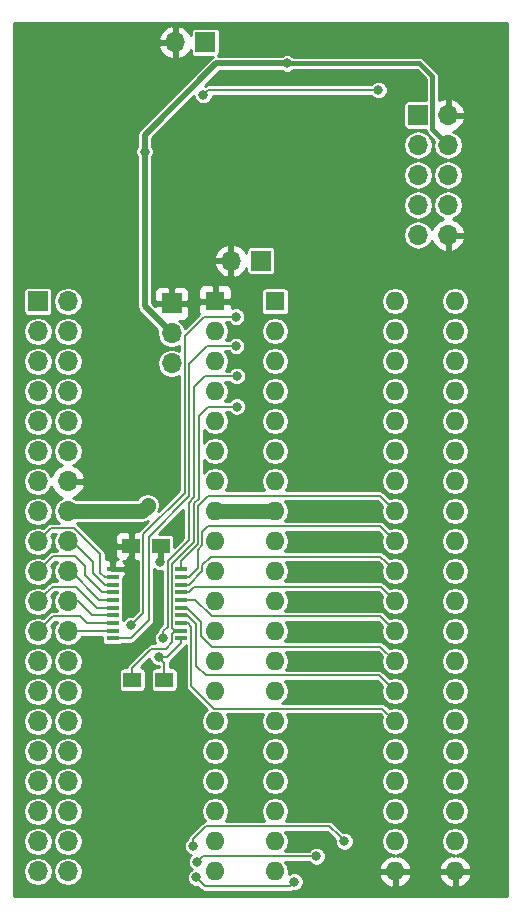
<source format=gbl>
G04 #@! TF.FileFunction,Copper,L2,Bot,Signal*
%FSLAX46Y46*%
G04 Gerber Fmt 4.6, Leading zero omitted, Abs format (unit mm)*
G04 Created by KiCad (PCBNEW 4.0.6) date Saturday, October 28, 2017 'PMt' 04:50:48 PM*
%MOMM*%
%LPD*%
G01*
G04 APERTURE LIST*
%ADD10C,0.100000*%
%ADD11R,1.600000X1.600000*%
%ADD12O,1.600000X1.600000*%
%ADD13R,1.000000X0.400000*%
%ADD14R,1.500000X1.250000*%
%ADD15R,1.700000X1.700000*%
%ADD16O,1.700000X1.700000*%
%ADD17C,0.812800*%
%ADD18R,1.500000X1.300000*%
%ADD19C,1.016000*%
%ADD20C,0.177800*%
%ADD21C,0.381000*%
%ADD22C,0.508000*%
%ADD23C,1.270000*%
%ADD24C,0.254000*%
G04 APERTURE END LIST*
D10*
D11*
X166310000Y-78480000D03*
D12*
X181550000Y-126740000D03*
X166310000Y-81020000D03*
X181550000Y-124200000D03*
X166310000Y-83560000D03*
X181550000Y-121660000D03*
X166310000Y-86100000D03*
X181550000Y-119120000D03*
X166310000Y-88640000D03*
X181550000Y-116580000D03*
X166310000Y-91180000D03*
X181550000Y-114040000D03*
X166310000Y-93720000D03*
X181550000Y-111500000D03*
X166310000Y-96260000D03*
X181550000Y-108960000D03*
X166310000Y-98800000D03*
X181550000Y-106420000D03*
X166310000Y-101340000D03*
X181550000Y-103880000D03*
X166310000Y-103880000D03*
X181550000Y-101340000D03*
X166310000Y-106420000D03*
X181550000Y-98800000D03*
X166310000Y-108960000D03*
X181550000Y-96260000D03*
X166310000Y-111500000D03*
X181550000Y-93720000D03*
X166310000Y-114040000D03*
X181550000Y-91180000D03*
X166310000Y-116580000D03*
X181550000Y-88640000D03*
X166310000Y-119120000D03*
X181550000Y-86100000D03*
X166310000Y-121660000D03*
X181550000Y-83560000D03*
X166310000Y-124200000D03*
X181550000Y-81020000D03*
X166310000Y-126740000D03*
X181550000Y-78480000D03*
D11*
X161230000Y-78480000D03*
D12*
X176470000Y-126740000D03*
X161230000Y-81020000D03*
X176470000Y-124200000D03*
X161230000Y-83560000D03*
X176470000Y-121660000D03*
X161230000Y-86100000D03*
X176470000Y-119120000D03*
X161230000Y-88640000D03*
X176470000Y-116580000D03*
X161230000Y-91180000D03*
X176470000Y-114040000D03*
X161230000Y-93720000D03*
X176470000Y-111500000D03*
X161230000Y-96260000D03*
X176470000Y-108960000D03*
X161230000Y-98800000D03*
X176470000Y-106420000D03*
X161230000Y-101340000D03*
X176470000Y-103880000D03*
X161230000Y-103880000D03*
X176470000Y-101340000D03*
X161230000Y-106420000D03*
X176470000Y-98800000D03*
X161230000Y-108960000D03*
X176470000Y-96260000D03*
X161230000Y-111500000D03*
X176470000Y-93720000D03*
X161230000Y-114040000D03*
X176470000Y-91180000D03*
X161230000Y-116580000D03*
X176470000Y-88640000D03*
X161230000Y-119120000D03*
X176470000Y-86100000D03*
X161230000Y-121660000D03*
X176470000Y-83560000D03*
X161230000Y-124200000D03*
X176470000Y-81020000D03*
X161230000Y-126740000D03*
X176470000Y-78480000D03*
D13*
X152550000Y-107010000D03*
X152550000Y-106360000D03*
X152550000Y-105710000D03*
X152550000Y-105060000D03*
X152550000Y-104410000D03*
X152550000Y-103760000D03*
X152550000Y-103110000D03*
X152550000Y-102460000D03*
X152550000Y-101810000D03*
X152550000Y-101160000D03*
X158350000Y-101160000D03*
X158350000Y-101810000D03*
X158350000Y-102460000D03*
X158350000Y-103110000D03*
X158350000Y-103760000D03*
X158350000Y-104410000D03*
X158350000Y-105060000D03*
X158350000Y-105710000D03*
X158350000Y-106360000D03*
X158350000Y-107010000D03*
D14*
X154140000Y-99200000D03*
X156640000Y-99200000D03*
D15*
X157550000Y-78650000D03*
D16*
X157550000Y-81190000D03*
X157550000Y-83730000D03*
D15*
X178420000Y-62710000D03*
D16*
X180960000Y-62710000D03*
X178420000Y-65250000D03*
X180960000Y-65250000D03*
X178420000Y-67790000D03*
X180960000Y-67790000D03*
X178420000Y-70330000D03*
X180960000Y-70330000D03*
X178420000Y-72870000D03*
X180960000Y-72870000D03*
D15*
X146230000Y-78480000D03*
D16*
X148770000Y-78480000D03*
X146230000Y-81020000D03*
X148770000Y-81020000D03*
X146230000Y-83560000D03*
X148770000Y-83560000D03*
X146230000Y-86100000D03*
X148770000Y-86100000D03*
X146230000Y-88640000D03*
X148770000Y-88640000D03*
X146230000Y-91180000D03*
X148770000Y-91180000D03*
X146230000Y-93720000D03*
X148770000Y-93720000D03*
X146230000Y-96260000D03*
X148770000Y-96260000D03*
X146230000Y-98800000D03*
X148770000Y-98800000D03*
X146230000Y-101340000D03*
X148770000Y-101340000D03*
X146230000Y-103880000D03*
X148770000Y-103880000D03*
X146230000Y-106420000D03*
X148770000Y-106420000D03*
X146230000Y-108960000D03*
X148770000Y-108960000D03*
X146230000Y-111500000D03*
X148770000Y-111500000D03*
X146230000Y-114040000D03*
X148770000Y-114040000D03*
X146230000Y-116580000D03*
X148770000Y-116580000D03*
X146230000Y-119120000D03*
X148770000Y-119120000D03*
X146230000Y-121660000D03*
X148770000Y-121660000D03*
X146230000Y-124200000D03*
X148770000Y-124200000D03*
X146230000Y-126740000D03*
X148770000Y-126740000D03*
D15*
X165110000Y-75040000D03*
D16*
X162570000Y-75040000D03*
D15*
X160400000Y-56560000D03*
D16*
X157860000Y-56560000D03*
D17*
X156520000Y-59540000D03*
X146600000Y-74960000D03*
X156450000Y-61130000D03*
X148240000Y-74970000D03*
X154350000Y-63020000D03*
X149880000Y-72670000D03*
X161930000Y-62050000D03*
X161570000Y-69430000D03*
X169250000Y-70450000D03*
X169860000Y-62020000D03*
X172372100Y-59390001D03*
X180820000Y-60500000D03*
X165950000Y-65990000D03*
X173660000Y-85540000D03*
X171510000Y-72510000D03*
X171510000Y-86020000D03*
X174460000Y-82810000D03*
X169810000Y-89990000D03*
X172080000Y-90840000D03*
X168680000Y-98820000D03*
X168800000Y-101400000D03*
X168870000Y-103840000D03*
X168870000Y-106360000D03*
X168870000Y-108960000D03*
X168870000Y-111630000D03*
X168870000Y-114230000D03*
X155040000Y-107170000D03*
X153660000Y-93310000D03*
X185320000Y-55540000D03*
X144670000Y-55500000D03*
X144900000Y-128050000D03*
X157120000Y-72000000D03*
X153640000Y-75560000D03*
D18*
X154230000Y-110520000D03*
X156930000Y-110520000D03*
D19*
X154950000Y-80420000D03*
D17*
X157660000Y-63440002D03*
X157040000Y-89660000D03*
X158270000Y-98260000D03*
X154090000Y-100420000D03*
X153600000Y-126180000D03*
X154040000Y-119720000D03*
X152530000Y-113070000D03*
X156450000Y-108600000D03*
X167340000Y-58340000D03*
X155260000Y-65800000D03*
X156557674Y-100534852D03*
X172180000Y-124200000D03*
X159392287Y-124598731D03*
X155540000Y-95720000D03*
X175070000Y-60590000D03*
X160240000Y-61000000D03*
X169810000Y-125470002D03*
X159720000Y-125930000D03*
X167942790Y-127616190D03*
X159620000Y-127260000D03*
X156836402Y-106999866D03*
X163060000Y-84810000D03*
X154110000Y-105920000D03*
X163020000Y-79780000D03*
X163020000Y-82250000D03*
X163060000Y-87390000D03*
D20*
X154090000Y-100420000D02*
X154090000Y-99250000D01*
X154090000Y-99250000D02*
X154140000Y-99200000D01*
X157137800Y-108600000D02*
X157024736Y-108600000D01*
X158350000Y-107387800D02*
X157137800Y-108600000D01*
X156856399Y-109006399D02*
X156450000Y-108600000D01*
X156930000Y-110520000D02*
X156930000Y-109080000D01*
X156930000Y-109080000D02*
X156856399Y-109006399D01*
X157024736Y-108600000D02*
X156450000Y-108600000D01*
X158350000Y-107010000D02*
X158350000Y-107387800D01*
D21*
X167340000Y-58340000D02*
X178532942Y-58340000D01*
X178532942Y-58340000D02*
X179638301Y-59445359D01*
X179638301Y-59445359D02*
X179638301Y-63928301D01*
X179638301Y-63928301D02*
X180110001Y-64400001D01*
X180110001Y-64400001D02*
X180960000Y-65250000D01*
D22*
X155260000Y-65800000D02*
X155260000Y-64430000D01*
X155260000Y-64430000D02*
X161350000Y-58340000D01*
X161350000Y-58340000D02*
X167340000Y-58340000D01*
X157550000Y-81190000D02*
X155260000Y-78900000D01*
X155260000Y-78900000D02*
X155260000Y-65800000D01*
D20*
X158350000Y-107010000D02*
X158050000Y-107010000D01*
D22*
X156640000Y-100452526D02*
X156557674Y-100534852D01*
X156640000Y-99200000D02*
X156640000Y-100452526D01*
D20*
X159392287Y-124598731D02*
X159392287Y-124023995D01*
X159392287Y-124023995D02*
X160506282Y-122910000D01*
X160506282Y-122910000D02*
X170890000Y-122910000D01*
X170890000Y-122910000D02*
X171773601Y-123793601D01*
X171773601Y-123793601D02*
X172180000Y-124200000D01*
X176470000Y-114040000D02*
X175403299Y-112973299D01*
X175403299Y-112973299D02*
X161124581Y-112973299D01*
X161124581Y-112973299D02*
X159220000Y-111068718D01*
X159220000Y-111068718D02*
X159220000Y-106020000D01*
X159220000Y-106020000D02*
X158910000Y-105710000D01*
X158910000Y-105710000D02*
X158350000Y-105710000D01*
X176470000Y-111500000D02*
X175130000Y-110160000D01*
X158880062Y-105060000D02*
X158350000Y-105060000D01*
X175130000Y-110160000D02*
X160490000Y-110160000D01*
X160490000Y-110160000D02*
X159660000Y-109330000D01*
X159660000Y-109330000D02*
X159660000Y-105839938D01*
X159660000Y-105839938D02*
X158880062Y-105060000D01*
D23*
X155540000Y-95720000D02*
X155540000Y-95770000D01*
X155540000Y-95770000D02*
X155050000Y-96260000D01*
X155050000Y-96260000D02*
X148770000Y-96260000D01*
X161230000Y-96260000D02*
X166310000Y-96260000D01*
D20*
X158350000Y-104410000D02*
X158880062Y-104410000D01*
X160070000Y-105599938D02*
X160070000Y-106782312D01*
X175230000Y-107720000D02*
X176470000Y-108960000D01*
X158880062Y-104410000D02*
X160070000Y-105599938D01*
X161007688Y-107720000D02*
X175230000Y-107720000D01*
X160070000Y-106782312D02*
X161007688Y-107720000D01*
X158350000Y-103760000D02*
X159531282Y-103760000D01*
X159531282Y-103760000D02*
X160931282Y-105160000D01*
X160931282Y-105160000D02*
X175210000Y-105160000D01*
X175210000Y-105160000D02*
X175670001Y-105620001D01*
X175670001Y-105620001D02*
X176470000Y-106420000D01*
X176470000Y-103880000D02*
X175240000Y-102650000D01*
X159027800Y-103110000D02*
X158350000Y-103110000D01*
X175240000Y-102650000D02*
X159487800Y-102650000D01*
X159487800Y-102650000D02*
X159027800Y-103110000D01*
X158350000Y-102460000D02*
X159027800Y-102460000D01*
X160163299Y-100827983D02*
X160901282Y-100090000D01*
X160901282Y-100090000D02*
X175220000Y-100090000D01*
X175670001Y-100540001D02*
X176470000Y-101340000D01*
X159027800Y-102460000D02*
X160163299Y-101324501D01*
X175220000Y-100090000D02*
X175670001Y-100540001D01*
X160163299Y-101324501D02*
X160163299Y-100827983D01*
X159027800Y-101810000D02*
X158350000Y-101810000D01*
X159751222Y-101086578D02*
X159027800Y-101810000D01*
X160163299Y-99152519D02*
X159751222Y-99564596D01*
X160163299Y-98006701D02*
X160163299Y-99152519D01*
X159751222Y-99564596D02*
X159751222Y-101086578D01*
X175210000Y-97540000D02*
X160630000Y-97540000D01*
X160630000Y-97540000D02*
X160163299Y-98006701D01*
X176470000Y-98800000D02*
X175210000Y-97540000D01*
X176470000Y-96260000D02*
X175160000Y-94950000D01*
X159807688Y-99005221D02*
X158350000Y-100462909D01*
X158350000Y-100782200D02*
X158350000Y-101160000D01*
X158350000Y-100462909D02*
X158350000Y-100782200D01*
X175160000Y-94950000D02*
X160630000Y-94950000D01*
X160630000Y-94950000D02*
X159807688Y-95772312D01*
X159807688Y-95772312D02*
X159807688Y-99005221D01*
X160240000Y-61000000D02*
X160650000Y-60590000D01*
X160650000Y-60590000D02*
X175070000Y-60590000D01*
X169235264Y-125470002D02*
X169810000Y-125470002D01*
X160179998Y-125470002D02*
X169235264Y-125470002D01*
X159720000Y-125930000D02*
X160179998Y-125470002D01*
X167536391Y-128022589D02*
X167942790Y-127616190D01*
X160382589Y-128022589D02*
X167536391Y-128022589D01*
X159620000Y-127260000D02*
X160382589Y-128022589D01*
X157227688Y-100599341D02*
X157227688Y-106033844D01*
X157265798Y-100561231D02*
X157227688Y-100599341D01*
X159010000Y-98685062D02*
X157265798Y-100429264D01*
X157265798Y-100429264D02*
X157265798Y-100561231D01*
X163060000Y-84810000D02*
X160411222Y-84810000D01*
X157227688Y-106033844D02*
X156836402Y-106425130D01*
X159010000Y-95522908D02*
X159010000Y-98685062D01*
X160411222Y-84810000D02*
X159481222Y-85740000D01*
X159481222Y-95051686D02*
X159010000Y-95522908D01*
X156836402Y-106425130D02*
X156836402Y-106999866D01*
X159481222Y-85740000D02*
X159481222Y-95051686D01*
X148770000Y-106420000D02*
X152490000Y-106420000D01*
X152490000Y-106420000D02*
X152550000Y-106360000D01*
X152550000Y-105710000D02*
X150360000Y-105710000D01*
X150360000Y-105710000D02*
X149800000Y-105150000D01*
X147079999Y-105570001D02*
X146230000Y-106420000D01*
X149800000Y-105150000D02*
X147500000Y-105150000D01*
X147500000Y-105150000D02*
X147079999Y-105570001D01*
X148770000Y-103880000D02*
X149630000Y-103880000D01*
X149630000Y-103880000D02*
X150810000Y-105060000D01*
X150810000Y-105060000D02*
X152550000Y-105060000D01*
X152550000Y-104410000D02*
X151200000Y-104410000D01*
X151200000Y-104410000D02*
X149420000Y-102630000D01*
X149420000Y-102630000D02*
X147480000Y-102630000D01*
X147480000Y-102630000D02*
X147079999Y-103030001D01*
X147079999Y-103030001D02*
X146230000Y-103880000D01*
X148770000Y-101340000D02*
X149000000Y-101340000D01*
X149000000Y-101340000D02*
X151420000Y-103760000D01*
X151420000Y-103760000D02*
X152550000Y-103760000D01*
X152550000Y-103110000D02*
X151630000Y-103110000D01*
X151630000Y-103110000D02*
X150200000Y-101680000D01*
X150200000Y-101680000D02*
X150200000Y-100870000D01*
X150200000Y-100870000D02*
X149410000Y-100080000D01*
X149410000Y-100080000D02*
X147490000Y-100080000D01*
X147490000Y-100080000D02*
X147079999Y-100490001D01*
X147079999Y-100490001D02*
X146230000Y-101340000D01*
X148770000Y-98800000D02*
X149130000Y-98800000D01*
X149130000Y-98800000D02*
X150870000Y-100540000D01*
X150870000Y-100540000D02*
X150870000Y-101457800D01*
X150870000Y-101457800D02*
X151872200Y-102460000D01*
X151872200Y-102460000D02*
X152550000Y-102460000D01*
X152550000Y-101810000D02*
X151872200Y-101810000D01*
X151872200Y-101810000D02*
X151510000Y-101447800D01*
X147346701Y-97683299D02*
X147079999Y-97950001D01*
X151510000Y-101447800D02*
X151510000Y-99887282D01*
X151510000Y-99887282D02*
X149306017Y-97683299D01*
X149306017Y-97683299D02*
X147346701Y-97683299D01*
X147079999Y-97950001D02*
X146230000Y-98800000D01*
X158666701Y-94673299D02*
X158666701Y-81410000D01*
X163020000Y-79780000D02*
X160296701Y-79780000D01*
X160296701Y-79780000D02*
X158666701Y-81410000D01*
X155156701Y-98183299D02*
X158666701Y-94673299D01*
X154110000Y-105920000D02*
X155156701Y-104873299D01*
X155156701Y-104873299D02*
X155156701Y-98183299D01*
X159022312Y-95007688D02*
X159022312Y-83770000D01*
X160542312Y-82250000D02*
X159022312Y-83770000D01*
X163020000Y-82250000D02*
X160542312Y-82250000D01*
X152550000Y-107010000D02*
X154090000Y-107010000D01*
X154090000Y-107010000D02*
X155623299Y-105476701D01*
X155623299Y-105476701D02*
X155623299Y-98406701D01*
X155623299Y-98406701D02*
X159022312Y-95007688D01*
X157819938Y-106360000D02*
X157650000Y-106529938D01*
X157650000Y-106543299D02*
X157636639Y-106543299D01*
X157583299Y-107366701D02*
X157040000Y-107910000D01*
X157650000Y-106529938D02*
X157650000Y-106543299D01*
X157636639Y-106543299D02*
X157583299Y-106596639D01*
X157583299Y-106596639D02*
X157583299Y-107366701D01*
X157040000Y-107910000D02*
X155850000Y-107910000D01*
X155850000Y-107910000D02*
X154230000Y-109530000D01*
X154230000Y-109530000D02*
X154230000Y-110520000D01*
X158350000Y-106360000D02*
X157810000Y-106360000D01*
X159836833Y-95198984D02*
X159836833Y-88180000D01*
X163060000Y-87390000D02*
X160626833Y-87390000D01*
X160626833Y-87390000D02*
X159836833Y-88180000D01*
X159452077Y-95583740D02*
X159836833Y-95198984D01*
X158350000Y-106360000D02*
X157819938Y-106360000D01*
X157819938Y-106360000D02*
X157583299Y-106123361D01*
X157583299Y-106123361D02*
X157583299Y-100726701D01*
X159452077Y-98857923D02*
X159452077Y-95583740D01*
X157583299Y-100726701D02*
X159452077Y-98857923D01*
D24*
G36*
X185929000Y-128799000D02*
X144201000Y-128799000D01*
X144201000Y-126740000D01*
X144974883Y-126740000D01*
X145068587Y-127211083D01*
X145335435Y-127610448D01*
X145734800Y-127877296D01*
X146205883Y-127971000D01*
X146254117Y-127971000D01*
X146725200Y-127877296D01*
X147124565Y-127610448D01*
X147391413Y-127211083D01*
X147485117Y-126740000D01*
X147514883Y-126740000D01*
X147608587Y-127211083D01*
X147875435Y-127610448D01*
X148274800Y-127877296D01*
X148745883Y-127971000D01*
X148794117Y-127971000D01*
X149265200Y-127877296D01*
X149664565Y-127610448D01*
X149931413Y-127211083D01*
X150025117Y-126740000D01*
X149931413Y-126268917D01*
X149664565Y-125869552D01*
X149265200Y-125602704D01*
X148794117Y-125509000D01*
X148745883Y-125509000D01*
X148274800Y-125602704D01*
X147875435Y-125869552D01*
X147608587Y-126268917D01*
X147514883Y-126740000D01*
X147485117Y-126740000D01*
X147391413Y-126268917D01*
X147124565Y-125869552D01*
X146725200Y-125602704D01*
X146254117Y-125509000D01*
X146205883Y-125509000D01*
X145734800Y-125602704D01*
X145335435Y-125869552D01*
X145068587Y-126268917D01*
X144974883Y-126740000D01*
X144201000Y-126740000D01*
X144201000Y-124200000D01*
X144974883Y-124200000D01*
X145068587Y-124671083D01*
X145335435Y-125070448D01*
X145734800Y-125337296D01*
X146205883Y-125431000D01*
X146254117Y-125431000D01*
X146725200Y-125337296D01*
X147124565Y-125070448D01*
X147391413Y-124671083D01*
X147485117Y-124200000D01*
X147514883Y-124200000D01*
X147608587Y-124671083D01*
X147875435Y-125070448D01*
X148274800Y-125337296D01*
X148745883Y-125431000D01*
X148794117Y-125431000D01*
X149265200Y-125337296D01*
X149664565Y-125070448D01*
X149875563Y-124754667D01*
X158604751Y-124754667D01*
X158724373Y-125044175D01*
X158945678Y-125265867D01*
X159175268Y-125361201D01*
X159052864Y-125483391D01*
X158932737Y-125772689D01*
X158932464Y-126085936D01*
X159052086Y-126375444D01*
X159240960Y-126564648D01*
X159174556Y-126592086D01*
X158952864Y-126813391D01*
X158832737Y-127102689D01*
X158832464Y-127415936D01*
X158952086Y-127705444D01*
X159173391Y-127927136D01*
X159462689Y-128047263D01*
X159742969Y-128047507D01*
X160050320Y-128354859D01*
X160202766Y-128456720D01*
X160382589Y-128492489D01*
X167536391Y-128492489D01*
X167716214Y-128456720D01*
X167795919Y-128403462D01*
X168098726Y-128403726D01*
X168388234Y-128284104D01*
X168609926Y-128062799D01*
X168730053Y-127773501D01*
X168730326Y-127460254D01*
X168610704Y-127170746D01*
X168529140Y-127089039D01*
X175078096Y-127089039D01*
X175238959Y-127477423D01*
X175614866Y-127892389D01*
X176120959Y-128131914D01*
X176343000Y-128010629D01*
X176343000Y-126867000D01*
X176597000Y-126867000D01*
X176597000Y-128010629D01*
X176819041Y-128131914D01*
X177325134Y-127892389D01*
X177701041Y-127477423D01*
X177861904Y-127089039D01*
X180158096Y-127089039D01*
X180318959Y-127477423D01*
X180694866Y-127892389D01*
X181200959Y-128131914D01*
X181423000Y-128010629D01*
X181423000Y-126867000D01*
X181677000Y-126867000D01*
X181677000Y-128010629D01*
X181899041Y-128131914D01*
X182405134Y-127892389D01*
X182781041Y-127477423D01*
X182941904Y-127089039D01*
X182819915Y-126867000D01*
X181677000Y-126867000D01*
X181423000Y-126867000D01*
X180280085Y-126867000D01*
X180158096Y-127089039D01*
X177861904Y-127089039D01*
X177739915Y-126867000D01*
X176597000Y-126867000D01*
X176343000Y-126867000D01*
X175200085Y-126867000D01*
X175078096Y-127089039D01*
X168529140Y-127089039D01*
X168389399Y-126949054D01*
X168100101Y-126828927D01*
X167786854Y-126828654D01*
X167497346Y-126948276D01*
X167466604Y-126978964D01*
X167514137Y-126740000D01*
X167444710Y-126390961D01*
X175078096Y-126390961D01*
X175200085Y-126613000D01*
X176343000Y-126613000D01*
X176343000Y-126593000D01*
X176597000Y-126593000D01*
X176597000Y-126613000D01*
X177739915Y-126613000D01*
X177861904Y-126390961D01*
X180158096Y-126390961D01*
X180280085Y-126613000D01*
X181423000Y-126613000D01*
X181423000Y-126593000D01*
X181677000Y-126593000D01*
X181677000Y-126613000D01*
X182819915Y-126613000D01*
X182941904Y-126390961D01*
X182781041Y-126002577D01*
X182405134Y-125587611D01*
X181899041Y-125348086D01*
X181677002Y-125469370D01*
X181677002Y-125360340D01*
X182025086Y-125291102D01*
X182408230Y-125035093D01*
X182664239Y-124651949D01*
X182754137Y-124200000D01*
X182664239Y-123748051D01*
X182408230Y-123364907D01*
X182025086Y-123108898D01*
X181573137Y-123019000D01*
X181526863Y-123019000D01*
X181074914Y-123108898D01*
X180691770Y-123364907D01*
X180435761Y-123748051D01*
X180345863Y-124200000D01*
X180435761Y-124651949D01*
X180691770Y-125035093D01*
X181074914Y-125291102D01*
X181422998Y-125360340D01*
X181422998Y-125469370D01*
X181200959Y-125348086D01*
X180694866Y-125587611D01*
X180318959Y-126002577D01*
X180158096Y-126390961D01*
X177861904Y-126390961D01*
X177701041Y-126002577D01*
X177325134Y-125587611D01*
X176819041Y-125348086D01*
X176597002Y-125469370D01*
X176597002Y-125360340D01*
X176945086Y-125291102D01*
X177328230Y-125035093D01*
X177584239Y-124651949D01*
X177674137Y-124200000D01*
X177584239Y-123748051D01*
X177328230Y-123364907D01*
X176945086Y-123108898D01*
X176493137Y-123019000D01*
X176446863Y-123019000D01*
X175994914Y-123108898D01*
X175611770Y-123364907D01*
X175355761Y-123748051D01*
X175265863Y-124200000D01*
X175355761Y-124651949D01*
X175611770Y-125035093D01*
X175994914Y-125291102D01*
X176342998Y-125360340D01*
X176342998Y-125469370D01*
X176120959Y-125348086D01*
X175614866Y-125587611D01*
X175238959Y-126002577D01*
X175078096Y-126390961D01*
X167444710Y-126390961D01*
X167424239Y-126288051D01*
X167191613Y-125939902D01*
X169166499Y-125939902D01*
X169363391Y-126137138D01*
X169652689Y-126257265D01*
X169965936Y-126257538D01*
X170255444Y-126137916D01*
X170477136Y-125916611D01*
X170597263Y-125627313D01*
X170597536Y-125314066D01*
X170477914Y-125024558D01*
X170256609Y-124802866D01*
X169967311Y-124682739D01*
X169654064Y-124682466D01*
X169364556Y-124802088D01*
X169166196Y-125000102D01*
X167191610Y-125000102D01*
X167424239Y-124651949D01*
X167514137Y-124200000D01*
X167424239Y-123748051D01*
X167178248Y-123379900D01*
X170695362Y-123379900D01*
X171392707Y-124077246D01*
X171392464Y-124355936D01*
X171512086Y-124645444D01*
X171733391Y-124867136D01*
X172022689Y-124987263D01*
X172335936Y-124987536D01*
X172625444Y-124867914D01*
X172847136Y-124646609D01*
X172967263Y-124357311D01*
X172967536Y-124044064D01*
X172847914Y-123754556D01*
X172626609Y-123532864D01*
X172337311Y-123412737D01*
X172057032Y-123412493D01*
X171222269Y-122577731D01*
X171069823Y-122475869D01*
X170890000Y-122440100D01*
X167204975Y-122440100D01*
X167424239Y-122111949D01*
X167514137Y-121660000D01*
X175265863Y-121660000D01*
X175355761Y-122111949D01*
X175611770Y-122495093D01*
X175994914Y-122751102D01*
X176446863Y-122841000D01*
X176493137Y-122841000D01*
X176945086Y-122751102D01*
X177328230Y-122495093D01*
X177584239Y-122111949D01*
X177674137Y-121660000D01*
X180345863Y-121660000D01*
X180435761Y-122111949D01*
X180691770Y-122495093D01*
X181074914Y-122751102D01*
X181526863Y-122841000D01*
X181573137Y-122841000D01*
X182025086Y-122751102D01*
X182408230Y-122495093D01*
X182664239Y-122111949D01*
X182754137Y-121660000D01*
X182664239Y-121208051D01*
X182408230Y-120824907D01*
X182025086Y-120568898D01*
X181573137Y-120479000D01*
X181526863Y-120479000D01*
X181074914Y-120568898D01*
X180691770Y-120824907D01*
X180435761Y-121208051D01*
X180345863Y-121660000D01*
X177674137Y-121660000D01*
X177584239Y-121208051D01*
X177328230Y-120824907D01*
X176945086Y-120568898D01*
X176493137Y-120479000D01*
X176446863Y-120479000D01*
X175994914Y-120568898D01*
X175611770Y-120824907D01*
X175355761Y-121208051D01*
X175265863Y-121660000D01*
X167514137Y-121660000D01*
X167424239Y-121208051D01*
X167168230Y-120824907D01*
X166785086Y-120568898D01*
X166333137Y-120479000D01*
X166286863Y-120479000D01*
X165834914Y-120568898D01*
X165451770Y-120824907D01*
X165195761Y-121208051D01*
X165105863Y-121660000D01*
X165195761Y-122111949D01*
X165415025Y-122440100D01*
X162124975Y-122440100D01*
X162344239Y-122111949D01*
X162434137Y-121660000D01*
X162344239Y-121208051D01*
X162088230Y-120824907D01*
X161705086Y-120568898D01*
X161253137Y-120479000D01*
X161206863Y-120479000D01*
X160754914Y-120568898D01*
X160371770Y-120824907D01*
X160115761Y-121208051D01*
X160025863Y-121660000D01*
X160115761Y-122111949D01*
X160355116Y-122470169D01*
X160326459Y-122475869D01*
X160174013Y-122577730D01*
X159060018Y-123691726D01*
X158958156Y-123844172D01*
X158939454Y-123938193D01*
X158725151Y-124152122D01*
X158605024Y-124441420D01*
X158604751Y-124754667D01*
X149875563Y-124754667D01*
X149931413Y-124671083D01*
X150025117Y-124200000D01*
X149931413Y-123728917D01*
X149664565Y-123329552D01*
X149265200Y-123062704D01*
X148794117Y-122969000D01*
X148745883Y-122969000D01*
X148274800Y-123062704D01*
X147875435Y-123329552D01*
X147608587Y-123728917D01*
X147514883Y-124200000D01*
X147485117Y-124200000D01*
X147391413Y-123728917D01*
X147124565Y-123329552D01*
X146725200Y-123062704D01*
X146254117Y-122969000D01*
X146205883Y-122969000D01*
X145734800Y-123062704D01*
X145335435Y-123329552D01*
X145068587Y-123728917D01*
X144974883Y-124200000D01*
X144201000Y-124200000D01*
X144201000Y-121660000D01*
X144974883Y-121660000D01*
X145068587Y-122131083D01*
X145335435Y-122530448D01*
X145734800Y-122797296D01*
X146205883Y-122891000D01*
X146254117Y-122891000D01*
X146725200Y-122797296D01*
X147124565Y-122530448D01*
X147391413Y-122131083D01*
X147485117Y-121660000D01*
X147514883Y-121660000D01*
X147608587Y-122131083D01*
X147875435Y-122530448D01*
X148274800Y-122797296D01*
X148745883Y-122891000D01*
X148794117Y-122891000D01*
X149265200Y-122797296D01*
X149664565Y-122530448D01*
X149931413Y-122131083D01*
X150025117Y-121660000D01*
X149931413Y-121188917D01*
X149664565Y-120789552D01*
X149265200Y-120522704D01*
X148794117Y-120429000D01*
X148745883Y-120429000D01*
X148274800Y-120522704D01*
X147875435Y-120789552D01*
X147608587Y-121188917D01*
X147514883Y-121660000D01*
X147485117Y-121660000D01*
X147391413Y-121188917D01*
X147124565Y-120789552D01*
X146725200Y-120522704D01*
X146254117Y-120429000D01*
X146205883Y-120429000D01*
X145734800Y-120522704D01*
X145335435Y-120789552D01*
X145068587Y-121188917D01*
X144974883Y-121660000D01*
X144201000Y-121660000D01*
X144201000Y-119120000D01*
X144974883Y-119120000D01*
X145068587Y-119591083D01*
X145335435Y-119990448D01*
X145734800Y-120257296D01*
X146205883Y-120351000D01*
X146254117Y-120351000D01*
X146725200Y-120257296D01*
X147124565Y-119990448D01*
X147391413Y-119591083D01*
X147485117Y-119120000D01*
X147514883Y-119120000D01*
X147608587Y-119591083D01*
X147875435Y-119990448D01*
X148274800Y-120257296D01*
X148745883Y-120351000D01*
X148794117Y-120351000D01*
X149265200Y-120257296D01*
X149664565Y-119990448D01*
X149931413Y-119591083D01*
X150025117Y-119120000D01*
X160025863Y-119120000D01*
X160115761Y-119571949D01*
X160371770Y-119955093D01*
X160754914Y-120211102D01*
X161206863Y-120301000D01*
X161253137Y-120301000D01*
X161705086Y-120211102D01*
X162088230Y-119955093D01*
X162344239Y-119571949D01*
X162434137Y-119120000D01*
X165105863Y-119120000D01*
X165195761Y-119571949D01*
X165451770Y-119955093D01*
X165834914Y-120211102D01*
X166286863Y-120301000D01*
X166333137Y-120301000D01*
X166785086Y-120211102D01*
X167168230Y-119955093D01*
X167424239Y-119571949D01*
X167514137Y-119120000D01*
X175265863Y-119120000D01*
X175355761Y-119571949D01*
X175611770Y-119955093D01*
X175994914Y-120211102D01*
X176446863Y-120301000D01*
X176493137Y-120301000D01*
X176945086Y-120211102D01*
X177328230Y-119955093D01*
X177584239Y-119571949D01*
X177674137Y-119120000D01*
X180345863Y-119120000D01*
X180435761Y-119571949D01*
X180691770Y-119955093D01*
X181074914Y-120211102D01*
X181526863Y-120301000D01*
X181573137Y-120301000D01*
X182025086Y-120211102D01*
X182408230Y-119955093D01*
X182664239Y-119571949D01*
X182754137Y-119120000D01*
X182664239Y-118668051D01*
X182408230Y-118284907D01*
X182025086Y-118028898D01*
X181573137Y-117939000D01*
X181526863Y-117939000D01*
X181074914Y-118028898D01*
X180691770Y-118284907D01*
X180435761Y-118668051D01*
X180345863Y-119120000D01*
X177674137Y-119120000D01*
X177584239Y-118668051D01*
X177328230Y-118284907D01*
X176945086Y-118028898D01*
X176493137Y-117939000D01*
X176446863Y-117939000D01*
X175994914Y-118028898D01*
X175611770Y-118284907D01*
X175355761Y-118668051D01*
X175265863Y-119120000D01*
X167514137Y-119120000D01*
X167424239Y-118668051D01*
X167168230Y-118284907D01*
X166785086Y-118028898D01*
X166333137Y-117939000D01*
X166286863Y-117939000D01*
X165834914Y-118028898D01*
X165451770Y-118284907D01*
X165195761Y-118668051D01*
X165105863Y-119120000D01*
X162434137Y-119120000D01*
X162344239Y-118668051D01*
X162088230Y-118284907D01*
X161705086Y-118028898D01*
X161253137Y-117939000D01*
X161206863Y-117939000D01*
X160754914Y-118028898D01*
X160371770Y-118284907D01*
X160115761Y-118668051D01*
X160025863Y-119120000D01*
X150025117Y-119120000D01*
X149931413Y-118648917D01*
X149664565Y-118249552D01*
X149265200Y-117982704D01*
X148794117Y-117889000D01*
X148745883Y-117889000D01*
X148274800Y-117982704D01*
X147875435Y-118249552D01*
X147608587Y-118648917D01*
X147514883Y-119120000D01*
X147485117Y-119120000D01*
X147391413Y-118648917D01*
X147124565Y-118249552D01*
X146725200Y-117982704D01*
X146254117Y-117889000D01*
X146205883Y-117889000D01*
X145734800Y-117982704D01*
X145335435Y-118249552D01*
X145068587Y-118648917D01*
X144974883Y-119120000D01*
X144201000Y-119120000D01*
X144201000Y-116580000D01*
X144974883Y-116580000D01*
X145068587Y-117051083D01*
X145335435Y-117450448D01*
X145734800Y-117717296D01*
X146205883Y-117811000D01*
X146254117Y-117811000D01*
X146725200Y-117717296D01*
X147124565Y-117450448D01*
X147391413Y-117051083D01*
X147485117Y-116580000D01*
X147514883Y-116580000D01*
X147608587Y-117051083D01*
X147875435Y-117450448D01*
X148274800Y-117717296D01*
X148745883Y-117811000D01*
X148794117Y-117811000D01*
X149265200Y-117717296D01*
X149664565Y-117450448D01*
X149931413Y-117051083D01*
X150025117Y-116580000D01*
X160025863Y-116580000D01*
X160115761Y-117031949D01*
X160371770Y-117415093D01*
X160754914Y-117671102D01*
X161206863Y-117761000D01*
X161253137Y-117761000D01*
X161705086Y-117671102D01*
X162088230Y-117415093D01*
X162344239Y-117031949D01*
X162434137Y-116580000D01*
X165105863Y-116580000D01*
X165195761Y-117031949D01*
X165451770Y-117415093D01*
X165834914Y-117671102D01*
X166286863Y-117761000D01*
X166333137Y-117761000D01*
X166785086Y-117671102D01*
X167168230Y-117415093D01*
X167424239Y-117031949D01*
X167514137Y-116580000D01*
X175265863Y-116580000D01*
X175355761Y-117031949D01*
X175611770Y-117415093D01*
X175994914Y-117671102D01*
X176446863Y-117761000D01*
X176493137Y-117761000D01*
X176945086Y-117671102D01*
X177328230Y-117415093D01*
X177584239Y-117031949D01*
X177674137Y-116580000D01*
X180345863Y-116580000D01*
X180435761Y-117031949D01*
X180691770Y-117415093D01*
X181074914Y-117671102D01*
X181526863Y-117761000D01*
X181573137Y-117761000D01*
X182025086Y-117671102D01*
X182408230Y-117415093D01*
X182664239Y-117031949D01*
X182754137Y-116580000D01*
X182664239Y-116128051D01*
X182408230Y-115744907D01*
X182025086Y-115488898D01*
X181573137Y-115399000D01*
X181526863Y-115399000D01*
X181074914Y-115488898D01*
X180691770Y-115744907D01*
X180435761Y-116128051D01*
X180345863Y-116580000D01*
X177674137Y-116580000D01*
X177584239Y-116128051D01*
X177328230Y-115744907D01*
X176945086Y-115488898D01*
X176493137Y-115399000D01*
X176446863Y-115399000D01*
X175994914Y-115488898D01*
X175611770Y-115744907D01*
X175355761Y-116128051D01*
X175265863Y-116580000D01*
X167514137Y-116580000D01*
X167424239Y-116128051D01*
X167168230Y-115744907D01*
X166785086Y-115488898D01*
X166333137Y-115399000D01*
X166286863Y-115399000D01*
X165834914Y-115488898D01*
X165451770Y-115744907D01*
X165195761Y-116128051D01*
X165105863Y-116580000D01*
X162434137Y-116580000D01*
X162344239Y-116128051D01*
X162088230Y-115744907D01*
X161705086Y-115488898D01*
X161253137Y-115399000D01*
X161206863Y-115399000D01*
X160754914Y-115488898D01*
X160371770Y-115744907D01*
X160115761Y-116128051D01*
X160025863Y-116580000D01*
X150025117Y-116580000D01*
X149931413Y-116108917D01*
X149664565Y-115709552D01*
X149265200Y-115442704D01*
X148794117Y-115349000D01*
X148745883Y-115349000D01*
X148274800Y-115442704D01*
X147875435Y-115709552D01*
X147608587Y-116108917D01*
X147514883Y-116580000D01*
X147485117Y-116580000D01*
X147391413Y-116108917D01*
X147124565Y-115709552D01*
X146725200Y-115442704D01*
X146254117Y-115349000D01*
X146205883Y-115349000D01*
X145734800Y-115442704D01*
X145335435Y-115709552D01*
X145068587Y-116108917D01*
X144974883Y-116580000D01*
X144201000Y-116580000D01*
X144201000Y-114040000D01*
X144974883Y-114040000D01*
X145068587Y-114511083D01*
X145335435Y-114910448D01*
X145734800Y-115177296D01*
X146205883Y-115271000D01*
X146254117Y-115271000D01*
X146725200Y-115177296D01*
X147124565Y-114910448D01*
X147391413Y-114511083D01*
X147485117Y-114040000D01*
X147514883Y-114040000D01*
X147608587Y-114511083D01*
X147875435Y-114910448D01*
X148274800Y-115177296D01*
X148745883Y-115271000D01*
X148794117Y-115271000D01*
X149265200Y-115177296D01*
X149664565Y-114910448D01*
X149931413Y-114511083D01*
X150025117Y-114040000D01*
X149931413Y-113568917D01*
X149664565Y-113169552D01*
X149265200Y-112902704D01*
X148794117Y-112809000D01*
X148745883Y-112809000D01*
X148274800Y-112902704D01*
X147875435Y-113169552D01*
X147608587Y-113568917D01*
X147514883Y-114040000D01*
X147485117Y-114040000D01*
X147391413Y-113568917D01*
X147124565Y-113169552D01*
X146725200Y-112902704D01*
X146254117Y-112809000D01*
X146205883Y-112809000D01*
X145734800Y-112902704D01*
X145335435Y-113169552D01*
X145068587Y-113568917D01*
X144974883Y-114040000D01*
X144201000Y-114040000D01*
X144201000Y-111500000D01*
X144974883Y-111500000D01*
X145068587Y-111971083D01*
X145335435Y-112370448D01*
X145734800Y-112637296D01*
X146205883Y-112731000D01*
X146254117Y-112731000D01*
X146725200Y-112637296D01*
X147124565Y-112370448D01*
X147391413Y-111971083D01*
X147485117Y-111500000D01*
X147514883Y-111500000D01*
X147608587Y-111971083D01*
X147875435Y-112370448D01*
X148274800Y-112637296D01*
X148745883Y-112731000D01*
X148794117Y-112731000D01*
X149265200Y-112637296D01*
X149664565Y-112370448D01*
X149931413Y-111971083D01*
X150025117Y-111500000D01*
X149931413Y-111028917D01*
X149664565Y-110629552D01*
X149265200Y-110362704D01*
X148794117Y-110269000D01*
X148745883Y-110269000D01*
X148274800Y-110362704D01*
X147875435Y-110629552D01*
X147608587Y-111028917D01*
X147514883Y-111500000D01*
X147485117Y-111500000D01*
X147391413Y-111028917D01*
X147124565Y-110629552D01*
X146725200Y-110362704D01*
X146254117Y-110269000D01*
X146205883Y-110269000D01*
X145734800Y-110362704D01*
X145335435Y-110629552D01*
X145068587Y-111028917D01*
X144974883Y-111500000D01*
X144201000Y-111500000D01*
X144201000Y-108960000D01*
X144974883Y-108960000D01*
X145068587Y-109431083D01*
X145335435Y-109830448D01*
X145734800Y-110097296D01*
X146205883Y-110191000D01*
X146254117Y-110191000D01*
X146725200Y-110097296D01*
X147124565Y-109830448D01*
X147391413Y-109431083D01*
X147485117Y-108960000D01*
X147514883Y-108960000D01*
X147608587Y-109431083D01*
X147875435Y-109830448D01*
X148274800Y-110097296D01*
X148745883Y-110191000D01*
X148794117Y-110191000D01*
X149265200Y-110097296D01*
X149664565Y-109830448D01*
X149931413Y-109431083D01*
X150025117Y-108960000D01*
X149931413Y-108488917D01*
X149664565Y-108089552D01*
X149265200Y-107822704D01*
X148794117Y-107729000D01*
X148745883Y-107729000D01*
X148274800Y-107822704D01*
X147875435Y-108089552D01*
X147608587Y-108488917D01*
X147514883Y-108960000D01*
X147485117Y-108960000D01*
X147391413Y-108488917D01*
X147124565Y-108089552D01*
X146725200Y-107822704D01*
X146254117Y-107729000D01*
X146205883Y-107729000D01*
X145734800Y-107822704D01*
X145335435Y-108089552D01*
X145068587Y-108488917D01*
X144974883Y-108960000D01*
X144201000Y-108960000D01*
X144201000Y-96260000D01*
X144974883Y-96260000D01*
X145068587Y-96731083D01*
X145335435Y-97130448D01*
X145734800Y-97397296D01*
X146205883Y-97491000D01*
X146254117Y-97491000D01*
X146725200Y-97397296D01*
X147124565Y-97130448D01*
X147391413Y-96731083D01*
X147485117Y-96260000D01*
X147391413Y-95788917D01*
X147124565Y-95389552D01*
X146725200Y-95122704D01*
X146254117Y-95029000D01*
X146205883Y-95029000D01*
X145734800Y-95122704D01*
X145335435Y-95389552D01*
X145068587Y-95788917D01*
X144974883Y-96260000D01*
X144201000Y-96260000D01*
X144201000Y-93720000D01*
X144974883Y-93720000D01*
X145068587Y-94191083D01*
X145335435Y-94590448D01*
X145734800Y-94857296D01*
X146205883Y-94951000D01*
X146254117Y-94951000D01*
X146725200Y-94857296D01*
X147124565Y-94590448D01*
X147381788Y-94205488D01*
X147498355Y-94486924D01*
X147888642Y-94915183D01*
X148313947Y-95114917D01*
X148274800Y-95122704D01*
X147875435Y-95389552D01*
X147608587Y-95788917D01*
X147514883Y-96260000D01*
X147608587Y-96731083D01*
X147875435Y-97130448D01*
X147999580Y-97213399D01*
X147346701Y-97213399D01*
X147166878Y-97249168D01*
X147014432Y-97351029D01*
X146747732Y-97617730D01*
X146747729Y-97617732D01*
X146706481Y-97658980D01*
X146254117Y-97569000D01*
X146205883Y-97569000D01*
X145734800Y-97662704D01*
X145335435Y-97929552D01*
X145068587Y-98328917D01*
X144974883Y-98800000D01*
X145068587Y-99271083D01*
X145335435Y-99670448D01*
X145734800Y-99937296D01*
X146205883Y-100031000D01*
X146254117Y-100031000D01*
X146725200Y-99937296D01*
X147124565Y-99670448D01*
X147391413Y-99271083D01*
X147485117Y-98800000D01*
X147391413Y-98328917D01*
X147381083Y-98313456D01*
X147412268Y-98282271D01*
X147412270Y-98282268D01*
X147541339Y-98153199D01*
X147725998Y-98153199D01*
X147608587Y-98328917D01*
X147514883Y-98800000D01*
X147608587Y-99271083D01*
X147835112Y-99610100D01*
X147490000Y-99610100D01*
X147310177Y-99645869D01*
X147157731Y-99747731D01*
X146747732Y-100157730D01*
X146747729Y-100157732D01*
X146706481Y-100198980D01*
X146254117Y-100109000D01*
X146205883Y-100109000D01*
X145734800Y-100202704D01*
X145335435Y-100469552D01*
X145068587Y-100868917D01*
X144974883Y-101340000D01*
X145068587Y-101811083D01*
X145335435Y-102210448D01*
X145734800Y-102477296D01*
X146205883Y-102571000D01*
X146254117Y-102571000D01*
X146725200Y-102477296D01*
X147124565Y-102210448D01*
X147391413Y-101811083D01*
X147485117Y-101340000D01*
X147391413Y-100868917D01*
X147381083Y-100853456D01*
X147412268Y-100822271D01*
X147412270Y-100822268D01*
X147684638Y-100549900D01*
X147821748Y-100549900D01*
X147608587Y-100868917D01*
X147514883Y-101340000D01*
X147608587Y-101811083D01*
X147841793Y-102160100D01*
X147480000Y-102160100D01*
X147300177Y-102195869D01*
X147147731Y-102297730D01*
X146747732Y-102697730D01*
X146747729Y-102697732D01*
X146706481Y-102738980D01*
X146254117Y-102649000D01*
X146205883Y-102649000D01*
X145734800Y-102742704D01*
X145335435Y-103009552D01*
X145068587Y-103408917D01*
X144974883Y-103880000D01*
X145068587Y-104351083D01*
X145335435Y-104750448D01*
X145734800Y-105017296D01*
X146205883Y-105111000D01*
X146254117Y-105111000D01*
X146725200Y-105017296D01*
X147124565Y-104750448D01*
X147391413Y-104351083D01*
X147485117Y-103880000D01*
X147391413Y-103408917D01*
X147381083Y-103393456D01*
X147412268Y-103362271D01*
X147412270Y-103362268D01*
X147674639Y-103099900D01*
X147815066Y-103099900D01*
X147608587Y-103408917D01*
X147514883Y-103880000D01*
X147608587Y-104351083D01*
X147828430Y-104680100D01*
X147500000Y-104680100D01*
X147324078Y-104715093D01*
X147320177Y-104715869D01*
X147167730Y-104817731D01*
X146747732Y-105237730D01*
X146747729Y-105237732D01*
X146706481Y-105278980D01*
X146254117Y-105189000D01*
X146205883Y-105189000D01*
X145734800Y-105282704D01*
X145335435Y-105549552D01*
X145068587Y-105948917D01*
X144974883Y-106420000D01*
X145068587Y-106891083D01*
X145335435Y-107290448D01*
X145734800Y-107557296D01*
X146205883Y-107651000D01*
X146254117Y-107651000D01*
X146725200Y-107557296D01*
X147124565Y-107290448D01*
X147391413Y-106891083D01*
X147485117Y-106420000D01*
X147391413Y-105948917D01*
X147381083Y-105933456D01*
X147412268Y-105902271D01*
X147412270Y-105902268D01*
X147694639Y-105619900D01*
X147828430Y-105619900D01*
X147608587Y-105948917D01*
X147514883Y-106420000D01*
X147608587Y-106891083D01*
X147875435Y-107290448D01*
X148274800Y-107557296D01*
X148745883Y-107651000D01*
X148794117Y-107651000D01*
X149265200Y-107557296D01*
X149664565Y-107290448D01*
X149931413Y-106891083D01*
X149931648Y-106889900D01*
X151661536Y-106889900D01*
X151661536Y-107210000D01*
X151688103Y-107351190D01*
X151771546Y-107480865D01*
X151898866Y-107567859D01*
X152050000Y-107598464D01*
X153050000Y-107598464D01*
X153191190Y-107571897D01*
X153320865Y-107488454D01*
X153326710Y-107479900D01*
X154090000Y-107479900D01*
X154269823Y-107444131D01*
X154422269Y-107342269D01*
X155955568Y-105808971D01*
X156057430Y-105656524D01*
X156065121Y-105617859D01*
X156093199Y-105476701D01*
X156093199Y-101184091D01*
X156111065Y-101201988D01*
X156400363Y-101322115D01*
X156713610Y-101322388D01*
X156757788Y-101304134D01*
X156757788Y-105839206D01*
X156504133Y-106092861D01*
X156402271Y-106245307D01*
X156383569Y-106339328D01*
X156169266Y-106553257D01*
X156049139Y-106842555D01*
X156048866Y-107155802D01*
X156166335Y-107440100D01*
X155850000Y-107440100D01*
X155670177Y-107475869D01*
X155517731Y-107577731D01*
X153897731Y-109197731D01*
X153795869Y-109350177D01*
X153769740Y-109481536D01*
X153480000Y-109481536D01*
X153338810Y-109508103D01*
X153209135Y-109591546D01*
X153122141Y-109718866D01*
X153091536Y-109870000D01*
X153091536Y-111170000D01*
X153118103Y-111311190D01*
X153201546Y-111440865D01*
X153328866Y-111527859D01*
X153480000Y-111558464D01*
X154980000Y-111558464D01*
X155121190Y-111531897D01*
X155250865Y-111448454D01*
X155337859Y-111321134D01*
X155368464Y-111170000D01*
X155368464Y-109870000D01*
X155341897Y-109728810D01*
X155258454Y-109599135D01*
X155131134Y-109512141D01*
X154980000Y-109481536D01*
X154943002Y-109481536D01*
X155664259Y-108760279D01*
X155782086Y-109045444D01*
X156003391Y-109267136D01*
X156292689Y-109387263D01*
X156460100Y-109387409D01*
X156460100Y-109481536D01*
X156180000Y-109481536D01*
X156038810Y-109508103D01*
X155909135Y-109591546D01*
X155822141Y-109718866D01*
X155791536Y-109870000D01*
X155791536Y-111170000D01*
X155818103Y-111311190D01*
X155901546Y-111440865D01*
X156028866Y-111527859D01*
X156180000Y-111558464D01*
X157680000Y-111558464D01*
X157821190Y-111531897D01*
X157950865Y-111448454D01*
X158037859Y-111321134D01*
X158068464Y-111170000D01*
X158068464Y-109870000D01*
X158041897Y-109728810D01*
X157958454Y-109599135D01*
X157831134Y-109512141D01*
X157680000Y-109481536D01*
X157399900Y-109481536D01*
X157399900Y-109080000D01*
X157382194Y-108990986D01*
X157470069Y-108932269D01*
X158682270Y-107720069D01*
X158750100Y-107618554D01*
X158750100Y-111068718D01*
X158785869Y-111248541D01*
X158887731Y-111400987D01*
X160563524Y-113076781D01*
X160371770Y-113204907D01*
X160115761Y-113588051D01*
X160025863Y-114040000D01*
X160115761Y-114491949D01*
X160371770Y-114875093D01*
X160754914Y-115131102D01*
X161206863Y-115221000D01*
X161253137Y-115221000D01*
X161705086Y-115131102D01*
X162088230Y-114875093D01*
X162344239Y-114491949D01*
X162434137Y-114040000D01*
X162344239Y-113588051D01*
X162247452Y-113443199D01*
X165292548Y-113443199D01*
X165195761Y-113588051D01*
X165105863Y-114040000D01*
X165195761Y-114491949D01*
X165451770Y-114875093D01*
X165834914Y-115131102D01*
X166286863Y-115221000D01*
X166333137Y-115221000D01*
X166785086Y-115131102D01*
X167168230Y-114875093D01*
X167424239Y-114491949D01*
X167514137Y-114040000D01*
X167424239Y-113588051D01*
X167327452Y-113443199D01*
X175208661Y-113443199D01*
X175355388Y-113589926D01*
X175265863Y-114040000D01*
X175355761Y-114491949D01*
X175611770Y-114875093D01*
X175994914Y-115131102D01*
X176446863Y-115221000D01*
X176493137Y-115221000D01*
X176945086Y-115131102D01*
X177328230Y-114875093D01*
X177584239Y-114491949D01*
X177674137Y-114040000D01*
X180345863Y-114040000D01*
X180435761Y-114491949D01*
X180691770Y-114875093D01*
X181074914Y-115131102D01*
X181526863Y-115221000D01*
X181573137Y-115221000D01*
X182025086Y-115131102D01*
X182408230Y-114875093D01*
X182664239Y-114491949D01*
X182754137Y-114040000D01*
X182664239Y-113588051D01*
X182408230Y-113204907D01*
X182025086Y-112948898D01*
X181573137Y-112859000D01*
X181526863Y-112859000D01*
X181074914Y-112948898D01*
X180691770Y-113204907D01*
X180435761Y-113588051D01*
X180345863Y-114040000D01*
X177674137Y-114040000D01*
X177584239Y-113588051D01*
X177328230Y-113204907D01*
X176945086Y-112948898D01*
X176493137Y-112859000D01*
X176446863Y-112859000D01*
X176035386Y-112940848D01*
X175735568Y-112641030D01*
X175583122Y-112539168D01*
X175403299Y-112503399D01*
X166916343Y-112503399D01*
X167168230Y-112335093D01*
X167424239Y-111951949D01*
X167514137Y-111500000D01*
X167424239Y-111048051D01*
X167168230Y-110664907D01*
X167115838Y-110629900D01*
X174935362Y-110629900D01*
X175355388Y-111049926D01*
X175265863Y-111500000D01*
X175355761Y-111951949D01*
X175611770Y-112335093D01*
X175994914Y-112591102D01*
X176446863Y-112681000D01*
X176493137Y-112681000D01*
X176945086Y-112591102D01*
X177328230Y-112335093D01*
X177584239Y-111951949D01*
X177674137Y-111500000D01*
X180345863Y-111500000D01*
X180435761Y-111951949D01*
X180691770Y-112335093D01*
X181074914Y-112591102D01*
X181526863Y-112681000D01*
X181573137Y-112681000D01*
X182025086Y-112591102D01*
X182408230Y-112335093D01*
X182664239Y-111951949D01*
X182754137Y-111500000D01*
X182664239Y-111048051D01*
X182408230Y-110664907D01*
X182025086Y-110408898D01*
X181573137Y-110319000D01*
X181526863Y-110319000D01*
X181074914Y-110408898D01*
X180691770Y-110664907D01*
X180435761Y-111048051D01*
X180345863Y-111500000D01*
X177674137Y-111500000D01*
X177584239Y-111048051D01*
X177328230Y-110664907D01*
X176945086Y-110408898D01*
X176493137Y-110319000D01*
X176446863Y-110319000D01*
X176035386Y-110400848D01*
X175462269Y-109827731D01*
X175309823Y-109725869D01*
X175130000Y-109690100D01*
X167238384Y-109690100D01*
X167424239Y-109411949D01*
X167514137Y-108960000D01*
X167424239Y-108508051D01*
X167211657Y-108189900D01*
X175035362Y-108189900D01*
X175355388Y-108509926D01*
X175265863Y-108960000D01*
X175355761Y-109411949D01*
X175611770Y-109795093D01*
X175994914Y-110051102D01*
X176446863Y-110141000D01*
X176493137Y-110141000D01*
X176945086Y-110051102D01*
X177328230Y-109795093D01*
X177584239Y-109411949D01*
X177674137Y-108960000D01*
X180345863Y-108960000D01*
X180435761Y-109411949D01*
X180691770Y-109795093D01*
X181074914Y-110051102D01*
X181526863Y-110141000D01*
X181573137Y-110141000D01*
X182025086Y-110051102D01*
X182408230Y-109795093D01*
X182664239Y-109411949D01*
X182754137Y-108960000D01*
X182664239Y-108508051D01*
X182408230Y-108124907D01*
X182025086Y-107868898D01*
X181573137Y-107779000D01*
X181526863Y-107779000D01*
X181074914Y-107868898D01*
X180691770Y-108124907D01*
X180435761Y-108508051D01*
X180345863Y-108960000D01*
X177674137Y-108960000D01*
X177584239Y-108508051D01*
X177328230Y-108124907D01*
X176945086Y-107868898D01*
X176493137Y-107779000D01*
X176446863Y-107779000D01*
X176035386Y-107860848D01*
X175562269Y-107387731D01*
X175409823Y-107285869D01*
X175230000Y-107250100D01*
X167171566Y-107250100D01*
X167424239Y-106871949D01*
X167514137Y-106420000D01*
X167424239Y-105968051D01*
X167198293Y-105629900D01*
X175015362Y-105629900D01*
X175337732Y-105952271D01*
X175337735Y-105952273D01*
X175355388Y-105969926D01*
X175265863Y-106420000D01*
X175355761Y-106871949D01*
X175611770Y-107255093D01*
X175994914Y-107511102D01*
X176446863Y-107601000D01*
X176493137Y-107601000D01*
X176945086Y-107511102D01*
X177328230Y-107255093D01*
X177584239Y-106871949D01*
X177674137Y-106420000D01*
X180345863Y-106420000D01*
X180435761Y-106871949D01*
X180691770Y-107255093D01*
X181074914Y-107511102D01*
X181526863Y-107601000D01*
X181573137Y-107601000D01*
X182025086Y-107511102D01*
X182408230Y-107255093D01*
X182664239Y-106871949D01*
X182754137Y-106420000D01*
X182664239Y-105968051D01*
X182408230Y-105584907D01*
X182025086Y-105328898D01*
X181573137Y-105239000D01*
X181526863Y-105239000D01*
X181074914Y-105328898D01*
X180691770Y-105584907D01*
X180435761Y-105968051D01*
X180345863Y-106420000D01*
X177674137Y-106420000D01*
X177584239Y-105968051D01*
X177328230Y-105584907D01*
X176945086Y-105328898D01*
X176493137Y-105239000D01*
X176446863Y-105239000D01*
X176035386Y-105320848D01*
X176002273Y-105287735D01*
X176002271Y-105287732D01*
X175542269Y-104827731D01*
X175389823Y-104725869D01*
X175210000Y-104690100D01*
X167184930Y-104690100D01*
X167424239Y-104331949D01*
X167514137Y-103880000D01*
X167424239Y-103428051D01*
X167218339Y-103119900D01*
X175045362Y-103119900D01*
X175355388Y-103429926D01*
X175265863Y-103880000D01*
X175355761Y-104331949D01*
X175611770Y-104715093D01*
X175994914Y-104971102D01*
X176446863Y-105061000D01*
X176493137Y-105061000D01*
X176945086Y-104971102D01*
X177328230Y-104715093D01*
X177584239Y-104331949D01*
X177674137Y-103880000D01*
X180345863Y-103880000D01*
X180435761Y-104331949D01*
X180691770Y-104715093D01*
X181074914Y-104971102D01*
X181526863Y-105061000D01*
X181573137Y-105061000D01*
X182025086Y-104971102D01*
X182408230Y-104715093D01*
X182664239Y-104331949D01*
X182754137Y-103880000D01*
X182664239Y-103428051D01*
X182408230Y-103044907D01*
X182025086Y-102788898D01*
X181573137Y-102699000D01*
X181526863Y-102699000D01*
X181074914Y-102788898D01*
X180691770Y-103044907D01*
X180435761Y-103428051D01*
X180345863Y-103880000D01*
X177674137Y-103880000D01*
X177584239Y-103428051D01*
X177328230Y-103044907D01*
X176945086Y-102788898D01*
X176493137Y-102699000D01*
X176446863Y-102699000D01*
X176035386Y-102780848D01*
X175572269Y-102317731D01*
X175419823Y-102215869D01*
X175240000Y-102180100D01*
X167160737Y-102180100D01*
X167168230Y-102175093D01*
X167424239Y-101791949D01*
X167514137Y-101340000D01*
X167424239Y-100888051D01*
X167204975Y-100559900D01*
X175025362Y-100559900D01*
X175337732Y-100872271D01*
X175337735Y-100872273D01*
X175355388Y-100889926D01*
X175265863Y-101340000D01*
X175355761Y-101791949D01*
X175611770Y-102175093D01*
X175994914Y-102431102D01*
X176446863Y-102521000D01*
X176493137Y-102521000D01*
X176945086Y-102431102D01*
X177328230Y-102175093D01*
X177584239Y-101791949D01*
X177674137Y-101340000D01*
X180345863Y-101340000D01*
X180435761Y-101791949D01*
X180691770Y-102175093D01*
X181074914Y-102431102D01*
X181526863Y-102521000D01*
X181573137Y-102521000D01*
X182025086Y-102431102D01*
X182408230Y-102175093D01*
X182664239Y-101791949D01*
X182754137Y-101340000D01*
X182664239Y-100888051D01*
X182408230Y-100504907D01*
X182025086Y-100248898D01*
X181573137Y-100159000D01*
X181526863Y-100159000D01*
X181074914Y-100248898D01*
X180691770Y-100504907D01*
X180435761Y-100888051D01*
X180345863Y-101340000D01*
X177674137Y-101340000D01*
X177584239Y-100888051D01*
X177328230Y-100504907D01*
X176945086Y-100248898D01*
X176493137Y-100159000D01*
X176446863Y-100159000D01*
X176035386Y-100240848D01*
X176002273Y-100207735D01*
X176002271Y-100207732D01*
X175552269Y-99757731D01*
X175399823Y-99655869D01*
X175220000Y-99620100D01*
X167178248Y-99620100D01*
X167424239Y-99251949D01*
X167514137Y-98800000D01*
X167424239Y-98348051D01*
X167198293Y-98009900D01*
X175015362Y-98009900D01*
X175355388Y-98349926D01*
X175265863Y-98800000D01*
X175355761Y-99251949D01*
X175611770Y-99635093D01*
X175994914Y-99891102D01*
X176446863Y-99981000D01*
X176493137Y-99981000D01*
X176945086Y-99891102D01*
X177328230Y-99635093D01*
X177584239Y-99251949D01*
X177674137Y-98800000D01*
X180345863Y-98800000D01*
X180435761Y-99251949D01*
X180691770Y-99635093D01*
X181074914Y-99891102D01*
X181526863Y-99981000D01*
X181573137Y-99981000D01*
X182025086Y-99891102D01*
X182408230Y-99635093D01*
X182664239Y-99251949D01*
X182754137Y-98800000D01*
X182664239Y-98348051D01*
X182408230Y-97964907D01*
X182025086Y-97708898D01*
X181573137Y-97619000D01*
X181526863Y-97619000D01*
X181074914Y-97708898D01*
X180691770Y-97964907D01*
X180435761Y-98348051D01*
X180345863Y-98800000D01*
X177674137Y-98800000D01*
X177584239Y-98348051D01*
X177328230Y-97964907D01*
X176945086Y-97708898D01*
X176493137Y-97619000D01*
X176446863Y-97619000D01*
X176035386Y-97700848D01*
X175542269Y-97207731D01*
X175389823Y-97105869D01*
X175210000Y-97070100D01*
X167184930Y-97070100D01*
X167424239Y-96711949D01*
X167514137Y-96260000D01*
X167424239Y-95808051D01*
X167168230Y-95424907D01*
X167160737Y-95419900D01*
X174965362Y-95419900D01*
X175355388Y-95809926D01*
X175265863Y-96260000D01*
X175355761Y-96711949D01*
X175611770Y-97095093D01*
X175994914Y-97351102D01*
X176446863Y-97441000D01*
X176493137Y-97441000D01*
X176945086Y-97351102D01*
X177328230Y-97095093D01*
X177584239Y-96711949D01*
X177674137Y-96260000D01*
X180345863Y-96260000D01*
X180435761Y-96711949D01*
X180691770Y-97095093D01*
X181074914Y-97351102D01*
X181526863Y-97441000D01*
X181573137Y-97441000D01*
X182025086Y-97351102D01*
X182408230Y-97095093D01*
X182664239Y-96711949D01*
X182754137Y-96260000D01*
X182664239Y-95808051D01*
X182408230Y-95424907D01*
X182025086Y-95168898D01*
X181573137Y-95079000D01*
X181526863Y-95079000D01*
X181074914Y-95168898D01*
X180691770Y-95424907D01*
X180435761Y-95808051D01*
X180345863Y-96260000D01*
X177674137Y-96260000D01*
X177584239Y-95808051D01*
X177328230Y-95424907D01*
X176945086Y-95168898D01*
X176493137Y-95079000D01*
X176446863Y-95079000D01*
X176035386Y-95160848D01*
X175492269Y-94617731D01*
X175339823Y-94515869D01*
X175160000Y-94480100D01*
X167218339Y-94480100D01*
X167424239Y-94171949D01*
X167514137Y-93720000D01*
X175265863Y-93720000D01*
X175355761Y-94171949D01*
X175611770Y-94555093D01*
X175994914Y-94811102D01*
X176446863Y-94901000D01*
X176493137Y-94901000D01*
X176945086Y-94811102D01*
X177328230Y-94555093D01*
X177584239Y-94171949D01*
X177674137Y-93720000D01*
X180345863Y-93720000D01*
X180435761Y-94171949D01*
X180691770Y-94555093D01*
X181074914Y-94811102D01*
X181526863Y-94901000D01*
X181573137Y-94901000D01*
X182025086Y-94811102D01*
X182408230Y-94555093D01*
X182664239Y-94171949D01*
X182754137Y-93720000D01*
X182664239Y-93268051D01*
X182408230Y-92884907D01*
X182025086Y-92628898D01*
X181573137Y-92539000D01*
X181526863Y-92539000D01*
X181074914Y-92628898D01*
X180691770Y-92884907D01*
X180435761Y-93268051D01*
X180345863Y-93720000D01*
X177674137Y-93720000D01*
X177584239Y-93268051D01*
X177328230Y-92884907D01*
X176945086Y-92628898D01*
X176493137Y-92539000D01*
X176446863Y-92539000D01*
X175994914Y-92628898D01*
X175611770Y-92884907D01*
X175355761Y-93268051D01*
X175265863Y-93720000D01*
X167514137Y-93720000D01*
X167424239Y-93268051D01*
X167168230Y-92884907D01*
X166785086Y-92628898D01*
X166333137Y-92539000D01*
X166286863Y-92539000D01*
X165834914Y-92628898D01*
X165451770Y-92884907D01*
X165195761Y-93268051D01*
X165105863Y-93720000D01*
X165195761Y-94171949D01*
X165401661Y-94480100D01*
X162138339Y-94480100D01*
X162344239Y-94171949D01*
X162434137Y-93720000D01*
X162344239Y-93268051D01*
X162088230Y-92884907D01*
X161705086Y-92628898D01*
X161253137Y-92539000D01*
X161206863Y-92539000D01*
X160754914Y-92628898D01*
X160371770Y-92884907D01*
X160306733Y-92982242D01*
X160306733Y-91917758D01*
X160371770Y-92015093D01*
X160754914Y-92271102D01*
X161206863Y-92361000D01*
X161253137Y-92361000D01*
X161705086Y-92271102D01*
X162088230Y-92015093D01*
X162344239Y-91631949D01*
X162434137Y-91180000D01*
X165105863Y-91180000D01*
X165195761Y-91631949D01*
X165451770Y-92015093D01*
X165834914Y-92271102D01*
X166286863Y-92361000D01*
X166333137Y-92361000D01*
X166785086Y-92271102D01*
X167168230Y-92015093D01*
X167424239Y-91631949D01*
X167514137Y-91180000D01*
X175265863Y-91180000D01*
X175355761Y-91631949D01*
X175611770Y-92015093D01*
X175994914Y-92271102D01*
X176446863Y-92361000D01*
X176493137Y-92361000D01*
X176945086Y-92271102D01*
X177328230Y-92015093D01*
X177584239Y-91631949D01*
X177674137Y-91180000D01*
X180345863Y-91180000D01*
X180435761Y-91631949D01*
X180691770Y-92015093D01*
X181074914Y-92271102D01*
X181526863Y-92361000D01*
X181573137Y-92361000D01*
X182025086Y-92271102D01*
X182408230Y-92015093D01*
X182664239Y-91631949D01*
X182754137Y-91180000D01*
X182664239Y-90728051D01*
X182408230Y-90344907D01*
X182025086Y-90088898D01*
X181573137Y-89999000D01*
X181526863Y-89999000D01*
X181074914Y-90088898D01*
X180691770Y-90344907D01*
X180435761Y-90728051D01*
X180345863Y-91180000D01*
X177674137Y-91180000D01*
X177584239Y-90728051D01*
X177328230Y-90344907D01*
X176945086Y-90088898D01*
X176493137Y-89999000D01*
X176446863Y-89999000D01*
X175994914Y-90088898D01*
X175611770Y-90344907D01*
X175355761Y-90728051D01*
X175265863Y-91180000D01*
X167514137Y-91180000D01*
X167424239Y-90728051D01*
X167168230Y-90344907D01*
X166785086Y-90088898D01*
X166333137Y-89999000D01*
X166286863Y-89999000D01*
X165834914Y-90088898D01*
X165451770Y-90344907D01*
X165195761Y-90728051D01*
X165105863Y-91180000D01*
X162434137Y-91180000D01*
X162344239Y-90728051D01*
X162088230Y-90344907D01*
X161705086Y-90088898D01*
X161253137Y-89999000D01*
X161206863Y-89999000D01*
X160754914Y-90088898D01*
X160371770Y-90344907D01*
X160306733Y-90442242D01*
X160306733Y-89377758D01*
X160371770Y-89475093D01*
X160754914Y-89731102D01*
X161206863Y-89821000D01*
X161253137Y-89821000D01*
X161705086Y-89731102D01*
X162088230Y-89475093D01*
X162344239Y-89091949D01*
X162434137Y-88640000D01*
X165105863Y-88640000D01*
X165195761Y-89091949D01*
X165451770Y-89475093D01*
X165834914Y-89731102D01*
X166286863Y-89821000D01*
X166333137Y-89821000D01*
X166785086Y-89731102D01*
X167168230Y-89475093D01*
X167424239Y-89091949D01*
X167514137Y-88640000D01*
X175265863Y-88640000D01*
X175355761Y-89091949D01*
X175611770Y-89475093D01*
X175994914Y-89731102D01*
X176446863Y-89821000D01*
X176493137Y-89821000D01*
X176945086Y-89731102D01*
X177328230Y-89475093D01*
X177584239Y-89091949D01*
X177674137Y-88640000D01*
X180345863Y-88640000D01*
X180435761Y-89091949D01*
X180691770Y-89475093D01*
X181074914Y-89731102D01*
X181526863Y-89821000D01*
X181573137Y-89821000D01*
X182025086Y-89731102D01*
X182408230Y-89475093D01*
X182664239Y-89091949D01*
X182754137Y-88640000D01*
X182664239Y-88188051D01*
X182408230Y-87804907D01*
X182025086Y-87548898D01*
X181573137Y-87459000D01*
X181526863Y-87459000D01*
X181074914Y-87548898D01*
X180691770Y-87804907D01*
X180435761Y-88188051D01*
X180345863Y-88640000D01*
X177674137Y-88640000D01*
X177584239Y-88188051D01*
X177328230Y-87804907D01*
X176945086Y-87548898D01*
X176493137Y-87459000D01*
X176446863Y-87459000D01*
X175994914Y-87548898D01*
X175611770Y-87804907D01*
X175355761Y-88188051D01*
X175265863Y-88640000D01*
X167514137Y-88640000D01*
X167424239Y-88188051D01*
X167168230Y-87804907D01*
X166785086Y-87548898D01*
X166333137Y-87459000D01*
X166286863Y-87459000D01*
X165834914Y-87548898D01*
X165451770Y-87804907D01*
X165195761Y-88188051D01*
X165105863Y-88640000D01*
X162434137Y-88640000D01*
X162344239Y-88188051D01*
X162124975Y-87859900D01*
X162416499Y-87859900D01*
X162613391Y-88057136D01*
X162902689Y-88177263D01*
X163215936Y-88177536D01*
X163505444Y-88057914D01*
X163727136Y-87836609D01*
X163847263Y-87547311D01*
X163847536Y-87234064D01*
X163727914Y-86944556D01*
X163506609Y-86722864D01*
X163217311Y-86602737D01*
X162904064Y-86602464D01*
X162614556Y-86722086D01*
X162416196Y-86920100D01*
X162098248Y-86920100D01*
X162344239Y-86551949D01*
X162434137Y-86100000D01*
X165105863Y-86100000D01*
X165195761Y-86551949D01*
X165451770Y-86935093D01*
X165834914Y-87191102D01*
X166286863Y-87281000D01*
X166333137Y-87281000D01*
X166785086Y-87191102D01*
X167168230Y-86935093D01*
X167424239Y-86551949D01*
X167514137Y-86100000D01*
X175265863Y-86100000D01*
X175355761Y-86551949D01*
X175611770Y-86935093D01*
X175994914Y-87191102D01*
X176446863Y-87281000D01*
X176493137Y-87281000D01*
X176945086Y-87191102D01*
X177328230Y-86935093D01*
X177584239Y-86551949D01*
X177674137Y-86100000D01*
X180345863Y-86100000D01*
X180435761Y-86551949D01*
X180691770Y-86935093D01*
X181074914Y-87191102D01*
X181526863Y-87281000D01*
X181573137Y-87281000D01*
X182025086Y-87191102D01*
X182408230Y-86935093D01*
X182664239Y-86551949D01*
X182754137Y-86100000D01*
X182664239Y-85648051D01*
X182408230Y-85264907D01*
X182025086Y-85008898D01*
X181573137Y-84919000D01*
X181526863Y-84919000D01*
X181074914Y-85008898D01*
X180691770Y-85264907D01*
X180435761Y-85648051D01*
X180345863Y-86100000D01*
X177674137Y-86100000D01*
X177584239Y-85648051D01*
X177328230Y-85264907D01*
X176945086Y-85008898D01*
X176493137Y-84919000D01*
X176446863Y-84919000D01*
X175994914Y-85008898D01*
X175611770Y-85264907D01*
X175355761Y-85648051D01*
X175265863Y-86100000D01*
X167514137Y-86100000D01*
X167424239Y-85648051D01*
X167168230Y-85264907D01*
X166785086Y-85008898D01*
X166333137Y-84919000D01*
X166286863Y-84919000D01*
X165834914Y-85008898D01*
X165451770Y-85264907D01*
X165195761Y-85648051D01*
X165105863Y-86100000D01*
X162434137Y-86100000D01*
X162344239Y-85648051D01*
X162098248Y-85279900D01*
X162416499Y-85279900D01*
X162613391Y-85477136D01*
X162902689Y-85597263D01*
X163215936Y-85597536D01*
X163505444Y-85477914D01*
X163727136Y-85256609D01*
X163847263Y-84967311D01*
X163847536Y-84654064D01*
X163727914Y-84364556D01*
X163506609Y-84142864D01*
X163217311Y-84022737D01*
X162904064Y-84022464D01*
X162614556Y-84142086D01*
X162416196Y-84340100D01*
X162124975Y-84340100D01*
X162344239Y-84011949D01*
X162434137Y-83560000D01*
X165105863Y-83560000D01*
X165195761Y-84011949D01*
X165451770Y-84395093D01*
X165834914Y-84651102D01*
X166286863Y-84741000D01*
X166333137Y-84741000D01*
X166785086Y-84651102D01*
X167168230Y-84395093D01*
X167424239Y-84011949D01*
X167514137Y-83560000D01*
X175265863Y-83560000D01*
X175355761Y-84011949D01*
X175611770Y-84395093D01*
X175994914Y-84651102D01*
X176446863Y-84741000D01*
X176493137Y-84741000D01*
X176945086Y-84651102D01*
X177328230Y-84395093D01*
X177584239Y-84011949D01*
X177674137Y-83560000D01*
X180345863Y-83560000D01*
X180435761Y-84011949D01*
X180691770Y-84395093D01*
X181074914Y-84651102D01*
X181526863Y-84741000D01*
X181573137Y-84741000D01*
X182025086Y-84651102D01*
X182408230Y-84395093D01*
X182664239Y-84011949D01*
X182754137Y-83560000D01*
X182664239Y-83108051D01*
X182408230Y-82724907D01*
X182025086Y-82468898D01*
X181573137Y-82379000D01*
X181526863Y-82379000D01*
X181074914Y-82468898D01*
X180691770Y-82724907D01*
X180435761Y-83108051D01*
X180345863Y-83560000D01*
X177674137Y-83560000D01*
X177584239Y-83108051D01*
X177328230Y-82724907D01*
X176945086Y-82468898D01*
X176493137Y-82379000D01*
X176446863Y-82379000D01*
X175994914Y-82468898D01*
X175611770Y-82724907D01*
X175355761Y-83108051D01*
X175265863Y-83560000D01*
X167514137Y-83560000D01*
X167424239Y-83108051D01*
X167168230Y-82724907D01*
X166785086Y-82468898D01*
X166333137Y-82379000D01*
X166286863Y-82379000D01*
X165834914Y-82468898D01*
X165451770Y-82724907D01*
X165195761Y-83108051D01*
X165105863Y-83560000D01*
X162434137Y-83560000D01*
X162344239Y-83108051D01*
X162088230Y-82724907D01*
X162080737Y-82719900D01*
X162376499Y-82719900D01*
X162573391Y-82917136D01*
X162862689Y-83037263D01*
X163175936Y-83037536D01*
X163465444Y-82917914D01*
X163687136Y-82696609D01*
X163807263Y-82407311D01*
X163807536Y-82094064D01*
X163687914Y-81804556D01*
X163466609Y-81582864D01*
X163177311Y-81462737D01*
X162864064Y-81462464D01*
X162574556Y-81582086D01*
X162376196Y-81780100D01*
X162138339Y-81780100D01*
X162344239Y-81471949D01*
X162434137Y-81020000D01*
X165105863Y-81020000D01*
X165195761Y-81471949D01*
X165451770Y-81855093D01*
X165834914Y-82111102D01*
X166286863Y-82201000D01*
X166333137Y-82201000D01*
X166785086Y-82111102D01*
X167168230Y-81855093D01*
X167424239Y-81471949D01*
X167514137Y-81020000D01*
X175265863Y-81020000D01*
X175355761Y-81471949D01*
X175611770Y-81855093D01*
X175994914Y-82111102D01*
X176446863Y-82201000D01*
X176493137Y-82201000D01*
X176945086Y-82111102D01*
X177328230Y-81855093D01*
X177584239Y-81471949D01*
X177674137Y-81020000D01*
X180345863Y-81020000D01*
X180435761Y-81471949D01*
X180691770Y-81855093D01*
X181074914Y-82111102D01*
X181526863Y-82201000D01*
X181573137Y-82201000D01*
X182025086Y-82111102D01*
X182408230Y-81855093D01*
X182664239Y-81471949D01*
X182754137Y-81020000D01*
X182664239Y-80568051D01*
X182408230Y-80184907D01*
X182025086Y-79928898D01*
X181573137Y-79839000D01*
X181526863Y-79839000D01*
X181074914Y-79928898D01*
X180691770Y-80184907D01*
X180435761Y-80568051D01*
X180345863Y-81020000D01*
X177674137Y-81020000D01*
X177584239Y-80568051D01*
X177328230Y-80184907D01*
X176945086Y-79928898D01*
X176493137Y-79839000D01*
X176446863Y-79839000D01*
X175994914Y-79928898D01*
X175611770Y-80184907D01*
X175355761Y-80568051D01*
X175265863Y-81020000D01*
X167514137Y-81020000D01*
X167424239Y-80568051D01*
X167168230Y-80184907D01*
X166785086Y-79928898D01*
X166333137Y-79839000D01*
X166286863Y-79839000D01*
X165834914Y-79928898D01*
X165451770Y-80184907D01*
X165195761Y-80568051D01*
X165105863Y-81020000D01*
X162434137Y-81020000D01*
X162344239Y-80568051D01*
X162131657Y-80249900D01*
X162376499Y-80249900D01*
X162573391Y-80447136D01*
X162862689Y-80567263D01*
X163175936Y-80567536D01*
X163465444Y-80447914D01*
X163687136Y-80226609D01*
X163807263Y-79937311D01*
X163807536Y-79624064D01*
X163687914Y-79334556D01*
X163466609Y-79112864D01*
X163177311Y-78992737D01*
X162864064Y-78992464D01*
X162665000Y-79074715D01*
X162665000Y-78765750D01*
X162506250Y-78607000D01*
X161357000Y-78607000D01*
X161357000Y-78627000D01*
X161103000Y-78627000D01*
X161103000Y-78607000D01*
X159953750Y-78607000D01*
X159795000Y-78765750D01*
X159795000Y-79406310D01*
X159856757Y-79555405D01*
X158704136Y-80708027D01*
X158444565Y-80319552D01*
X158168364Y-80135000D01*
X158526309Y-80135000D01*
X158759698Y-80038327D01*
X158938327Y-79859699D01*
X159035000Y-79626310D01*
X159035000Y-78935750D01*
X158876250Y-78777000D01*
X157677000Y-78777000D01*
X157677000Y-78797000D01*
X157423000Y-78797000D01*
X157423000Y-78777000D01*
X156223750Y-78777000D01*
X156129388Y-78871362D01*
X155895000Y-78636974D01*
X155895000Y-77673690D01*
X156065000Y-77673690D01*
X156065000Y-78364250D01*
X156223750Y-78523000D01*
X157423000Y-78523000D01*
X157423000Y-77323750D01*
X157677000Y-77323750D01*
X157677000Y-78523000D01*
X158876250Y-78523000D01*
X159035000Y-78364250D01*
X159035000Y-77673690D01*
X158985295Y-77553690D01*
X159795000Y-77553690D01*
X159795000Y-78194250D01*
X159953750Y-78353000D01*
X161103000Y-78353000D01*
X161103000Y-77203750D01*
X161357000Y-77203750D01*
X161357000Y-78353000D01*
X162506250Y-78353000D01*
X162665000Y-78194250D01*
X162665000Y-77680000D01*
X165121536Y-77680000D01*
X165121536Y-79280000D01*
X165148103Y-79421190D01*
X165231546Y-79550865D01*
X165358866Y-79637859D01*
X165510000Y-79668464D01*
X167110000Y-79668464D01*
X167251190Y-79641897D01*
X167380865Y-79558454D01*
X167467859Y-79431134D01*
X167498464Y-79280000D01*
X167498464Y-78480000D01*
X175265863Y-78480000D01*
X175355761Y-78931949D01*
X175611770Y-79315093D01*
X175994914Y-79571102D01*
X176446863Y-79661000D01*
X176493137Y-79661000D01*
X176945086Y-79571102D01*
X177328230Y-79315093D01*
X177584239Y-78931949D01*
X177674137Y-78480000D01*
X180345863Y-78480000D01*
X180435761Y-78931949D01*
X180691770Y-79315093D01*
X181074914Y-79571102D01*
X181526863Y-79661000D01*
X181573137Y-79661000D01*
X182025086Y-79571102D01*
X182408230Y-79315093D01*
X182664239Y-78931949D01*
X182754137Y-78480000D01*
X182664239Y-78028051D01*
X182408230Y-77644907D01*
X182025086Y-77388898D01*
X181573137Y-77299000D01*
X181526863Y-77299000D01*
X181074914Y-77388898D01*
X180691770Y-77644907D01*
X180435761Y-78028051D01*
X180345863Y-78480000D01*
X177674137Y-78480000D01*
X177584239Y-78028051D01*
X177328230Y-77644907D01*
X176945086Y-77388898D01*
X176493137Y-77299000D01*
X176446863Y-77299000D01*
X175994914Y-77388898D01*
X175611770Y-77644907D01*
X175355761Y-78028051D01*
X175265863Y-78480000D01*
X167498464Y-78480000D01*
X167498464Y-77680000D01*
X167471897Y-77538810D01*
X167388454Y-77409135D01*
X167261134Y-77322141D01*
X167110000Y-77291536D01*
X165510000Y-77291536D01*
X165368810Y-77318103D01*
X165239135Y-77401546D01*
X165152141Y-77528866D01*
X165121536Y-77680000D01*
X162665000Y-77680000D01*
X162665000Y-77553690D01*
X162568327Y-77320301D01*
X162389698Y-77141673D01*
X162156309Y-77045000D01*
X161515750Y-77045000D01*
X161357000Y-77203750D01*
X161103000Y-77203750D01*
X160944250Y-77045000D01*
X160303691Y-77045000D01*
X160070302Y-77141673D01*
X159891673Y-77320301D01*
X159795000Y-77553690D01*
X158985295Y-77553690D01*
X158938327Y-77440301D01*
X158759698Y-77261673D01*
X158526309Y-77165000D01*
X157835750Y-77165000D01*
X157677000Y-77323750D01*
X157423000Y-77323750D01*
X157264250Y-77165000D01*
X156573691Y-77165000D01*
X156340302Y-77261673D01*
X156161673Y-77440301D01*
X156065000Y-77673690D01*
X155895000Y-77673690D01*
X155895000Y-75396892D01*
X161128514Y-75396892D01*
X161374817Y-75921358D01*
X161803076Y-76311645D01*
X162213110Y-76481476D01*
X162443000Y-76360155D01*
X162443000Y-75167000D01*
X161249181Y-75167000D01*
X161128514Y-75396892D01*
X155895000Y-75396892D01*
X155895000Y-74683108D01*
X161128514Y-74683108D01*
X161249181Y-74913000D01*
X162443000Y-74913000D01*
X162443000Y-73719845D01*
X162697000Y-73719845D01*
X162697000Y-74913000D01*
X162717000Y-74913000D01*
X162717000Y-75167000D01*
X162697000Y-75167000D01*
X162697000Y-76360155D01*
X162926890Y-76481476D01*
X163336924Y-76311645D01*
X163765183Y-75921358D01*
X163871536Y-75694895D01*
X163871536Y-75890000D01*
X163898103Y-76031190D01*
X163981546Y-76160865D01*
X164108866Y-76247859D01*
X164260000Y-76278464D01*
X165960000Y-76278464D01*
X166101190Y-76251897D01*
X166230865Y-76168454D01*
X166317859Y-76041134D01*
X166348464Y-75890000D01*
X166348464Y-74190000D01*
X166321897Y-74048810D01*
X166238454Y-73919135D01*
X166111134Y-73832141D01*
X165960000Y-73801536D01*
X164260000Y-73801536D01*
X164118810Y-73828103D01*
X163989135Y-73911546D01*
X163902141Y-74038866D01*
X163871536Y-74190000D01*
X163871536Y-74385105D01*
X163765183Y-74158642D01*
X163336924Y-73768355D01*
X162926890Y-73598524D01*
X162697000Y-73719845D01*
X162443000Y-73719845D01*
X162213110Y-73598524D01*
X161803076Y-73768355D01*
X161374817Y-74158642D01*
X161128514Y-74683108D01*
X155895000Y-74683108D01*
X155895000Y-72870000D01*
X177164883Y-72870000D01*
X177258587Y-73341083D01*
X177525435Y-73740448D01*
X177924800Y-74007296D01*
X178395883Y-74101000D01*
X178444117Y-74101000D01*
X178915200Y-74007296D01*
X179314565Y-73740448D01*
X179571788Y-73355488D01*
X179688355Y-73636924D01*
X180078642Y-74065183D01*
X180603108Y-74311486D01*
X180833000Y-74190819D01*
X180833000Y-72997000D01*
X181087000Y-72997000D01*
X181087000Y-74190819D01*
X181316892Y-74311486D01*
X181841358Y-74065183D01*
X182231645Y-73636924D01*
X182401476Y-73226890D01*
X182280155Y-72997000D01*
X181087000Y-72997000D01*
X180833000Y-72997000D01*
X180813000Y-72997000D01*
X180813000Y-72743000D01*
X180833000Y-72743000D01*
X180833000Y-72723000D01*
X181087000Y-72723000D01*
X181087000Y-72743000D01*
X182280155Y-72743000D01*
X182401476Y-72513110D01*
X182231645Y-72103076D01*
X181841358Y-71674817D01*
X181416053Y-71475083D01*
X181455200Y-71467296D01*
X181854565Y-71200448D01*
X182121413Y-70801083D01*
X182215117Y-70330000D01*
X182121413Y-69858917D01*
X181854565Y-69459552D01*
X181455200Y-69192704D01*
X180984117Y-69099000D01*
X180935883Y-69099000D01*
X180464800Y-69192704D01*
X180065435Y-69459552D01*
X179798587Y-69858917D01*
X179704883Y-70330000D01*
X179798587Y-70801083D01*
X180065435Y-71200448D01*
X180464800Y-71467296D01*
X180503947Y-71475083D01*
X180078642Y-71674817D01*
X179688355Y-72103076D01*
X179571788Y-72384512D01*
X179314565Y-71999552D01*
X178915200Y-71732704D01*
X178444117Y-71639000D01*
X178395883Y-71639000D01*
X177924800Y-71732704D01*
X177525435Y-71999552D01*
X177258587Y-72398917D01*
X177164883Y-72870000D01*
X155895000Y-72870000D01*
X155895000Y-70330000D01*
X177164883Y-70330000D01*
X177258587Y-70801083D01*
X177525435Y-71200448D01*
X177924800Y-71467296D01*
X178395883Y-71561000D01*
X178444117Y-71561000D01*
X178915200Y-71467296D01*
X179314565Y-71200448D01*
X179581413Y-70801083D01*
X179675117Y-70330000D01*
X179581413Y-69858917D01*
X179314565Y-69459552D01*
X178915200Y-69192704D01*
X178444117Y-69099000D01*
X178395883Y-69099000D01*
X177924800Y-69192704D01*
X177525435Y-69459552D01*
X177258587Y-69858917D01*
X177164883Y-70330000D01*
X155895000Y-70330000D01*
X155895000Y-67790000D01*
X177164883Y-67790000D01*
X177258587Y-68261083D01*
X177525435Y-68660448D01*
X177924800Y-68927296D01*
X178395883Y-69021000D01*
X178444117Y-69021000D01*
X178915200Y-68927296D01*
X179314565Y-68660448D01*
X179581413Y-68261083D01*
X179675117Y-67790000D01*
X179704883Y-67790000D01*
X179798587Y-68261083D01*
X180065435Y-68660448D01*
X180464800Y-68927296D01*
X180935883Y-69021000D01*
X180984117Y-69021000D01*
X181455200Y-68927296D01*
X181854565Y-68660448D01*
X182121413Y-68261083D01*
X182215117Y-67790000D01*
X182121413Y-67318917D01*
X181854565Y-66919552D01*
X181455200Y-66652704D01*
X180984117Y-66559000D01*
X180935883Y-66559000D01*
X180464800Y-66652704D01*
X180065435Y-66919552D01*
X179798587Y-67318917D01*
X179704883Y-67790000D01*
X179675117Y-67790000D01*
X179581413Y-67318917D01*
X179314565Y-66919552D01*
X178915200Y-66652704D01*
X178444117Y-66559000D01*
X178395883Y-66559000D01*
X177924800Y-66652704D01*
X177525435Y-66919552D01*
X177258587Y-67318917D01*
X177164883Y-67790000D01*
X155895000Y-67790000D01*
X155895000Y-66278689D01*
X155927136Y-66246609D01*
X156047263Y-65957311D01*
X156047536Y-65644064D01*
X155927914Y-65354556D01*
X155895000Y-65321584D01*
X155895000Y-64693026D01*
X159452482Y-61135544D01*
X159452464Y-61155936D01*
X159572086Y-61445444D01*
X159793391Y-61667136D01*
X160082689Y-61787263D01*
X160395936Y-61787536D01*
X160685444Y-61667914D01*
X160907136Y-61446609D01*
X161027263Y-61157311D01*
X161027348Y-61059900D01*
X174426499Y-61059900D01*
X174623391Y-61257136D01*
X174912689Y-61377263D01*
X175225936Y-61377536D01*
X175515444Y-61257914D01*
X175737136Y-61036609D01*
X175857263Y-60747311D01*
X175857536Y-60434064D01*
X175737914Y-60144556D01*
X175516609Y-59922864D01*
X175227311Y-59802737D01*
X174914064Y-59802464D01*
X174624556Y-59922086D01*
X174426196Y-60120100D01*
X160650000Y-60120100D01*
X160470177Y-60155869D01*
X160385084Y-60212726D01*
X160375308Y-60212718D01*
X161613026Y-58975000D01*
X166861311Y-58975000D01*
X166893391Y-59007136D01*
X167182689Y-59127263D01*
X167495936Y-59127536D01*
X167785444Y-59007914D01*
X167882027Y-58911500D01*
X178296218Y-58911500D01*
X179066801Y-59682082D01*
X179066801Y-61471536D01*
X177570000Y-61471536D01*
X177428810Y-61498103D01*
X177299135Y-61581546D01*
X177212141Y-61708866D01*
X177181536Y-61860000D01*
X177181536Y-63560000D01*
X177208103Y-63701190D01*
X177291546Y-63830865D01*
X177418866Y-63917859D01*
X177570000Y-63948464D01*
X179070811Y-63948464D01*
X179080245Y-63995890D01*
X179110304Y-64147005D01*
X179226262Y-64320550D01*
X178915200Y-64112704D01*
X178444117Y-64019000D01*
X178395883Y-64019000D01*
X177924800Y-64112704D01*
X177525435Y-64379552D01*
X177258587Y-64778917D01*
X177164883Y-65250000D01*
X177258587Y-65721083D01*
X177525435Y-66120448D01*
X177924800Y-66387296D01*
X178395883Y-66481000D01*
X178444117Y-66481000D01*
X178915200Y-66387296D01*
X179314565Y-66120448D01*
X179581413Y-65721083D01*
X179675117Y-65250000D01*
X179581413Y-64778917D01*
X179381493Y-64479717D01*
X179705887Y-64804110D01*
X179705889Y-64804113D01*
X179779027Y-64877251D01*
X179704883Y-65250000D01*
X179798587Y-65721083D01*
X180065435Y-66120448D01*
X180464800Y-66387296D01*
X180935883Y-66481000D01*
X180984117Y-66481000D01*
X181455200Y-66387296D01*
X181854565Y-66120448D01*
X182121413Y-65721083D01*
X182215117Y-65250000D01*
X182121413Y-64778917D01*
X181854565Y-64379552D01*
X181455200Y-64112704D01*
X181416053Y-64104917D01*
X181841358Y-63905183D01*
X182231645Y-63476924D01*
X182401476Y-63066890D01*
X182280155Y-62837000D01*
X181087000Y-62837000D01*
X181087000Y-62857000D01*
X180833000Y-62857000D01*
X180833000Y-62837000D01*
X180813000Y-62837000D01*
X180813000Y-62583000D01*
X180833000Y-62583000D01*
X180833000Y-61389181D01*
X181087000Y-61389181D01*
X181087000Y-62583000D01*
X182280155Y-62583000D01*
X182401476Y-62353110D01*
X182231645Y-61943076D01*
X181841358Y-61514817D01*
X181316892Y-61268514D01*
X181087000Y-61389181D01*
X180833000Y-61389181D01*
X180603108Y-61268514D01*
X180209801Y-61453221D01*
X180209801Y-59445364D01*
X180209802Y-59445359D01*
X180166299Y-59226656D01*
X180099887Y-59127263D01*
X180042413Y-59041247D01*
X180042410Y-59041245D01*
X178937054Y-57935888D01*
X178873452Y-57893391D01*
X178751646Y-57812003D01*
X178715360Y-57804785D01*
X178532942Y-57768499D01*
X178532937Y-57768500D01*
X167882078Y-57768500D01*
X167786609Y-57672864D01*
X167497311Y-57552737D01*
X167184064Y-57552464D01*
X166894556Y-57672086D01*
X166861584Y-57705000D01*
X161495152Y-57705000D01*
X161520865Y-57688454D01*
X161607859Y-57561134D01*
X161638464Y-57410000D01*
X161638464Y-55710000D01*
X161611897Y-55568810D01*
X161528454Y-55439135D01*
X161401134Y-55352141D01*
X161250000Y-55321536D01*
X159550000Y-55321536D01*
X159408810Y-55348103D01*
X159279135Y-55431546D01*
X159192141Y-55558866D01*
X159161536Y-55710000D01*
X159161536Y-55905105D01*
X159055183Y-55678642D01*
X158626924Y-55288355D01*
X158216890Y-55118524D01*
X157987000Y-55239845D01*
X157987000Y-56433000D01*
X158007000Y-56433000D01*
X158007000Y-56687000D01*
X157987000Y-56687000D01*
X157987000Y-57880155D01*
X158216890Y-58001476D01*
X158626924Y-57831645D01*
X159055183Y-57441358D01*
X159161536Y-57214895D01*
X159161536Y-57410000D01*
X159188103Y-57551190D01*
X159271546Y-57680865D01*
X159398866Y-57767859D01*
X159550000Y-57798464D01*
X161039457Y-57798464D01*
X160900987Y-57890987D01*
X154810987Y-63980987D01*
X154673336Y-64186996D01*
X154625000Y-64430000D01*
X154625000Y-65321311D01*
X154592864Y-65353391D01*
X154472737Y-65642689D01*
X154472464Y-65955936D01*
X154592086Y-66245444D01*
X154625000Y-66278416D01*
X154625000Y-78900000D01*
X154673336Y-79143004D01*
X154810987Y-79349013D01*
X156354128Y-80892154D01*
X156294883Y-81190000D01*
X156388587Y-81661083D01*
X156655435Y-82060448D01*
X157054800Y-82327296D01*
X157525883Y-82421000D01*
X157574117Y-82421000D01*
X158045200Y-82327296D01*
X158196801Y-82225999D01*
X158196801Y-82694001D01*
X158045200Y-82592704D01*
X157574117Y-82499000D01*
X157525883Y-82499000D01*
X157054800Y-82592704D01*
X156655435Y-82859552D01*
X156388587Y-83258917D01*
X156294883Y-83730000D01*
X156388587Y-84201083D01*
X156655435Y-84600448D01*
X157054800Y-84867296D01*
X157525883Y-84961000D01*
X157574117Y-84961000D01*
X158045200Y-84867296D01*
X158196801Y-84765999D01*
X158196801Y-94478660D01*
X156402157Y-96273305D01*
X156478662Y-96158807D01*
X156556000Y-95770000D01*
X156556000Y-95720000D01*
X156478662Y-95331194D01*
X156258420Y-95001580D01*
X155928806Y-94781338D01*
X155540000Y-94704000D01*
X155151194Y-94781338D01*
X154821580Y-95001580D01*
X154720897Y-95152262D01*
X154629159Y-95244000D01*
X149446732Y-95244000D01*
X149265200Y-95122704D01*
X149226053Y-95114917D01*
X149651358Y-94915183D01*
X150041645Y-94486924D01*
X150211476Y-94076890D01*
X150090155Y-93847000D01*
X148897000Y-93847000D01*
X148897000Y-93867000D01*
X148643000Y-93867000D01*
X148643000Y-93847000D01*
X148623000Y-93847000D01*
X148623000Y-93593000D01*
X148643000Y-93593000D01*
X148643000Y-93573000D01*
X148897000Y-93573000D01*
X148897000Y-93593000D01*
X150090155Y-93593000D01*
X150211476Y-93363110D01*
X150041645Y-92953076D01*
X149651358Y-92524817D01*
X149226053Y-92325083D01*
X149265200Y-92317296D01*
X149664565Y-92050448D01*
X149931413Y-91651083D01*
X150025117Y-91180000D01*
X149931413Y-90708917D01*
X149664565Y-90309552D01*
X149265200Y-90042704D01*
X148794117Y-89949000D01*
X148745883Y-89949000D01*
X148274800Y-90042704D01*
X147875435Y-90309552D01*
X147608587Y-90708917D01*
X147514883Y-91180000D01*
X147608587Y-91651083D01*
X147875435Y-92050448D01*
X148274800Y-92317296D01*
X148313947Y-92325083D01*
X147888642Y-92524817D01*
X147498355Y-92953076D01*
X147381788Y-93234512D01*
X147124565Y-92849552D01*
X146725200Y-92582704D01*
X146254117Y-92489000D01*
X146205883Y-92489000D01*
X145734800Y-92582704D01*
X145335435Y-92849552D01*
X145068587Y-93248917D01*
X144974883Y-93720000D01*
X144201000Y-93720000D01*
X144201000Y-91180000D01*
X144974883Y-91180000D01*
X145068587Y-91651083D01*
X145335435Y-92050448D01*
X145734800Y-92317296D01*
X146205883Y-92411000D01*
X146254117Y-92411000D01*
X146725200Y-92317296D01*
X147124565Y-92050448D01*
X147391413Y-91651083D01*
X147485117Y-91180000D01*
X147391413Y-90708917D01*
X147124565Y-90309552D01*
X146725200Y-90042704D01*
X146254117Y-89949000D01*
X146205883Y-89949000D01*
X145734800Y-90042704D01*
X145335435Y-90309552D01*
X145068587Y-90708917D01*
X144974883Y-91180000D01*
X144201000Y-91180000D01*
X144201000Y-88640000D01*
X144974883Y-88640000D01*
X145068587Y-89111083D01*
X145335435Y-89510448D01*
X145734800Y-89777296D01*
X146205883Y-89871000D01*
X146254117Y-89871000D01*
X146725200Y-89777296D01*
X147124565Y-89510448D01*
X147391413Y-89111083D01*
X147485117Y-88640000D01*
X147514883Y-88640000D01*
X147608587Y-89111083D01*
X147875435Y-89510448D01*
X148274800Y-89777296D01*
X148745883Y-89871000D01*
X148794117Y-89871000D01*
X149265200Y-89777296D01*
X149664565Y-89510448D01*
X149931413Y-89111083D01*
X150025117Y-88640000D01*
X149931413Y-88168917D01*
X149664565Y-87769552D01*
X149265200Y-87502704D01*
X148794117Y-87409000D01*
X148745883Y-87409000D01*
X148274800Y-87502704D01*
X147875435Y-87769552D01*
X147608587Y-88168917D01*
X147514883Y-88640000D01*
X147485117Y-88640000D01*
X147391413Y-88168917D01*
X147124565Y-87769552D01*
X146725200Y-87502704D01*
X146254117Y-87409000D01*
X146205883Y-87409000D01*
X145734800Y-87502704D01*
X145335435Y-87769552D01*
X145068587Y-88168917D01*
X144974883Y-88640000D01*
X144201000Y-88640000D01*
X144201000Y-86100000D01*
X144974883Y-86100000D01*
X145068587Y-86571083D01*
X145335435Y-86970448D01*
X145734800Y-87237296D01*
X146205883Y-87331000D01*
X146254117Y-87331000D01*
X146725200Y-87237296D01*
X147124565Y-86970448D01*
X147391413Y-86571083D01*
X147485117Y-86100000D01*
X147514883Y-86100000D01*
X147608587Y-86571083D01*
X147875435Y-86970448D01*
X148274800Y-87237296D01*
X148745883Y-87331000D01*
X148794117Y-87331000D01*
X149265200Y-87237296D01*
X149664565Y-86970448D01*
X149931413Y-86571083D01*
X150025117Y-86100000D01*
X149931413Y-85628917D01*
X149664565Y-85229552D01*
X149265200Y-84962704D01*
X148794117Y-84869000D01*
X148745883Y-84869000D01*
X148274800Y-84962704D01*
X147875435Y-85229552D01*
X147608587Y-85628917D01*
X147514883Y-86100000D01*
X147485117Y-86100000D01*
X147391413Y-85628917D01*
X147124565Y-85229552D01*
X146725200Y-84962704D01*
X146254117Y-84869000D01*
X146205883Y-84869000D01*
X145734800Y-84962704D01*
X145335435Y-85229552D01*
X145068587Y-85628917D01*
X144974883Y-86100000D01*
X144201000Y-86100000D01*
X144201000Y-83560000D01*
X144974883Y-83560000D01*
X145068587Y-84031083D01*
X145335435Y-84430448D01*
X145734800Y-84697296D01*
X146205883Y-84791000D01*
X146254117Y-84791000D01*
X146725200Y-84697296D01*
X147124565Y-84430448D01*
X147391413Y-84031083D01*
X147485117Y-83560000D01*
X147514883Y-83560000D01*
X147608587Y-84031083D01*
X147875435Y-84430448D01*
X148274800Y-84697296D01*
X148745883Y-84791000D01*
X148794117Y-84791000D01*
X149265200Y-84697296D01*
X149664565Y-84430448D01*
X149931413Y-84031083D01*
X150025117Y-83560000D01*
X149931413Y-83088917D01*
X149664565Y-82689552D01*
X149265200Y-82422704D01*
X148794117Y-82329000D01*
X148745883Y-82329000D01*
X148274800Y-82422704D01*
X147875435Y-82689552D01*
X147608587Y-83088917D01*
X147514883Y-83560000D01*
X147485117Y-83560000D01*
X147391413Y-83088917D01*
X147124565Y-82689552D01*
X146725200Y-82422704D01*
X146254117Y-82329000D01*
X146205883Y-82329000D01*
X145734800Y-82422704D01*
X145335435Y-82689552D01*
X145068587Y-83088917D01*
X144974883Y-83560000D01*
X144201000Y-83560000D01*
X144201000Y-81020000D01*
X144974883Y-81020000D01*
X145068587Y-81491083D01*
X145335435Y-81890448D01*
X145734800Y-82157296D01*
X146205883Y-82251000D01*
X146254117Y-82251000D01*
X146725200Y-82157296D01*
X147124565Y-81890448D01*
X147391413Y-81491083D01*
X147485117Y-81020000D01*
X147514883Y-81020000D01*
X147608587Y-81491083D01*
X147875435Y-81890448D01*
X148274800Y-82157296D01*
X148745883Y-82251000D01*
X148794117Y-82251000D01*
X149265200Y-82157296D01*
X149664565Y-81890448D01*
X149931413Y-81491083D01*
X150025117Y-81020000D01*
X149931413Y-80548917D01*
X149664565Y-80149552D01*
X149265200Y-79882704D01*
X148794117Y-79789000D01*
X148745883Y-79789000D01*
X148274800Y-79882704D01*
X147875435Y-80149552D01*
X147608587Y-80548917D01*
X147514883Y-81020000D01*
X147485117Y-81020000D01*
X147391413Y-80548917D01*
X147124565Y-80149552D01*
X146725200Y-79882704D01*
X146254117Y-79789000D01*
X146205883Y-79789000D01*
X145734800Y-79882704D01*
X145335435Y-80149552D01*
X145068587Y-80548917D01*
X144974883Y-81020000D01*
X144201000Y-81020000D01*
X144201000Y-77630000D01*
X144991536Y-77630000D01*
X144991536Y-79330000D01*
X145018103Y-79471190D01*
X145101546Y-79600865D01*
X145228866Y-79687859D01*
X145380000Y-79718464D01*
X147080000Y-79718464D01*
X147221190Y-79691897D01*
X147350865Y-79608454D01*
X147437859Y-79481134D01*
X147468464Y-79330000D01*
X147468464Y-78480000D01*
X147514883Y-78480000D01*
X147608587Y-78951083D01*
X147875435Y-79350448D01*
X148274800Y-79617296D01*
X148745883Y-79711000D01*
X148794117Y-79711000D01*
X149265200Y-79617296D01*
X149664565Y-79350448D01*
X149931413Y-78951083D01*
X150025117Y-78480000D01*
X149931413Y-78008917D01*
X149664565Y-77609552D01*
X149265200Y-77342704D01*
X148794117Y-77249000D01*
X148745883Y-77249000D01*
X148274800Y-77342704D01*
X147875435Y-77609552D01*
X147608587Y-78008917D01*
X147514883Y-78480000D01*
X147468464Y-78480000D01*
X147468464Y-77630000D01*
X147441897Y-77488810D01*
X147358454Y-77359135D01*
X147231134Y-77272141D01*
X147080000Y-77241536D01*
X145380000Y-77241536D01*
X145238810Y-77268103D01*
X145109135Y-77351546D01*
X145022141Y-77478866D01*
X144991536Y-77630000D01*
X144201000Y-77630000D01*
X144201000Y-56916892D01*
X156418514Y-56916892D01*
X156664817Y-57441358D01*
X157093076Y-57831645D01*
X157503110Y-58001476D01*
X157733000Y-57880155D01*
X157733000Y-56687000D01*
X156539181Y-56687000D01*
X156418514Y-56916892D01*
X144201000Y-56916892D01*
X144201000Y-56203108D01*
X156418514Y-56203108D01*
X156539181Y-56433000D01*
X157733000Y-56433000D01*
X157733000Y-55239845D01*
X157503110Y-55118524D01*
X157093076Y-55288355D01*
X156664817Y-55678642D01*
X156418514Y-56203108D01*
X144201000Y-56203108D01*
X144201000Y-54941000D01*
X185929000Y-54941000D01*
X185929000Y-128799000D01*
X185929000Y-128799000D01*
G37*
X185929000Y-128799000D02*
X144201000Y-128799000D01*
X144201000Y-126740000D01*
X144974883Y-126740000D01*
X145068587Y-127211083D01*
X145335435Y-127610448D01*
X145734800Y-127877296D01*
X146205883Y-127971000D01*
X146254117Y-127971000D01*
X146725200Y-127877296D01*
X147124565Y-127610448D01*
X147391413Y-127211083D01*
X147485117Y-126740000D01*
X147514883Y-126740000D01*
X147608587Y-127211083D01*
X147875435Y-127610448D01*
X148274800Y-127877296D01*
X148745883Y-127971000D01*
X148794117Y-127971000D01*
X149265200Y-127877296D01*
X149664565Y-127610448D01*
X149931413Y-127211083D01*
X150025117Y-126740000D01*
X149931413Y-126268917D01*
X149664565Y-125869552D01*
X149265200Y-125602704D01*
X148794117Y-125509000D01*
X148745883Y-125509000D01*
X148274800Y-125602704D01*
X147875435Y-125869552D01*
X147608587Y-126268917D01*
X147514883Y-126740000D01*
X147485117Y-126740000D01*
X147391413Y-126268917D01*
X147124565Y-125869552D01*
X146725200Y-125602704D01*
X146254117Y-125509000D01*
X146205883Y-125509000D01*
X145734800Y-125602704D01*
X145335435Y-125869552D01*
X145068587Y-126268917D01*
X144974883Y-126740000D01*
X144201000Y-126740000D01*
X144201000Y-124200000D01*
X144974883Y-124200000D01*
X145068587Y-124671083D01*
X145335435Y-125070448D01*
X145734800Y-125337296D01*
X146205883Y-125431000D01*
X146254117Y-125431000D01*
X146725200Y-125337296D01*
X147124565Y-125070448D01*
X147391413Y-124671083D01*
X147485117Y-124200000D01*
X147514883Y-124200000D01*
X147608587Y-124671083D01*
X147875435Y-125070448D01*
X148274800Y-125337296D01*
X148745883Y-125431000D01*
X148794117Y-125431000D01*
X149265200Y-125337296D01*
X149664565Y-125070448D01*
X149875563Y-124754667D01*
X158604751Y-124754667D01*
X158724373Y-125044175D01*
X158945678Y-125265867D01*
X159175268Y-125361201D01*
X159052864Y-125483391D01*
X158932737Y-125772689D01*
X158932464Y-126085936D01*
X159052086Y-126375444D01*
X159240960Y-126564648D01*
X159174556Y-126592086D01*
X158952864Y-126813391D01*
X158832737Y-127102689D01*
X158832464Y-127415936D01*
X158952086Y-127705444D01*
X159173391Y-127927136D01*
X159462689Y-128047263D01*
X159742969Y-128047507D01*
X160050320Y-128354859D01*
X160202766Y-128456720D01*
X160382589Y-128492489D01*
X167536391Y-128492489D01*
X167716214Y-128456720D01*
X167795919Y-128403462D01*
X168098726Y-128403726D01*
X168388234Y-128284104D01*
X168609926Y-128062799D01*
X168730053Y-127773501D01*
X168730326Y-127460254D01*
X168610704Y-127170746D01*
X168529140Y-127089039D01*
X175078096Y-127089039D01*
X175238959Y-127477423D01*
X175614866Y-127892389D01*
X176120959Y-128131914D01*
X176343000Y-128010629D01*
X176343000Y-126867000D01*
X176597000Y-126867000D01*
X176597000Y-128010629D01*
X176819041Y-128131914D01*
X177325134Y-127892389D01*
X177701041Y-127477423D01*
X177861904Y-127089039D01*
X180158096Y-127089039D01*
X180318959Y-127477423D01*
X180694866Y-127892389D01*
X181200959Y-128131914D01*
X181423000Y-128010629D01*
X181423000Y-126867000D01*
X181677000Y-126867000D01*
X181677000Y-128010629D01*
X181899041Y-128131914D01*
X182405134Y-127892389D01*
X182781041Y-127477423D01*
X182941904Y-127089039D01*
X182819915Y-126867000D01*
X181677000Y-126867000D01*
X181423000Y-126867000D01*
X180280085Y-126867000D01*
X180158096Y-127089039D01*
X177861904Y-127089039D01*
X177739915Y-126867000D01*
X176597000Y-126867000D01*
X176343000Y-126867000D01*
X175200085Y-126867000D01*
X175078096Y-127089039D01*
X168529140Y-127089039D01*
X168389399Y-126949054D01*
X168100101Y-126828927D01*
X167786854Y-126828654D01*
X167497346Y-126948276D01*
X167466604Y-126978964D01*
X167514137Y-126740000D01*
X167444710Y-126390961D01*
X175078096Y-126390961D01*
X175200085Y-126613000D01*
X176343000Y-126613000D01*
X176343000Y-126593000D01*
X176597000Y-126593000D01*
X176597000Y-126613000D01*
X177739915Y-126613000D01*
X177861904Y-126390961D01*
X180158096Y-126390961D01*
X180280085Y-126613000D01*
X181423000Y-126613000D01*
X181423000Y-126593000D01*
X181677000Y-126593000D01*
X181677000Y-126613000D01*
X182819915Y-126613000D01*
X182941904Y-126390961D01*
X182781041Y-126002577D01*
X182405134Y-125587611D01*
X181899041Y-125348086D01*
X181677002Y-125469370D01*
X181677002Y-125360340D01*
X182025086Y-125291102D01*
X182408230Y-125035093D01*
X182664239Y-124651949D01*
X182754137Y-124200000D01*
X182664239Y-123748051D01*
X182408230Y-123364907D01*
X182025086Y-123108898D01*
X181573137Y-123019000D01*
X181526863Y-123019000D01*
X181074914Y-123108898D01*
X180691770Y-123364907D01*
X180435761Y-123748051D01*
X180345863Y-124200000D01*
X180435761Y-124651949D01*
X180691770Y-125035093D01*
X181074914Y-125291102D01*
X181422998Y-125360340D01*
X181422998Y-125469370D01*
X181200959Y-125348086D01*
X180694866Y-125587611D01*
X180318959Y-126002577D01*
X180158096Y-126390961D01*
X177861904Y-126390961D01*
X177701041Y-126002577D01*
X177325134Y-125587611D01*
X176819041Y-125348086D01*
X176597002Y-125469370D01*
X176597002Y-125360340D01*
X176945086Y-125291102D01*
X177328230Y-125035093D01*
X177584239Y-124651949D01*
X177674137Y-124200000D01*
X177584239Y-123748051D01*
X177328230Y-123364907D01*
X176945086Y-123108898D01*
X176493137Y-123019000D01*
X176446863Y-123019000D01*
X175994914Y-123108898D01*
X175611770Y-123364907D01*
X175355761Y-123748051D01*
X175265863Y-124200000D01*
X175355761Y-124651949D01*
X175611770Y-125035093D01*
X175994914Y-125291102D01*
X176342998Y-125360340D01*
X176342998Y-125469370D01*
X176120959Y-125348086D01*
X175614866Y-125587611D01*
X175238959Y-126002577D01*
X175078096Y-126390961D01*
X167444710Y-126390961D01*
X167424239Y-126288051D01*
X167191613Y-125939902D01*
X169166499Y-125939902D01*
X169363391Y-126137138D01*
X169652689Y-126257265D01*
X169965936Y-126257538D01*
X170255444Y-126137916D01*
X170477136Y-125916611D01*
X170597263Y-125627313D01*
X170597536Y-125314066D01*
X170477914Y-125024558D01*
X170256609Y-124802866D01*
X169967311Y-124682739D01*
X169654064Y-124682466D01*
X169364556Y-124802088D01*
X169166196Y-125000102D01*
X167191610Y-125000102D01*
X167424239Y-124651949D01*
X167514137Y-124200000D01*
X167424239Y-123748051D01*
X167178248Y-123379900D01*
X170695362Y-123379900D01*
X171392707Y-124077246D01*
X171392464Y-124355936D01*
X171512086Y-124645444D01*
X171733391Y-124867136D01*
X172022689Y-124987263D01*
X172335936Y-124987536D01*
X172625444Y-124867914D01*
X172847136Y-124646609D01*
X172967263Y-124357311D01*
X172967536Y-124044064D01*
X172847914Y-123754556D01*
X172626609Y-123532864D01*
X172337311Y-123412737D01*
X172057032Y-123412493D01*
X171222269Y-122577731D01*
X171069823Y-122475869D01*
X170890000Y-122440100D01*
X167204975Y-122440100D01*
X167424239Y-122111949D01*
X167514137Y-121660000D01*
X175265863Y-121660000D01*
X175355761Y-122111949D01*
X175611770Y-122495093D01*
X175994914Y-122751102D01*
X176446863Y-122841000D01*
X176493137Y-122841000D01*
X176945086Y-122751102D01*
X177328230Y-122495093D01*
X177584239Y-122111949D01*
X177674137Y-121660000D01*
X180345863Y-121660000D01*
X180435761Y-122111949D01*
X180691770Y-122495093D01*
X181074914Y-122751102D01*
X181526863Y-122841000D01*
X181573137Y-122841000D01*
X182025086Y-122751102D01*
X182408230Y-122495093D01*
X182664239Y-122111949D01*
X182754137Y-121660000D01*
X182664239Y-121208051D01*
X182408230Y-120824907D01*
X182025086Y-120568898D01*
X181573137Y-120479000D01*
X181526863Y-120479000D01*
X181074914Y-120568898D01*
X180691770Y-120824907D01*
X180435761Y-121208051D01*
X180345863Y-121660000D01*
X177674137Y-121660000D01*
X177584239Y-121208051D01*
X177328230Y-120824907D01*
X176945086Y-120568898D01*
X176493137Y-120479000D01*
X176446863Y-120479000D01*
X175994914Y-120568898D01*
X175611770Y-120824907D01*
X175355761Y-121208051D01*
X175265863Y-121660000D01*
X167514137Y-121660000D01*
X167424239Y-121208051D01*
X167168230Y-120824907D01*
X166785086Y-120568898D01*
X166333137Y-120479000D01*
X166286863Y-120479000D01*
X165834914Y-120568898D01*
X165451770Y-120824907D01*
X165195761Y-121208051D01*
X165105863Y-121660000D01*
X165195761Y-122111949D01*
X165415025Y-122440100D01*
X162124975Y-122440100D01*
X162344239Y-122111949D01*
X162434137Y-121660000D01*
X162344239Y-121208051D01*
X162088230Y-120824907D01*
X161705086Y-120568898D01*
X161253137Y-120479000D01*
X161206863Y-120479000D01*
X160754914Y-120568898D01*
X160371770Y-120824907D01*
X160115761Y-121208051D01*
X160025863Y-121660000D01*
X160115761Y-122111949D01*
X160355116Y-122470169D01*
X160326459Y-122475869D01*
X160174013Y-122577730D01*
X159060018Y-123691726D01*
X158958156Y-123844172D01*
X158939454Y-123938193D01*
X158725151Y-124152122D01*
X158605024Y-124441420D01*
X158604751Y-124754667D01*
X149875563Y-124754667D01*
X149931413Y-124671083D01*
X150025117Y-124200000D01*
X149931413Y-123728917D01*
X149664565Y-123329552D01*
X149265200Y-123062704D01*
X148794117Y-122969000D01*
X148745883Y-122969000D01*
X148274800Y-123062704D01*
X147875435Y-123329552D01*
X147608587Y-123728917D01*
X147514883Y-124200000D01*
X147485117Y-124200000D01*
X147391413Y-123728917D01*
X147124565Y-123329552D01*
X146725200Y-123062704D01*
X146254117Y-122969000D01*
X146205883Y-122969000D01*
X145734800Y-123062704D01*
X145335435Y-123329552D01*
X145068587Y-123728917D01*
X144974883Y-124200000D01*
X144201000Y-124200000D01*
X144201000Y-121660000D01*
X144974883Y-121660000D01*
X145068587Y-122131083D01*
X145335435Y-122530448D01*
X145734800Y-122797296D01*
X146205883Y-122891000D01*
X146254117Y-122891000D01*
X146725200Y-122797296D01*
X147124565Y-122530448D01*
X147391413Y-122131083D01*
X147485117Y-121660000D01*
X147514883Y-121660000D01*
X147608587Y-122131083D01*
X147875435Y-122530448D01*
X148274800Y-122797296D01*
X148745883Y-122891000D01*
X148794117Y-122891000D01*
X149265200Y-122797296D01*
X149664565Y-122530448D01*
X149931413Y-122131083D01*
X150025117Y-121660000D01*
X149931413Y-121188917D01*
X149664565Y-120789552D01*
X149265200Y-120522704D01*
X148794117Y-120429000D01*
X148745883Y-120429000D01*
X148274800Y-120522704D01*
X147875435Y-120789552D01*
X147608587Y-121188917D01*
X147514883Y-121660000D01*
X147485117Y-121660000D01*
X147391413Y-121188917D01*
X147124565Y-120789552D01*
X146725200Y-120522704D01*
X146254117Y-120429000D01*
X146205883Y-120429000D01*
X145734800Y-120522704D01*
X145335435Y-120789552D01*
X145068587Y-121188917D01*
X144974883Y-121660000D01*
X144201000Y-121660000D01*
X144201000Y-119120000D01*
X144974883Y-119120000D01*
X145068587Y-119591083D01*
X145335435Y-119990448D01*
X145734800Y-120257296D01*
X146205883Y-120351000D01*
X146254117Y-120351000D01*
X146725200Y-120257296D01*
X147124565Y-119990448D01*
X147391413Y-119591083D01*
X147485117Y-119120000D01*
X147514883Y-119120000D01*
X147608587Y-119591083D01*
X147875435Y-119990448D01*
X148274800Y-120257296D01*
X148745883Y-120351000D01*
X148794117Y-120351000D01*
X149265200Y-120257296D01*
X149664565Y-119990448D01*
X149931413Y-119591083D01*
X150025117Y-119120000D01*
X160025863Y-119120000D01*
X160115761Y-119571949D01*
X160371770Y-119955093D01*
X160754914Y-120211102D01*
X161206863Y-120301000D01*
X161253137Y-120301000D01*
X161705086Y-120211102D01*
X162088230Y-119955093D01*
X162344239Y-119571949D01*
X162434137Y-119120000D01*
X165105863Y-119120000D01*
X165195761Y-119571949D01*
X165451770Y-119955093D01*
X165834914Y-120211102D01*
X166286863Y-120301000D01*
X166333137Y-120301000D01*
X166785086Y-120211102D01*
X167168230Y-119955093D01*
X167424239Y-119571949D01*
X167514137Y-119120000D01*
X175265863Y-119120000D01*
X175355761Y-119571949D01*
X175611770Y-119955093D01*
X175994914Y-120211102D01*
X176446863Y-120301000D01*
X176493137Y-120301000D01*
X176945086Y-120211102D01*
X177328230Y-119955093D01*
X177584239Y-119571949D01*
X177674137Y-119120000D01*
X180345863Y-119120000D01*
X180435761Y-119571949D01*
X180691770Y-119955093D01*
X181074914Y-120211102D01*
X181526863Y-120301000D01*
X181573137Y-120301000D01*
X182025086Y-120211102D01*
X182408230Y-119955093D01*
X182664239Y-119571949D01*
X182754137Y-119120000D01*
X182664239Y-118668051D01*
X182408230Y-118284907D01*
X182025086Y-118028898D01*
X181573137Y-117939000D01*
X181526863Y-117939000D01*
X181074914Y-118028898D01*
X180691770Y-118284907D01*
X180435761Y-118668051D01*
X180345863Y-119120000D01*
X177674137Y-119120000D01*
X177584239Y-118668051D01*
X177328230Y-118284907D01*
X176945086Y-118028898D01*
X176493137Y-117939000D01*
X176446863Y-117939000D01*
X175994914Y-118028898D01*
X175611770Y-118284907D01*
X175355761Y-118668051D01*
X175265863Y-119120000D01*
X167514137Y-119120000D01*
X167424239Y-118668051D01*
X167168230Y-118284907D01*
X166785086Y-118028898D01*
X166333137Y-117939000D01*
X166286863Y-117939000D01*
X165834914Y-118028898D01*
X165451770Y-118284907D01*
X165195761Y-118668051D01*
X165105863Y-119120000D01*
X162434137Y-119120000D01*
X162344239Y-118668051D01*
X162088230Y-118284907D01*
X161705086Y-118028898D01*
X161253137Y-117939000D01*
X161206863Y-117939000D01*
X160754914Y-118028898D01*
X160371770Y-118284907D01*
X160115761Y-118668051D01*
X160025863Y-119120000D01*
X150025117Y-119120000D01*
X149931413Y-118648917D01*
X149664565Y-118249552D01*
X149265200Y-117982704D01*
X148794117Y-117889000D01*
X148745883Y-117889000D01*
X148274800Y-117982704D01*
X147875435Y-118249552D01*
X147608587Y-118648917D01*
X147514883Y-119120000D01*
X147485117Y-119120000D01*
X147391413Y-118648917D01*
X147124565Y-118249552D01*
X146725200Y-117982704D01*
X146254117Y-117889000D01*
X146205883Y-117889000D01*
X145734800Y-117982704D01*
X145335435Y-118249552D01*
X145068587Y-118648917D01*
X144974883Y-119120000D01*
X144201000Y-119120000D01*
X144201000Y-116580000D01*
X144974883Y-116580000D01*
X145068587Y-117051083D01*
X145335435Y-117450448D01*
X145734800Y-117717296D01*
X146205883Y-117811000D01*
X146254117Y-117811000D01*
X146725200Y-117717296D01*
X147124565Y-117450448D01*
X147391413Y-117051083D01*
X147485117Y-116580000D01*
X147514883Y-116580000D01*
X147608587Y-117051083D01*
X147875435Y-117450448D01*
X148274800Y-117717296D01*
X148745883Y-117811000D01*
X148794117Y-117811000D01*
X149265200Y-117717296D01*
X149664565Y-117450448D01*
X149931413Y-117051083D01*
X150025117Y-116580000D01*
X160025863Y-116580000D01*
X160115761Y-117031949D01*
X160371770Y-117415093D01*
X160754914Y-117671102D01*
X161206863Y-117761000D01*
X161253137Y-117761000D01*
X161705086Y-117671102D01*
X162088230Y-117415093D01*
X162344239Y-117031949D01*
X162434137Y-116580000D01*
X165105863Y-116580000D01*
X165195761Y-117031949D01*
X165451770Y-117415093D01*
X165834914Y-117671102D01*
X166286863Y-117761000D01*
X166333137Y-117761000D01*
X166785086Y-117671102D01*
X167168230Y-117415093D01*
X167424239Y-117031949D01*
X167514137Y-116580000D01*
X175265863Y-116580000D01*
X175355761Y-117031949D01*
X175611770Y-117415093D01*
X175994914Y-117671102D01*
X176446863Y-117761000D01*
X176493137Y-117761000D01*
X176945086Y-117671102D01*
X177328230Y-117415093D01*
X177584239Y-117031949D01*
X177674137Y-116580000D01*
X180345863Y-116580000D01*
X180435761Y-117031949D01*
X180691770Y-117415093D01*
X181074914Y-117671102D01*
X181526863Y-117761000D01*
X181573137Y-117761000D01*
X182025086Y-117671102D01*
X182408230Y-117415093D01*
X182664239Y-117031949D01*
X182754137Y-116580000D01*
X182664239Y-116128051D01*
X182408230Y-115744907D01*
X182025086Y-115488898D01*
X181573137Y-115399000D01*
X181526863Y-115399000D01*
X181074914Y-115488898D01*
X180691770Y-115744907D01*
X180435761Y-116128051D01*
X180345863Y-116580000D01*
X177674137Y-116580000D01*
X177584239Y-116128051D01*
X177328230Y-115744907D01*
X176945086Y-115488898D01*
X176493137Y-115399000D01*
X176446863Y-115399000D01*
X175994914Y-115488898D01*
X175611770Y-115744907D01*
X175355761Y-116128051D01*
X175265863Y-116580000D01*
X167514137Y-116580000D01*
X167424239Y-116128051D01*
X167168230Y-115744907D01*
X166785086Y-115488898D01*
X166333137Y-115399000D01*
X166286863Y-115399000D01*
X165834914Y-115488898D01*
X165451770Y-115744907D01*
X165195761Y-116128051D01*
X165105863Y-116580000D01*
X162434137Y-116580000D01*
X162344239Y-116128051D01*
X162088230Y-115744907D01*
X161705086Y-115488898D01*
X161253137Y-115399000D01*
X161206863Y-115399000D01*
X160754914Y-115488898D01*
X160371770Y-115744907D01*
X160115761Y-116128051D01*
X160025863Y-116580000D01*
X150025117Y-116580000D01*
X149931413Y-116108917D01*
X149664565Y-115709552D01*
X149265200Y-115442704D01*
X148794117Y-115349000D01*
X148745883Y-115349000D01*
X148274800Y-115442704D01*
X147875435Y-115709552D01*
X147608587Y-116108917D01*
X147514883Y-116580000D01*
X147485117Y-116580000D01*
X147391413Y-116108917D01*
X147124565Y-115709552D01*
X146725200Y-115442704D01*
X146254117Y-115349000D01*
X146205883Y-115349000D01*
X145734800Y-115442704D01*
X145335435Y-115709552D01*
X145068587Y-116108917D01*
X144974883Y-116580000D01*
X144201000Y-116580000D01*
X144201000Y-114040000D01*
X144974883Y-114040000D01*
X145068587Y-114511083D01*
X145335435Y-114910448D01*
X145734800Y-115177296D01*
X146205883Y-115271000D01*
X146254117Y-115271000D01*
X146725200Y-115177296D01*
X147124565Y-114910448D01*
X147391413Y-114511083D01*
X147485117Y-114040000D01*
X147514883Y-114040000D01*
X147608587Y-114511083D01*
X147875435Y-114910448D01*
X148274800Y-115177296D01*
X148745883Y-115271000D01*
X148794117Y-115271000D01*
X149265200Y-115177296D01*
X149664565Y-114910448D01*
X149931413Y-114511083D01*
X150025117Y-114040000D01*
X149931413Y-113568917D01*
X149664565Y-113169552D01*
X149265200Y-112902704D01*
X148794117Y-112809000D01*
X148745883Y-112809000D01*
X148274800Y-112902704D01*
X147875435Y-113169552D01*
X147608587Y-113568917D01*
X147514883Y-114040000D01*
X147485117Y-114040000D01*
X147391413Y-113568917D01*
X147124565Y-113169552D01*
X146725200Y-112902704D01*
X146254117Y-112809000D01*
X146205883Y-112809000D01*
X145734800Y-112902704D01*
X145335435Y-113169552D01*
X145068587Y-113568917D01*
X144974883Y-114040000D01*
X144201000Y-114040000D01*
X144201000Y-111500000D01*
X144974883Y-111500000D01*
X145068587Y-111971083D01*
X145335435Y-112370448D01*
X145734800Y-112637296D01*
X146205883Y-112731000D01*
X146254117Y-112731000D01*
X146725200Y-112637296D01*
X147124565Y-112370448D01*
X147391413Y-111971083D01*
X147485117Y-111500000D01*
X147514883Y-111500000D01*
X147608587Y-111971083D01*
X147875435Y-112370448D01*
X148274800Y-112637296D01*
X148745883Y-112731000D01*
X148794117Y-112731000D01*
X149265200Y-112637296D01*
X149664565Y-112370448D01*
X149931413Y-111971083D01*
X150025117Y-111500000D01*
X149931413Y-111028917D01*
X149664565Y-110629552D01*
X149265200Y-110362704D01*
X148794117Y-110269000D01*
X148745883Y-110269000D01*
X148274800Y-110362704D01*
X147875435Y-110629552D01*
X147608587Y-111028917D01*
X147514883Y-111500000D01*
X147485117Y-111500000D01*
X147391413Y-111028917D01*
X147124565Y-110629552D01*
X146725200Y-110362704D01*
X146254117Y-110269000D01*
X146205883Y-110269000D01*
X145734800Y-110362704D01*
X145335435Y-110629552D01*
X145068587Y-111028917D01*
X144974883Y-111500000D01*
X144201000Y-111500000D01*
X144201000Y-108960000D01*
X144974883Y-108960000D01*
X145068587Y-109431083D01*
X145335435Y-109830448D01*
X145734800Y-110097296D01*
X146205883Y-110191000D01*
X146254117Y-110191000D01*
X146725200Y-110097296D01*
X147124565Y-109830448D01*
X147391413Y-109431083D01*
X147485117Y-108960000D01*
X147514883Y-108960000D01*
X147608587Y-109431083D01*
X147875435Y-109830448D01*
X148274800Y-110097296D01*
X148745883Y-110191000D01*
X148794117Y-110191000D01*
X149265200Y-110097296D01*
X149664565Y-109830448D01*
X149931413Y-109431083D01*
X150025117Y-108960000D01*
X149931413Y-108488917D01*
X149664565Y-108089552D01*
X149265200Y-107822704D01*
X148794117Y-107729000D01*
X148745883Y-107729000D01*
X148274800Y-107822704D01*
X147875435Y-108089552D01*
X147608587Y-108488917D01*
X147514883Y-108960000D01*
X147485117Y-108960000D01*
X147391413Y-108488917D01*
X147124565Y-108089552D01*
X146725200Y-107822704D01*
X146254117Y-107729000D01*
X146205883Y-107729000D01*
X145734800Y-107822704D01*
X145335435Y-108089552D01*
X145068587Y-108488917D01*
X144974883Y-108960000D01*
X144201000Y-108960000D01*
X144201000Y-96260000D01*
X144974883Y-96260000D01*
X145068587Y-96731083D01*
X145335435Y-97130448D01*
X145734800Y-97397296D01*
X146205883Y-97491000D01*
X146254117Y-97491000D01*
X146725200Y-97397296D01*
X147124565Y-97130448D01*
X147391413Y-96731083D01*
X147485117Y-96260000D01*
X147391413Y-95788917D01*
X147124565Y-95389552D01*
X146725200Y-95122704D01*
X146254117Y-95029000D01*
X146205883Y-95029000D01*
X145734800Y-95122704D01*
X145335435Y-95389552D01*
X145068587Y-95788917D01*
X144974883Y-96260000D01*
X144201000Y-96260000D01*
X144201000Y-93720000D01*
X144974883Y-93720000D01*
X145068587Y-94191083D01*
X145335435Y-94590448D01*
X145734800Y-94857296D01*
X146205883Y-94951000D01*
X146254117Y-94951000D01*
X146725200Y-94857296D01*
X147124565Y-94590448D01*
X147381788Y-94205488D01*
X147498355Y-94486924D01*
X147888642Y-94915183D01*
X148313947Y-95114917D01*
X148274800Y-95122704D01*
X147875435Y-95389552D01*
X147608587Y-95788917D01*
X147514883Y-96260000D01*
X147608587Y-96731083D01*
X147875435Y-97130448D01*
X147999580Y-97213399D01*
X147346701Y-97213399D01*
X147166878Y-97249168D01*
X147014432Y-97351029D01*
X146747732Y-97617730D01*
X146747729Y-97617732D01*
X146706481Y-97658980D01*
X146254117Y-97569000D01*
X146205883Y-97569000D01*
X145734800Y-97662704D01*
X145335435Y-97929552D01*
X145068587Y-98328917D01*
X144974883Y-98800000D01*
X145068587Y-99271083D01*
X145335435Y-99670448D01*
X145734800Y-99937296D01*
X146205883Y-100031000D01*
X146254117Y-100031000D01*
X146725200Y-99937296D01*
X147124565Y-99670448D01*
X147391413Y-99271083D01*
X147485117Y-98800000D01*
X147391413Y-98328917D01*
X147381083Y-98313456D01*
X147412268Y-98282271D01*
X147412270Y-98282268D01*
X147541339Y-98153199D01*
X147725998Y-98153199D01*
X147608587Y-98328917D01*
X147514883Y-98800000D01*
X147608587Y-99271083D01*
X147835112Y-99610100D01*
X147490000Y-99610100D01*
X147310177Y-99645869D01*
X147157731Y-99747731D01*
X146747732Y-100157730D01*
X146747729Y-100157732D01*
X146706481Y-100198980D01*
X146254117Y-100109000D01*
X146205883Y-100109000D01*
X145734800Y-100202704D01*
X145335435Y-100469552D01*
X145068587Y-100868917D01*
X144974883Y-101340000D01*
X145068587Y-101811083D01*
X145335435Y-102210448D01*
X145734800Y-102477296D01*
X146205883Y-102571000D01*
X146254117Y-102571000D01*
X146725200Y-102477296D01*
X147124565Y-102210448D01*
X147391413Y-101811083D01*
X147485117Y-101340000D01*
X147391413Y-100868917D01*
X147381083Y-100853456D01*
X147412268Y-100822271D01*
X147412270Y-100822268D01*
X147684638Y-100549900D01*
X147821748Y-100549900D01*
X147608587Y-100868917D01*
X147514883Y-101340000D01*
X147608587Y-101811083D01*
X147841793Y-102160100D01*
X147480000Y-102160100D01*
X147300177Y-102195869D01*
X147147731Y-102297730D01*
X146747732Y-102697730D01*
X146747729Y-102697732D01*
X146706481Y-102738980D01*
X146254117Y-102649000D01*
X146205883Y-102649000D01*
X145734800Y-102742704D01*
X145335435Y-103009552D01*
X145068587Y-103408917D01*
X144974883Y-103880000D01*
X145068587Y-104351083D01*
X145335435Y-104750448D01*
X145734800Y-105017296D01*
X146205883Y-105111000D01*
X146254117Y-105111000D01*
X146725200Y-105017296D01*
X147124565Y-104750448D01*
X147391413Y-104351083D01*
X147485117Y-103880000D01*
X147391413Y-103408917D01*
X147381083Y-103393456D01*
X147412268Y-103362271D01*
X147412270Y-103362268D01*
X147674639Y-103099900D01*
X147815066Y-103099900D01*
X147608587Y-103408917D01*
X147514883Y-103880000D01*
X147608587Y-104351083D01*
X147828430Y-104680100D01*
X147500000Y-104680100D01*
X147324078Y-104715093D01*
X147320177Y-104715869D01*
X147167730Y-104817731D01*
X146747732Y-105237730D01*
X146747729Y-105237732D01*
X146706481Y-105278980D01*
X146254117Y-105189000D01*
X146205883Y-105189000D01*
X145734800Y-105282704D01*
X145335435Y-105549552D01*
X145068587Y-105948917D01*
X144974883Y-106420000D01*
X145068587Y-106891083D01*
X145335435Y-107290448D01*
X145734800Y-107557296D01*
X146205883Y-107651000D01*
X146254117Y-107651000D01*
X146725200Y-107557296D01*
X147124565Y-107290448D01*
X147391413Y-106891083D01*
X147485117Y-106420000D01*
X147391413Y-105948917D01*
X147381083Y-105933456D01*
X147412268Y-105902271D01*
X147412270Y-105902268D01*
X147694639Y-105619900D01*
X147828430Y-105619900D01*
X147608587Y-105948917D01*
X147514883Y-106420000D01*
X147608587Y-106891083D01*
X147875435Y-107290448D01*
X148274800Y-107557296D01*
X148745883Y-107651000D01*
X148794117Y-107651000D01*
X149265200Y-107557296D01*
X149664565Y-107290448D01*
X149931413Y-106891083D01*
X149931648Y-106889900D01*
X151661536Y-106889900D01*
X151661536Y-107210000D01*
X151688103Y-107351190D01*
X151771546Y-107480865D01*
X151898866Y-107567859D01*
X152050000Y-107598464D01*
X153050000Y-107598464D01*
X153191190Y-107571897D01*
X153320865Y-107488454D01*
X153326710Y-107479900D01*
X154090000Y-107479900D01*
X154269823Y-107444131D01*
X154422269Y-107342269D01*
X155955568Y-105808971D01*
X156057430Y-105656524D01*
X156065121Y-105617859D01*
X156093199Y-105476701D01*
X156093199Y-101184091D01*
X156111065Y-101201988D01*
X156400363Y-101322115D01*
X156713610Y-101322388D01*
X156757788Y-101304134D01*
X156757788Y-105839206D01*
X156504133Y-106092861D01*
X156402271Y-106245307D01*
X156383569Y-106339328D01*
X156169266Y-106553257D01*
X156049139Y-106842555D01*
X156048866Y-107155802D01*
X156166335Y-107440100D01*
X155850000Y-107440100D01*
X155670177Y-107475869D01*
X155517731Y-107577731D01*
X153897731Y-109197731D01*
X153795869Y-109350177D01*
X153769740Y-109481536D01*
X153480000Y-109481536D01*
X153338810Y-109508103D01*
X153209135Y-109591546D01*
X153122141Y-109718866D01*
X153091536Y-109870000D01*
X153091536Y-111170000D01*
X153118103Y-111311190D01*
X153201546Y-111440865D01*
X153328866Y-111527859D01*
X153480000Y-111558464D01*
X154980000Y-111558464D01*
X155121190Y-111531897D01*
X155250865Y-111448454D01*
X155337859Y-111321134D01*
X155368464Y-111170000D01*
X155368464Y-109870000D01*
X155341897Y-109728810D01*
X155258454Y-109599135D01*
X155131134Y-109512141D01*
X154980000Y-109481536D01*
X154943002Y-109481536D01*
X155664259Y-108760279D01*
X155782086Y-109045444D01*
X156003391Y-109267136D01*
X156292689Y-109387263D01*
X156460100Y-109387409D01*
X156460100Y-109481536D01*
X156180000Y-109481536D01*
X156038810Y-109508103D01*
X155909135Y-109591546D01*
X155822141Y-109718866D01*
X155791536Y-109870000D01*
X155791536Y-111170000D01*
X155818103Y-111311190D01*
X155901546Y-111440865D01*
X156028866Y-111527859D01*
X156180000Y-111558464D01*
X157680000Y-111558464D01*
X157821190Y-111531897D01*
X157950865Y-111448454D01*
X158037859Y-111321134D01*
X158068464Y-111170000D01*
X158068464Y-109870000D01*
X158041897Y-109728810D01*
X157958454Y-109599135D01*
X157831134Y-109512141D01*
X157680000Y-109481536D01*
X157399900Y-109481536D01*
X157399900Y-109080000D01*
X157382194Y-108990986D01*
X157470069Y-108932269D01*
X158682270Y-107720069D01*
X158750100Y-107618554D01*
X158750100Y-111068718D01*
X158785869Y-111248541D01*
X158887731Y-111400987D01*
X160563524Y-113076781D01*
X160371770Y-113204907D01*
X160115761Y-113588051D01*
X160025863Y-114040000D01*
X160115761Y-114491949D01*
X160371770Y-114875093D01*
X160754914Y-115131102D01*
X161206863Y-115221000D01*
X161253137Y-115221000D01*
X161705086Y-115131102D01*
X162088230Y-114875093D01*
X162344239Y-114491949D01*
X162434137Y-114040000D01*
X162344239Y-113588051D01*
X162247452Y-113443199D01*
X165292548Y-113443199D01*
X165195761Y-113588051D01*
X165105863Y-114040000D01*
X165195761Y-114491949D01*
X165451770Y-114875093D01*
X165834914Y-115131102D01*
X166286863Y-115221000D01*
X166333137Y-115221000D01*
X166785086Y-115131102D01*
X167168230Y-114875093D01*
X167424239Y-114491949D01*
X167514137Y-114040000D01*
X167424239Y-113588051D01*
X167327452Y-113443199D01*
X175208661Y-113443199D01*
X175355388Y-113589926D01*
X175265863Y-114040000D01*
X175355761Y-114491949D01*
X175611770Y-114875093D01*
X175994914Y-115131102D01*
X176446863Y-115221000D01*
X176493137Y-115221000D01*
X176945086Y-115131102D01*
X177328230Y-114875093D01*
X177584239Y-114491949D01*
X177674137Y-114040000D01*
X180345863Y-114040000D01*
X180435761Y-114491949D01*
X180691770Y-114875093D01*
X181074914Y-115131102D01*
X181526863Y-115221000D01*
X181573137Y-115221000D01*
X182025086Y-115131102D01*
X182408230Y-114875093D01*
X182664239Y-114491949D01*
X182754137Y-114040000D01*
X182664239Y-113588051D01*
X182408230Y-113204907D01*
X182025086Y-112948898D01*
X181573137Y-112859000D01*
X181526863Y-112859000D01*
X181074914Y-112948898D01*
X180691770Y-113204907D01*
X180435761Y-113588051D01*
X180345863Y-114040000D01*
X177674137Y-114040000D01*
X177584239Y-113588051D01*
X177328230Y-113204907D01*
X176945086Y-112948898D01*
X176493137Y-112859000D01*
X176446863Y-112859000D01*
X176035386Y-112940848D01*
X175735568Y-112641030D01*
X175583122Y-112539168D01*
X175403299Y-112503399D01*
X166916343Y-112503399D01*
X167168230Y-112335093D01*
X167424239Y-111951949D01*
X167514137Y-111500000D01*
X167424239Y-111048051D01*
X167168230Y-110664907D01*
X167115838Y-110629900D01*
X174935362Y-110629900D01*
X175355388Y-111049926D01*
X175265863Y-111500000D01*
X175355761Y-111951949D01*
X175611770Y-112335093D01*
X175994914Y-112591102D01*
X176446863Y-112681000D01*
X176493137Y-112681000D01*
X176945086Y-112591102D01*
X177328230Y-112335093D01*
X177584239Y-111951949D01*
X177674137Y-111500000D01*
X180345863Y-111500000D01*
X180435761Y-111951949D01*
X180691770Y-112335093D01*
X181074914Y-112591102D01*
X181526863Y-112681000D01*
X181573137Y-112681000D01*
X182025086Y-112591102D01*
X182408230Y-112335093D01*
X182664239Y-111951949D01*
X182754137Y-111500000D01*
X182664239Y-111048051D01*
X182408230Y-110664907D01*
X182025086Y-110408898D01*
X181573137Y-110319000D01*
X181526863Y-110319000D01*
X181074914Y-110408898D01*
X180691770Y-110664907D01*
X180435761Y-111048051D01*
X180345863Y-111500000D01*
X177674137Y-111500000D01*
X177584239Y-111048051D01*
X177328230Y-110664907D01*
X176945086Y-110408898D01*
X176493137Y-110319000D01*
X176446863Y-110319000D01*
X176035386Y-110400848D01*
X175462269Y-109827731D01*
X175309823Y-109725869D01*
X175130000Y-109690100D01*
X167238384Y-109690100D01*
X167424239Y-109411949D01*
X167514137Y-108960000D01*
X167424239Y-108508051D01*
X167211657Y-108189900D01*
X175035362Y-108189900D01*
X175355388Y-108509926D01*
X175265863Y-108960000D01*
X175355761Y-109411949D01*
X175611770Y-109795093D01*
X175994914Y-110051102D01*
X176446863Y-110141000D01*
X176493137Y-110141000D01*
X176945086Y-110051102D01*
X177328230Y-109795093D01*
X177584239Y-109411949D01*
X177674137Y-108960000D01*
X180345863Y-108960000D01*
X180435761Y-109411949D01*
X180691770Y-109795093D01*
X181074914Y-110051102D01*
X181526863Y-110141000D01*
X181573137Y-110141000D01*
X182025086Y-110051102D01*
X182408230Y-109795093D01*
X182664239Y-109411949D01*
X182754137Y-108960000D01*
X182664239Y-108508051D01*
X182408230Y-108124907D01*
X182025086Y-107868898D01*
X181573137Y-107779000D01*
X181526863Y-107779000D01*
X181074914Y-107868898D01*
X180691770Y-108124907D01*
X180435761Y-108508051D01*
X180345863Y-108960000D01*
X177674137Y-108960000D01*
X177584239Y-108508051D01*
X177328230Y-108124907D01*
X176945086Y-107868898D01*
X176493137Y-107779000D01*
X176446863Y-107779000D01*
X176035386Y-107860848D01*
X175562269Y-107387731D01*
X175409823Y-107285869D01*
X175230000Y-107250100D01*
X167171566Y-107250100D01*
X167424239Y-106871949D01*
X167514137Y-106420000D01*
X167424239Y-105968051D01*
X167198293Y-105629900D01*
X175015362Y-105629900D01*
X175337732Y-105952271D01*
X175337735Y-105952273D01*
X175355388Y-105969926D01*
X175265863Y-106420000D01*
X175355761Y-106871949D01*
X175611770Y-107255093D01*
X175994914Y-107511102D01*
X176446863Y-107601000D01*
X176493137Y-107601000D01*
X176945086Y-107511102D01*
X177328230Y-107255093D01*
X177584239Y-106871949D01*
X177674137Y-106420000D01*
X180345863Y-106420000D01*
X180435761Y-106871949D01*
X180691770Y-107255093D01*
X181074914Y-107511102D01*
X181526863Y-107601000D01*
X181573137Y-107601000D01*
X182025086Y-107511102D01*
X182408230Y-107255093D01*
X182664239Y-106871949D01*
X182754137Y-106420000D01*
X182664239Y-105968051D01*
X182408230Y-105584907D01*
X182025086Y-105328898D01*
X181573137Y-105239000D01*
X181526863Y-105239000D01*
X181074914Y-105328898D01*
X180691770Y-105584907D01*
X180435761Y-105968051D01*
X180345863Y-106420000D01*
X177674137Y-106420000D01*
X177584239Y-105968051D01*
X177328230Y-105584907D01*
X176945086Y-105328898D01*
X176493137Y-105239000D01*
X176446863Y-105239000D01*
X176035386Y-105320848D01*
X176002273Y-105287735D01*
X176002271Y-105287732D01*
X175542269Y-104827731D01*
X175389823Y-104725869D01*
X175210000Y-104690100D01*
X167184930Y-104690100D01*
X167424239Y-104331949D01*
X167514137Y-103880000D01*
X167424239Y-103428051D01*
X167218339Y-103119900D01*
X175045362Y-103119900D01*
X175355388Y-103429926D01*
X175265863Y-103880000D01*
X175355761Y-104331949D01*
X175611770Y-104715093D01*
X175994914Y-104971102D01*
X176446863Y-105061000D01*
X176493137Y-105061000D01*
X176945086Y-104971102D01*
X177328230Y-104715093D01*
X177584239Y-104331949D01*
X177674137Y-103880000D01*
X180345863Y-103880000D01*
X180435761Y-104331949D01*
X180691770Y-104715093D01*
X181074914Y-104971102D01*
X181526863Y-105061000D01*
X181573137Y-105061000D01*
X182025086Y-104971102D01*
X182408230Y-104715093D01*
X182664239Y-104331949D01*
X182754137Y-103880000D01*
X182664239Y-103428051D01*
X182408230Y-103044907D01*
X182025086Y-102788898D01*
X181573137Y-102699000D01*
X181526863Y-102699000D01*
X181074914Y-102788898D01*
X180691770Y-103044907D01*
X180435761Y-103428051D01*
X180345863Y-103880000D01*
X177674137Y-103880000D01*
X177584239Y-103428051D01*
X177328230Y-103044907D01*
X176945086Y-102788898D01*
X176493137Y-102699000D01*
X176446863Y-102699000D01*
X176035386Y-102780848D01*
X175572269Y-102317731D01*
X175419823Y-102215869D01*
X175240000Y-102180100D01*
X167160737Y-102180100D01*
X167168230Y-102175093D01*
X167424239Y-101791949D01*
X167514137Y-101340000D01*
X167424239Y-100888051D01*
X167204975Y-100559900D01*
X175025362Y-100559900D01*
X175337732Y-100872271D01*
X175337735Y-100872273D01*
X175355388Y-100889926D01*
X175265863Y-101340000D01*
X175355761Y-101791949D01*
X175611770Y-102175093D01*
X175994914Y-102431102D01*
X176446863Y-102521000D01*
X176493137Y-102521000D01*
X176945086Y-102431102D01*
X177328230Y-102175093D01*
X177584239Y-101791949D01*
X177674137Y-101340000D01*
X180345863Y-101340000D01*
X180435761Y-101791949D01*
X180691770Y-102175093D01*
X181074914Y-102431102D01*
X181526863Y-102521000D01*
X181573137Y-102521000D01*
X182025086Y-102431102D01*
X182408230Y-102175093D01*
X182664239Y-101791949D01*
X182754137Y-101340000D01*
X182664239Y-100888051D01*
X182408230Y-100504907D01*
X182025086Y-100248898D01*
X181573137Y-100159000D01*
X181526863Y-100159000D01*
X181074914Y-100248898D01*
X180691770Y-100504907D01*
X180435761Y-100888051D01*
X180345863Y-101340000D01*
X177674137Y-101340000D01*
X177584239Y-100888051D01*
X177328230Y-100504907D01*
X176945086Y-100248898D01*
X176493137Y-100159000D01*
X176446863Y-100159000D01*
X176035386Y-100240848D01*
X176002273Y-100207735D01*
X176002271Y-100207732D01*
X175552269Y-99757731D01*
X175399823Y-99655869D01*
X175220000Y-99620100D01*
X167178248Y-99620100D01*
X167424239Y-99251949D01*
X167514137Y-98800000D01*
X167424239Y-98348051D01*
X167198293Y-98009900D01*
X175015362Y-98009900D01*
X175355388Y-98349926D01*
X175265863Y-98800000D01*
X175355761Y-99251949D01*
X175611770Y-99635093D01*
X175994914Y-99891102D01*
X176446863Y-99981000D01*
X176493137Y-99981000D01*
X176945086Y-99891102D01*
X177328230Y-99635093D01*
X177584239Y-99251949D01*
X177674137Y-98800000D01*
X180345863Y-98800000D01*
X180435761Y-99251949D01*
X180691770Y-99635093D01*
X181074914Y-99891102D01*
X181526863Y-99981000D01*
X181573137Y-99981000D01*
X182025086Y-99891102D01*
X182408230Y-99635093D01*
X182664239Y-99251949D01*
X182754137Y-98800000D01*
X182664239Y-98348051D01*
X182408230Y-97964907D01*
X182025086Y-97708898D01*
X181573137Y-97619000D01*
X181526863Y-97619000D01*
X181074914Y-97708898D01*
X180691770Y-97964907D01*
X180435761Y-98348051D01*
X180345863Y-98800000D01*
X177674137Y-98800000D01*
X177584239Y-98348051D01*
X177328230Y-97964907D01*
X176945086Y-97708898D01*
X176493137Y-97619000D01*
X176446863Y-97619000D01*
X176035386Y-97700848D01*
X175542269Y-97207731D01*
X175389823Y-97105869D01*
X175210000Y-97070100D01*
X167184930Y-97070100D01*
X167424239Y-96711949D01*
X167514137Y-96260000D01*
X167424239Y-95808051D01*
X167168230Y-95424907D01*
X167160737Y-95419900D01*
X174965362Y-95419900D01*
X175355388Y-95809926D01*
X175265863Y-96260000D01*
X175355761Y-96711949D01*
X175611770Y-97095093D01*
X175994914Y-97351102D01*
X176446863Y-97441000D01*
X176493137Y-97441000D01*
X176945086Y-97351102D01*
X177328230Y-97095093D01*
X177584239Y-96711949D01*
X177674137Y-96260000D01*
X180345863Y-96260000D01*
X180435761Y-96711949D01*
X180691770Y-97095093D01*
X181074914Y-97351102D01*
X181526863Y-97441000D01*
X181573137Y-97441000D01*
X182025086Y-97351102D01*
X182408230Y-97095093D01*
X182664239Y-96711949D01*
X182754137Y-96260000D01*
X182664239Y-95808051D01*
X182408230Y-95424907D01*
X182025086Y-95168898D01*
X181573137Y-95079000D01*
X181526863Y-95079000D01*
X181074914Y-95168898D01*
X180691770Y-95424907D01*
X180435761Y-95808051D01*
X180345863Y-96260000D01*
X177674137Y-96260000D01*
X177584239Y-95808051D01*
X177328230Y-95424907D01*
X176945086Y-95168898D01*
X176493137Y-95079000D01*
X176446863Y-95079000D01*
X176035386Y-95160848D01*
X175492269Y-94617731D01*
X175339823Y-94515869D01*
X175160000Y-94480100D01*
X167218339Y-94480100D01*
X167424239Y-94171949D01*
X167514137Y-93720000D01*
X175265863Y-93720000D01*
X175355761Y-94171949D01*
X175611770Y-94555093D01*
X175994914Y-94811102D01*
X176446863Y-94901000D01*
X176493137Y-94901000D01*
X176945086Y-94811102D01*
X177328230Y-94555093D01*
X177584239Y-94171949D01*
X177674137Y-93720000D01*
X180345863Y-93720000D01*
X180435761Y-94171949D01*
X180691770Y-94555093D01*
X181074914Y-94811102D01*
X181526863Y-94901000D01*
X181573137Y-94901000D01*
X182025086Y-94811102D01*
X182408230Y-94555093D01*
X182664239Y-94171949D01*
X182754137Y-93720000D01*
X182664239Y-93268051D01*
X182408230Y-92884907D01*
X182025086Y-92628898D01*
X181573137Y-92539000D01*
X181526863Y-92539000D01*
X181074914Y-92628898D01*
X180691770Y-92884907D01*
X180435761Y-93268051D01*
X180345863Y-93720000D01*
X177674137Y-93720000D01*
X177584239Y-93268051D01*
X177328230Y-92884907D01*
X176945086Y-92628898D01*
X176493137Y-92539000D01*
X176446863Y-92539000D01*
X175994914Y-92628898D01*
X175611770Y-92884907D01*
X175355761Y-93268051D01*
X175265863Y-93720000D01*
X167514137Y-93720000D01*
X167424239Y-93268051D01*
X167168230Y-92884907D01*
X166785086Y-92628898D01*
X166333137Y-92539000D01*
X166286863Y-92539000D01*
X165834914Y-92628898D01*
X165451770Y-92884907D01*
X165195761Y-93268051D01*
X165105863Y-93720000D01*
X165195761Y-94171949D01*
X165401661Y-94480100D01*
X162138339Y-94480100D01*
X162344239Y-94171949D01*
X162434137Y-93720000D01*
X162344239Y-93268051D01*
X162088230Y-92884907D01*
X161705086Y-92628898D01*
X161253137Y-92539000D01*
X161206863Y-92539000D01*
X160754914Y-92628898D01*
X160371770Y-92884907D01*
X160306733Y-92982242D01*
X160306733Y-91917758D01*
X160371770Y-92015093D01*
X160754914Y-92271102D01*
X161206863Y-92361000D01*
X161253137Y-92361000D01*
X161705086Y-92271102D01*
X162088230Y-92015093D01*
X162344239Y-91631949D01*
X162434137Y-91180000D01*
X165105863Y-91180000D01*
X165195761Y-91631949D01*
X165451770Y-92015093D01*
X165834914Y-92271102D01*
X166286863Y-92361000D01*
X166333137Y-92361000D01*
X166785086Y-92271102D01*
X167168230Y-92015093D01*
X167424239Y-91631949D01*
X167514137Y-91180000D01*
X175265863Y-91180000D01*
X175355761Y-91631949D01*
X175611770Y-92015093D01*
X175994914Y-92271102D01*
X176446863Y-92361000D01*
X176493137Y-92361000D01*
X176945086Y-92271102D01*
X177328230Y-92015093D01*
X177584239Y-91631949D01*
X177674137Y-91180000D01*
X180345863Y-91180000D01*
X180435761Y-91631949D01*
X180691770Y-92015093D01*
X181074914Y-92271102D01*
X181526863Y-92361000D01*
X181573137Y-92361000D01*
X182025086Y-92271102D01*
X182408230Y-92015093D01*
X182664239Y-91631949D01*
X182754137Y-91180000D01*
X182664239Y-90728051D01*
X182408230Y-90344907D01*
X182025086Y-90088898D01*
X181573137Y-89999000D01*
X181526863Y-89999000D01*
X181074914Y-90088898D01*
X180691770Y-90344907D01*
X180435761Y-90728051D01*
X180345863Y-91180000D01*
X177674137Y-91180000D01*
X177584239Y-90728051D01*
X177328230Y-90344907D01*
X176945086Y-90088898D01*
X176493137Y-89999000D01*
X176446863Y-89999000D01*
X175994914Y-90088898D01*
X175611770Y-90344907D01*
X175355761Y-90728051D01*
X175265863Y-91180000D01*
X167514137Y-91180000D01*
X167424239Y-90728051D01*
X167168230Y-90344907D01*
X166785086Y-90088898D01*
X166333137Y-89999000D01*
X166286863Y-89999000D01*
X165834914Y-90088898D01*
X165451770Y-90344907D01*
X165195761Y-90728051D01*
X165105863Y-91180000D01*
X162434137Y-91180000D01*
X162344239Y-90728051D01*
X162088230Y-90344907D01*
X161705086Y-90088898D01*
X161253137Y-89999000D01*
X161206863Y-89999000D01*
X160754914Y-90088898D01*
X160371770Y-90344907D01*
X160306733Y-90442242D01*
X160306733Y-89377758D01*
X160371770Y-89475093D01*
X160754914Y-89731102D01*
X161206863Y-89821000D01*
X161253137Y-89821000D01*
X161705086Y-89731102D01*
X162088230Y-89475093D01*
X162344239Y-89091949D01*
X162434137Y-88640000D01*
X165105863Y-88640000D01*
X165195761Y-89091949D01*
X165451770Y-89475093D01*
X165834914Y-89731102D01*
X166286863Y-89821000D01*
X166333137Y-89821000D01*
X166785086Y-89731102D01*
X167168230Y-89475093D01*
X167424239Y-89091949D01*
X167514137Y-88640000D01*
X175265863Y-88640000D01*
X175355761Y-89091949D01*
X175611770Y-89475093D01*
X175994914Y-89731102D01*
X176446863Y-89821000D01*
X176493137Y-89821000D01*
X176945086Y-89731102D01*
X177328230Y-89475093D01*
X177584239Y-89091949D01*
X177674137Y-88640000D01*
X180345863Y-88640000D01*
X180435761Y-89091949D01*
X180691770Y-89475093D01*
X181074914Y-89731102D01*
X181526863Y-89821000D01*
X181573137Y-89821000D01*
X182025086Y-89731102D01*
X182408230Y-89475093D01*
X182664239Y-89091949D01*
X182754137Y-88640000D01*
X182664239Y-88188051D01*
X182408230Y-87804907D01*
X182025086Y-87548898D01*
X181573137Y-87459000D01*
X181526863Y-87459000D01*
X181074914Y-87548898D01*
X180691770Y-87804907D01*
X180435761Y-88188051D01*
X180345863Y-88640000D01*
X177674137Y-88640000D01*
X177584239Y-88188051D01*
X177328230Y-87804907D01*
X176945086Y-87548898D01*
X176493137Y-87459000D01*
X176446863Y-87459000D01*
X175994914Y-87548898D01*
X175611770Y-87804907D01*
X175355761Y-88188051D01*
X175265863Y-88640000D01*
X167514137Y-88640000D01*
X167424239Y-88188051D01*
X167168230Y-87804907D01*
X166785086Y-87548898D01*
X166333137Y-87459000D01*
X166286863Y-87459000D01*
X165834914Y-87548898D01*
X165451770Y-87804907D01*
X165195761Y-88188051D01*
X165105863Y-88640000D01*
X162434137Y-88640000D01*
X162344239Y-88188051D01*
X162124975Y-87859900D01*
X162416499Y-87859900D01*
X162613391Y-88057136D01*
X162902689Y-88177263D01*
X163215936Y-88177536D01*
X163505444Y-88057914D01*
X163727136Y-87836609D01*
X163847263Y-87547311D01*
X163847536Y-87234064D01*
X163727914Y-86944556D01*
X163506609Y-86722864D01*
X163217311Y-86602737D01*
X162904064Y-86602464D01*
X162614556Y-86722086D01*
X162416196Y-86920100D01*
X162098248Y-86920100D01*
X162344239Y-86551949D01*
X162434137Y-86100000D01*
X165105863Y-86100000D01*
X165195761Y-86551949D01*
X165451770Y-86935093D01*
X165834914Y-87191102D01*
X166286863Y-87281000D01*
X166333137Y-87281000D01*
X166785086Y-87191102D01*
X167168230Y-86935093D01*
X167424239Y-86551949D01*
X167514137Y-86100000D01*
X175265863Y-86100000D01*
X175355761Y-86551949D01*
X175611770Y-86935093D01*
X175994914Y-87191102D01*
X176446863Y-87281000D01*
X176493137Y-87281000D01*
X176945086Y-87191102D01*
X177328230Y-86935093D01*
X177584239Y-86551949D01*
X177674137Y-86100000D01*
X180345863Y-86100000D01*
X180435761Y-86551949D01*
X180691770Y-86935093D01*
X181074914Y-87191102D01*
X181526863Y-87281000D01*
X181573137Y-87281000D01*
X182025086Y-87191102D01*
X182408230Y-86935093D01*
X182664239Y-86551949D01*
X182754137Y-86100000D01*
X182664239Y-85648051D01*
X182408230Y-85264907D01*
X182025086Y-85008898D01*
X181573137Y-84919000D01*
X181526863Y-84919000D01*
X181074914Y-85008898D01*
X180691770Y-85264907D01*
X180435761Y-85648051D01*
X180345863Y-86100000D01*
X177674137Y-86100000D01*
X177584239Y-85648051D01*
X177328230Y-85264907D01*
X176945086Y-85008898D01*
X176493137Y-84919000D01*
X176446863Y-84919000D01*
X175994914Y-85008898D01*
X175611770Y-85264907D01*
X175355761Y-85648051D01*
X175265863Y-86100000D01*
X167514137Y-86100000D01*
X167424239Y-85648051D01*
X167168230Y-85264907D01*
X166785086Y-85008898D01*
X166333137Y-84919000D01*
X166286863Y-84919000D01*
X165834914Y-85008898D01*
X165451770Y-85264907D01*
X165195761Y-85648051D01*
X165105863Y-86100000D01*
X162434137Y-86100000D01*
X162344239Y-85648051D01*
X162098248Y-85279900D01*
X162416499Y-85279900D01*
X162613391Y-85477136D01*
X162902689Y-85597263D01*
X163215936Y-85597536D01*
X163505444Y-85477914D01*
X163727136Y-85256609D01*
X163847263Y-84967311D01*
X163847536Y-84654064D01*
X163727914Y-84364556D01*
X163506609Y-84142864D01*
X163217311Y-84022737D01*
X162904064Y-84022464D01*
X162614556Y-84142086D01*
X162416196Y-84340100D01*
X162124975Y-84340100D01*
X162344239Y-84011949D01*
X162434137Y-83560000D01*
X165105863Y-83560000D01*
X165195761Y-84011949D01*
X165451770Y-84395093D01*
X165834914Y-84651102D01*
X166286863Y-84741000D01*
X166333137Y-84741000D01*
X166785086Y-84651102D01*
X167168230Y-84395093D01*
X167424239Y-84011949D01*
X167514137Y-83560000D01*
X175265863Y-83560000D01*
X175355761Y-84011949D01*
X175611770Y-84395093D01*
X175994914Y-84651102D01*
X176446863Y-84741000D01*
X176493137Y-84741000D01*
X176945086Y-84651102D01*
X177328230Y-84395093D01*
X177584239Y-84011949D01*
X177674137Y-83560000D01*
X180345863Y-83560000D01*
X180435761Y-84011949D01*
X180691770Y-84395093D01*
X181074914Y-84651102D01*
X181526863Y-84741000D01*
X181573137Y-84741000D01*
X182025086Y-84651102D01*
X182408230Y-84395093D01*
X182664239Y-84011949D01*
X182754137Y-83560000D01*
X182664239Y-83108051D01*
X182408230Y-82724907D01*
X182025086Y-82468898D01*
X181573137Y-82379000D01*
X181526863Y-82379000D01*
X181074914Y-82468898D01*
X180691770Y-82724907D01*
X180435761Y-83108051D01*
X180345863Y-83560000D01*
X177674137Y-83560000D01*
X177584239Y-83108051D01*
X177328230Y-82724907D01*
X176945086Y-82468898D01*
X176493137Y-82379000D01*
X176446863Y-82379000D01*
X175994914Y-82468898D01*
X175611770Y-82724907D01*
X175355761Y-83108051D01*
X175265863Y-83560000D01*
X167514137Y-83560000D01*
X167424239Y-83108051D01*
X167168230Y-82724907D01*
X166785086Y-82468898D01*
X166333137Y-82379000D01*
X166286863Y-82379000D01*
X165834914Y-82468898D01*
X165451770Y-82724907D01*
X165195761Y-83108051D01*
X165105863Y-83560000D01*
X162434137Y-83560000D01*
X162344239Y-83108051D01*
X162088230Y-82724907D01*
X162080737Y-82719900D01*
X162376499Y-82719900D01*
X162573391Y-82917136D01*
X162862689Y-83037263D01*
X163175936Y-83037536D01*
X163465444Y-82917914D01*
X163687136Y-82696609D01*
X163807263Y-82407311D01*
X163807536Y-82094064D01*
X163687914Y-81804556D01*
X163466609Y-81582864D01*
X163177311Y-81462737D01*
X162864064Y-81462464D01*
X162574556Y-81582086D01*
X162376196Y-81780100D01*
X162138339Y-81780100D01*
X162344239Y-81471949D01*
X162434137Y-81020000D01*
X165105863Y-81020000D01*
X165195761Y-81471949D01*
X165451770Y-81855093D01*
X165834914Y-82111102D01*
X166286863Y-82201000D01*
X166333137Y-82201000D01*
X166785086Y-82111102D01*
X167168230Y-81855093D01*
X167424239Y-81471949D01*
X167514137Y-81020000D01*
X175265863Y-81020000D01*
X175355761Y-81471949D01*
X175611770Y-81855093D01*
X175994914Y-82111102D01*
X176446863Y-82201000D01*
X176493137Y-82201000D01*
X176945086Y-82111102D01*
X177328230Y-81855093D01*
X177584239Y-81471949D01*
X177674137Y-81020000D01*
X180345863Y-81020000D01*
X180435761Y-81471949D01*
X180691770Y-81855093D01*
X181074914Y-82111102D01*
X181526863Y-82201000D01*
X181573137Y-82201000D01*
X182025086Y-82111102D01*
X182408230Y-81855093D01*
X182664239Y-81471949D01*
X182754137Y-81020000D01*
X182664239Y-80568051D01*
X182408230Y-80184907D01*
X182025086Y-79928898D01*
X181573137Y-79839000D01*
X181526863Y-79839000D01*
X181074914Y-79928898D01*
X180691770Y-80184907D01*
X180435761Y-80568051D01*
X180345863Y-81020000D01*
X177674137Y-81020000D01*
X177584239Y-80568051D01*
X177328230Y-80184907D01*
X176945086Y-79928898D01*
X176493137Y-79839000D01*
X176446863Y-79839000D01*
X175994914Y-79928898D01*
X175611770Y-80184907D01*
X175355761Y-80568051D01*
X175265863Y-81020000D01*
X167514137Y-81020000D01*
X167424239Y-80568051D01*
X167168230Y-80184907D01*
X166785086Y-79928898D01*
X166333137Y-79839000D01*
X166286863Y-79839000D01*
X165834914Y-79928898D01*
X165451770Y-80184907D01*
X165195761Y-80568051D01*
X165105863Y-81020000D01*
X162434137Y-81020000D01*
X162344239Y-80568051D01*
X162131657Y-80249900D01*
X162376499Y-80249900D01*
X162573391Y-80447136D01*
X162862689Y-80567263D01*
X163175936Y-80567536D01*
X163465444Y-80447914D01*
X163687136Y-80226609D01*
X163807263Y-79937311D01*
X163807536Y-79624064D01*
X163687914Y-79334556D01*
X163466609Y-79112864D01*
X163177311Y-78992737D01*
X162864064Y-78992464D01*
X162665000Y-79074715D01*
X162665000Y-78765750D01*
X162506250Y-78607000D01*
X161357000Y-78607000D01*
X161357000Y-78627000D01*
X161103000Y-78627000D01*
X161103000Y-78607000D01*
X159953750Y-78607000D01*
X159795000Y-78765750D01*
X159795000Y-79406310D01*
X159856757Y-79555405D01*
X158704136Y-80708027D01*
X158444565Y-80319552D01*
X158168364Y-80135000D01*
X158526309Y-80135000D01*
X158759698Y-80038327D01*
X158938327Y-79859699D01*
X159035000Y-79626310D01*
X159035000Y-78935750D01*
X158876250Y-78777000D01*
X157677000Y-78777000D01*
X157677000Y-78797000D01*
X157423000Y-78797000D01*
X157423000Y-78777000D01*
X156223750Y-78777000D01*
X156129388Y-78871362D01*
X155895000Y-78636974D01*
X155895000Y-77673690D01*
X156065000Y-77673690D01*
X156065000Y-78364250D01*
X156223750Y-78523000D01*
X157423000Y-78523000D01*
X157423000Y-77323750D01*
X157677000Y-77323750D01*
X157677000Y-78523000D01*
X158876250Y-78523000D01*
X159035000Y-78364250D01*
X159035000Y-77673690D01*
X158985295Y-77553690D01*
X159795000Y-77553690D01*
X159795000Y-78194250D01*
X159953750Y-78353000D01*
X161103000Y-78353000D01*
X161103000Y-77203750D01*
X161357000Y-77203750D01*
X161357000Y-78353000D01*
X162506250Y-78353000D01*
X162665000Y-78194250D01*
X162665000Y-77680000D01*
X165121536Y-77680000D01*
X165121536Y-79280000D01*
X165148103Y-79421190D01*
X165231546Y-79550865D01*
X165358866Y-79637859D01*
X165510000Y-79668464D01*
X167110000Y-79668464D01*
X167251190Y-79641897D01*
X167380865Y-79558454D01*
X167467859Y-79431134D01*
X167498464Y-79280000D01*
X167498464Y-78480000D01*
X175265863Y-78480000D01*
X175355761Y-78931949D01*
X175611770Y-79315093D01*
X175994914Y-79571102D01*
X176446863Y-79661000D01*
X176493137Y-79661000D01*
X176945086Y-79571102D01*
X177328230Y-79315093D01*
X177584239Y-78931949D01*
X177674137Y-78480000D01*
X180345863Y-78480000D01*
X180435761Y-78931949D01*
X180691770Y-79315093D01*
X181074914Y-79571102D01*
X181526863Y-79661000D01*
X181573137Y-79661000D01*
X182025086Y-79571102D01*
X182408230Y-79315093D01*
X182664239Y-78931949D01*
X182754137Y-78480000D01*
X182664239Y-78028051D01*
X182408230Y-77644907D01*
X182025086Y-77388898D01*
X181573137Y-77299000D01*
X181526863Y-77299000D01*
X181074914Y-77388898D01*
X180691770Y-77644907D01*
X180435761Y-78028051D01*
X180345863Y-78480000D01*
X177674137Y-78480000D01*
X177584239Y-78028051D01*
X177328230Y-77644907D01*
X176945086Y-77388898D01*
X176493137Y-77299000D01*
X176446863Y-77299000D01*
X175994914Y-77388898D01*
X175611770Y-77644907D01*
X175355761Y-78028051D01*
X175265863Y-78480000D01*
X167498464Y-78480000D01*
X167498464Y-77680000D01*
X167471897Y-77538810D01*
X167388454Y-77409135D01*
X167261134Y-77322141D01*
X167110000Y-77291536D01*
X165510000Y-77291536D01*
X165368810Y-77318103D01*
X165239135Y-77401546D01*
X165152141Y-77528866D01*
X165121536Y-77680000D01*
X162665000Y-77680000D01*
X162665000Y-77553690D01*
X162568327Y-77320301D01*
X162389698Y-77141673D01*
X162156309Y-77045000D01*
X161515750Y-77045000D01*
X161357000Y-77203750D01*
X161103000Y-77203750D01*
X160944250Y-77045000D01*
X160303691Y-77045000D01*
X160070302Y-77141673D01*
X159891673Y-77320301D01*
X159795000Y-77553690D01*
X158985295Y-77553690D01*
X158938327Y-77440301D01*
X158759698Y-77261673D01*
X158526309Y-77165000D01*
X157835750Y-77165000D01*
X157677000Y-77323750D01*
X157423000Y-77323750D01*
X157264250Y-77165000D01*
X156573691Y-77165000D01*
X156340302Y-77261673D01*
X156161673Y-77440301D01*
X156065000Y-77673690D01*
X155895000Y-77673690D01*
X155895000Y-75396892D01*
X161128514Y-75396892D01*
X161374817Y-75921358D01*
X161803076Y-76311645D01*
X162213110Y-76481476D01*
X162443000Y-76360155D01*
X162443000Y-75167000D01*
X161249181Y-75167000D01*
X161128514Y-75396892D01*
X155895000Y-75396892D01*
X155895000Y-74683108D01*
X161128514Y-74683108D01*
X161249181Y-74913000D01*
X162443000Y-74913000D01*
X162443000Y-73719845D01*
X162697000Y-73719845D01*
X162697000Y-74913000D01*
X162717000Y-74913000D01*
X162717000Y-75167000D01*
X162697000Y-75167000D01*
X162697000Y-76360155D01*
X162926890Y-76481476D01*
X163336924Y-76311645D01*
X163765183Y-75921358D01*
X163871536Y-75694895D01*
X163871536Y-75890000D01*
X163898103Y-76031190D01*
X163981546Y-76160865D01*
X164108866Y-76247859D01*
X164260000Y-76278464D01*
X165960000Y-76278464D01*
X166101190Y-76251897D01*
X166230865Y-76168454D01*
X166317859Y-76041134D01*
X166348464Y-75890000D01*
X166348464Y-74190000D01*
X166321897Y-74048810D01*
X166238454Y-73919135D01*
X166111134Y-73832141D01*
X165960000Y-73801536D01*
X164260000Y-73801536D01*
X164118810Y-73828103D01*
X163989135Y-73911546D01*
X163902141Y-74038866D01*
X163871536Y-74190000D01*
X163871536Y-74385105D01*
X163765183Y-74158642D01*
X163336924Y-73768355D01*
X162926890Y-73598524D01*
X162697000Y-73719845D01*
X162443000Y-73719845D01*
X162213110Y-73598524D01*
X161803076Y-73768355D01*
X161374817Y-74158642D01*
X161128514Y-74683108D01*
X155895000Y-74683108D01*
X155895000Y-72870000D01*
X177164883Y-72870000D01*
X177258587Y-73341083D01*
X177525435Y-73740448D01*
X177924800Y-74007296D01*
X178395883Y-74101000D01*
X178444117Y-74101000D01*
X178915200Y-74007296D01*
X179314565Y-73740448D01*
X179571788Y-73355488D01*
X179688355Y-73636924D01*
X180078642Y-74065183D01*
X180603108Y-74311486D01*
X180833000Y-74190819D01*
X180833000Y-72997000D01*
X181087000Y-72997000D01*
X181087000Y-74190819D01*
X181316892Y-74311486D01*
X181841358Y-74065183D01*
X182231645Y-73636924D01*
X182401476Y-73226890D01*
X182280155Y-72997000D01*
X181087000Y-72997000D01*
X180833000Y-72997000D01*
X180813000Y-72997000D01*
X180813000Y-72743000D01*
X180833000Y-72743000D01*
X180833000Y-72723000D01*
X181087000Y-72723000D01*
X181087000Y-72743000D01*
X182280155Y-72743000D01*
X182401476Y-72513110D01*
X182231645Y-72103076D01*
X181841358Y-71674817D01*
X181416053Y-71475083D01*
X181455200Y-71467296D01*
X181854565Y-71200448D01*
X182121413Y-70801083D01*
X182215117Y-70330000D01*
X182121413Y-69858917D01*
X181854565Y-69459552D01*
X181455200Y-69192704D01*
X180984117Y-69099000D01*
X180935883Y-69099000D01*
X180464800Y-69192704D01*
X180065435Y-69459552D01*
X179798587Y-69858917D01*
X179704883Y-70330000D01*
X179798587Y-70801083D01*
X180065435Y-71200448D01*
X180464800Y-71467296D01*
X180503947Y-71475083D01*
X180078642Y-71674817D01*
X179688355Y-72103076D01*
X179571788Y-72384512D01*
X179314565Y-71999552D01*
X178915200Y-71732704D01*
X178444117Y-71639000D01*
X178395883Y-71639000D01*
X177924800Y-71732704D01*
X177525435Y-71999552D01*
X177258587Y-72398917D01*
X177164883Y-72870000D01*
X155895000Y-72870000D01*
X155895000Y-70330000D01*
X177164883Y-70330000D01*
X177258587Y-70801083D01*
X177525435Y-71200448D01*
X177924800Y-71467296D01*
X178395883Y-71561000D01*
X178444117Y-71561000D01*
X178915200Y-71467296D01*
X179314565Y-71200448D01*
X179581413Y-70801083D01*
X179675117Y-70330000D01*
X179581413Y-69858917D01*
X179314565Y-69459552D01*
X178915200Y-69192704D01*
X178444117Y-69099000D01*
X178395883Y-69099000D01*
X177924800Y-69192704D01*
X177525435Y-69459552D01*
X177258587Y-69858917D01*
X177164883Y-70330000D01*
X155895000Y-70330000D01*
X155895000Y-67790000D01*
X177164883Y-67790000D01*
X177258587Y-68261083D01*
X177525435Y-68660448D01*
X177924800Y-68927296D01*
X178395883Y-69021000D01*
X178444117Y-69021000D01*
X178915200Y-68927296D01*
X179314565Y-68660448D01*
X179581413Y-68261083D01*
X179675117Y-67790000D01*
X179704883Y-67790000D01*
X179798587Y-68261083D01*
X180065435Y-68660448D01*
X180464800Y-68927296D01*
X180935883Y-69021000D01*
X180984117Y-69021000D01*
X181455200Y-68927296D01*
X181854565Y-68660448D01*
X182121413Y-68261083D01*
X182215117Y-67790000D01*
X182121413Y-67318917D01*
X181854565Y-66919552D01*
X181455200Y-66652704D01*
X180984117Y-66559000D01*
X180935883Y-66559000D01*
X180464800Y-66652704D01*
X180065435Y-66919552D01*
X179798587Y-67318917D01*
X179704883Y-67790000D01*
X179675117Y-67790000D01*
X179581413Y-67318917D01*
X179314565Y-66919552D01*
X178915200Y-66652704D01*
X178444117Y-66559000D01*
X178395883Y-66559000D01*
X177924800Y-66652704D01*
X177525435Y-66919552D01*
X177258587Y-67318917D01*
X177164883Y-67790000D01*
X155895000Y-67790000D01*
X155895000Y-66278689D01*
X155927136Y-66246609D01*
X156047263Y-65957311D01*
X156047536Y-65644064D01*
X155927914Y-65354556D01*
X155895000Y-65321584D01*
X155895000Y-64693026D01*
X159452482Y-61135544D01*
X159452464Y-61155936D01*
X159572086Y-61445444D01*
X159793391Y-61667136D01*
X160082689Y-61787263D01*
X160395936Y-61787536D01*
X160685444Y-61667914D01*
X160907136Y-61446609D01*
X161027263Y-61157311D01*
X161027348Y-61059900D01*
X174426499Y-61059900D01*
X174623391Y-61257136D01*
X174912689Y-61377263D01*
X175225936Y-61377536D01*
X175515444Y-61257914D01*
X175737136Y-61036609D01*
X175857263Y-60747311D01*
X175857536Y-60434064D01*
X175737914Y-60144556D01*
X175516609Y-59922864D01*
X175227311Y-59802737D01*
X174914064Y-59802464D01*
X174624556Y-59922086D01*
X174426196Y-60120100D01*
X160650000Y-60120100D01*
X160470177Y-60155869D01*
X160385084Y-60212726D01*
X160375308Y-60212718D01*
X161613026Y-58975000D01*
X166861311Y-58975000D01*
X166893391Y-59007136D01*
X167182689Y-59127263D01*
X167495936Y-59127536D01*
X167785444Y-59007914D01*
X167882027Y-58911500D01*
X178296218Y-58911500D01*
X179066801Y-59682082D01*
X179066801Y-61471536D01*
X177570000Y-61471536D01*
X177428810Y-61498103D01*
X177299135Y-61581546D01*
X177212141Y-61708866D01*
X177181536Y-61860000D01*
X177181536Y-63560000D01*
X177208103Y-63701190D01*
X177291546Y-63830865D01*
X177418866Y-63917859D01*
X177570000Y-63948464D01*
X179070811Y-63948464D01*
X179080245Y-63995890D01*
X179110304Y-64147005D01*
X179226262Y-64320550D01*
X178915200Y-64112704D01*
X178444117Y-64019000D01*
X178395883Y-64019000D01*
X177924800Y-64112704D01*
X177525435Y-64379552D01*
X177258587Y-64778917D01*
X177164883Y-65250000D01*
X177258587Y-65721083D01*
X177525435Y-66120448D01*
X177924800Y-66387296D01*
X178395883Y-66481000D01*
X178444117Y-66481000D01*
X178915200Y-66387296D01*
X179314565Y-66120448D01*
X179581413Y-65721083D01*
X179675117Y-65250000D01*
X179581413Y-64778917D01*
X179381493Y-64479717D01*
X179705887Y-64804110D01*
X179705889Y-64804113D01*
X179779027Y-64877251D01*
X179704883Y-65250000D01*
X179798587Y-65721083D01*
X180065435Y-66120448D01*
X180464800Y-66387296D01*
X180935883Y-66481000D01*
X180984117Y-66481000D01*
X181455200Y-66387296D01*
X181854565Y-66120448D01*
X182121413Y-65721083D01*
X182215117Y-65250000D01*
X182121413Y-64778917D01*
X181854565Y-64379552D01*
X181455200Y-64112704D01*
X181416053Y-64104917D01*
X181841358Y-63905183D01*
X182231645Y-63476924D01*
X182401476Y-63066890D01*
X182280155Y-62837000D01*
X181087000Y-62837000D01*
X181087000Y-62857000D01*
X180833000Y-62857000D01*
X180833000Y-62837000D01*
X180813000Y-62837000D01*
X180813000Y-62583000D01*
X180833000Y-62583000D01*
X180833000Y-61389181D01*
X181087000Y-61389181D01*
X181087000Y-62583000D01*
X182280155Y-62583000D01*
X182401476Y-62353110D01*
X182231645Y-61943076D01*
X181841358Y-61514817D01*
X181316892Y-61268514D01*
X181087000Y-61389181D01*
X180833000Y-61389181D01*
X180603108Y-61268514D01*
X180209801Y-61453221D01*
X180209801Y-59445364D01*
X180209802Y-59445359D01*
X180166299Y-59226656D01*
X180099887Y-59127263D01*
X180042413Y-59041247D01*
X180042410Y-59041245D01*
X178937054Y-57935888D01*
X178873452Y-57893391D01*
X178751646Y-57812003D01*
X178715360Y-57804785D01*
X178532942Y-57768499D01*
X178532937Y-57768500D01*
X167882078Y-57768500D01*
X167786609Y-57672864D01*
X167497311Y-57552737D01*
X167184064Y-57552464D01*
X166894556Y-57672086D01*
X166861584Y-57705000D01*
X161495152Y-57705000D01*
X161520865Y-57688454D01*
X161607859Y-57561134D01*
X161638464Y-57410000D01*
X161638464Y-55710000D01*
X161611897Y-55568810D01*
X161528454Y-55439135D01*
X161401134Y-55352141D01*
X161250000Y-55321536D01*
X159550000Y-55321536D01*
X159408810Y-55348103D01*
X159279135Y-55431546D01*
X159192141Y-55558866D01*
X159161536Y-55710000D01*
X159161536Y-55905105D01*
X159055183Y-55678642D01*
X158626924Y-55288355D01*
X158216890Y-55118524D01*
X157987000Y-55239845D01*
X157987000Y-56433000D01*
X158007000Y-56433000D01*
X158007000Y-56687000D01*
X157987000Y-56687000D01*
X157987000Y-57880155D01*
X158216890Y-58001476D01*
X158626924Y-57831645D01*
X159055183Y-57441358D01*
X159161536Y-57214895D01*
X159161536Y-57410000D01*
X159188103Y-57551190D01*
X159271546Y-57680865D01*
X159398866Y-57767859D01*
X159550000Y-57798464D01*
X161039457Y-57798464D01*
X160900987Y-57890987D01*
X154810987Y-63980987D01*
X154673336Y-64186996D01*
X154625000Y-64430000D01*
X154625000Y-65321311D01*
X154592864Y-65353391D01*
X154472737Y-65642689D01*
X154472464Y-65955936D01*
X154592086Y-66245444D01*
X154625000Y-66278416D01*
X154625000Y-78900000D01*
X154673336Y-79143004D01*
X154810987Y-79349013D01*
X156354128Y-80892154D01*
X156294883Y-81190000D01*
X156388587Y-81661083D01*
X156655435Y-82060448D01*
X157054800Y-82327296D01*
X157525883Y-82421000D01*
X157574117Y-82421000D01*
X158045200Y-82327296D01*
X158196801Y-82225999D01*
X158196801Y-82694001D01*
X158045200Y-82592704D01*
X157574117Y-82499000D01*
X157525883Y-82499000D01*
X157054800Y-82592704D01*
X156655435Y-82859552D01*
X156388587Y-83258917D01*
X156294883Y-83730000D01*
X156388587Y-84201083D01*
X156655435Y-84600448D01*
X157054800Y-84867296D01*
X157525883Y-84961000D01*
X157574117Y-84961000D01*
X158045200Y-84867296D01*
X158196801Y-84765999D01*
X158196801Y-94478660D01*
X156402157Y-96273305D01*
X156478662Y-96158807D01*
X156556000Y-95770000D01*
X156556000Y-95720000D01*
X156478662Y-95331194D01*
X156258420Y-95001580D01*
X155928806Y-94781338D01*
X155540000Y-94704000D01*
X155151194Y-94781338D01*
X154821580Y-95001580D01*
X154720897Y-95152262D01*
X154629159Y-95244000D01*
X149446732Y-95244000D01*
X149265200Y-95122704D01*
X149226053Y-95114917D01*
X149651358Y-94915183D01*
X150041645Y-94486924D01*
X150211476Y-94076890D01*
X150090155Y-93847000D01*
X148897000Y-93847000D01*
X148897000Y-93867000D01*
X148643000Y-93867000D01*
X148643000Y-93847000D01*
X148623000Y-93847000D01*
X148623000Y-93593000D01*
X148643000Y-93593000D01*
X148643000Y-93573000D01*
X148897000Y-93573000D01*
X148897000Y-93593000D01*
X150090155Y-93593000D01*
X150211476Y-93363110D01*
X150041645Y-92953076D01*
X149651358Y-92524817D01*
X149226053Y-92325083D01*
X149265200Y-92317296D01*
X149664565Y-92050448D01*
X149931413Y-91651083D01*
X150025117Y-91180000D01*
X149931413Y-90708917D01*
X149664565Y-90309552D01*
X149265200Y-90042704D01*
X148794117Y-89949000D01*
X148745883Y-89949000D01*
X148274800Y-90042704D01*
X147875435Y-90309552D01*
X147608587Y-90708917D01*
X147514883Y-91180000D01*
X147608587Y-91651083D01*
X147875435Y-92050448D01*
X148274800Y-92317296D01*
X148313947Y-92325083D01*
X147888642Y-92524817D01*
X147498355Y-92953076D01*
X147381788Y-93234512D01*
X147124565Y-92849552D01*
X146725200Y-92582704D01*
X146254117Y-92489000D01*
X146205883Y-92489000D01*
X145734800Y-92582704D01*
X145335435Y-92849552D01*
X145068587Y-93248917D01*
X144974883Y-93720000D01*
X144201000Y-93720000D01*
X144201000Y-91180000D01*
X144974883Y-91180000D01*
X145068587Y-91651083D01*
X145335435Y-92050448D01*
X145734800Y-92317296D01*
X146205883Y-92411000D01*
X146254117Y-92411000D01*
X146725200Y-92317296D01*
X147124565Y-92050448D01*
X147391413Y-91651083D01*
X147485117Y-91180000D01*
X147391413Y-90708917D01*
X147124565Y-90309552D01*
X146725200Y-90042704D01*
X146254117Y-89949000D01*
X146205883Y-89949000D01*
X145734800Y-90042704D01*
X145335435Y-90309552D01*
X145068587Y-90708917D01*
X144974883Y-91180000D01*
X144201000Y-91180000D01*
X144201000Y-88640000D01*
X144974883Y-88640000D01*
X145068587Y-89111083D01*
X145335435Y-89510448D01*
X145734800Y-89777296D01*
X146205883Y-89871000D01*
X146254117Y-89871000D01*
X146725200Y-89777296D01*
X147124565Y-89510448D01*
X147391413Y-89111083D01*
X147485117Y-88640000D01*
X147514883Y-88640000D01*
X147608587Y-89111083D01*
X147875435Y-89510448D01*
X148274800Y-89777296D01*
X148745883Y-89871000D01*
X148794117Y-89871000D01*
X149265200Y-89777296D01*
X149664565Y-89510448D01*
X149931413Y-89111083D01*
X150025117Y-88640000D01*
X149931413Y-88168917D01*
X149664565Y-87769552D01*
X149265200Y-87502704D01*
X148794117Y-87409000D01*
X148745883Y-87409000D01*
X148274800Y-87502704D01*
X147875435Y-87769552D01*
X147608587Y-88168917D01*
X147514883Y-88640000D01*
X147485117Y-88640000D01*
X147391413Y-88168917D01*
X147124565Y-87769552D01*
X146725200Y-87502704D01*
X146254117Y-87409000D01*
X146205883Y-87409000D01*
X145734800Y-87502704D01*
X145335435Y-87769552D01*
X145068587Y-88168917D01*
X144974883Y-88640000D01*
X144201000Y-88640000D01*
X144201000Y-86100000D01*
X144974883Y-86100000D01*
X145068587Y-86571083D01*
X145335435Y-86970448D01*
X145734800Y-87237296D01*
X146205883Y-87331000D01*
X146254117Y-87331000D01*
X146725200Y-87237296D01*
X147124565Y-86970448D01*
X147391413Y-86571083D01*
X147485117Y-86100000D01*
X147514883Y-86100000D01*
X147608587Y-86571083D01*
X147875435Y-86970448D01*
X148274800Y-87237296D01*
X148745883Y-87331000D01*
X148794117Y-87331000D01*
X149265200Y-87237296D01*
X149664565Y-86970448D01*
X149931413Y-86571083D01*
X150025117Y-86100000D01*
X149931413Y-85628917D01*
X149664565Y-85229552D01*
X149265200Y-84962704D01*
X148794117Y-84869000D01*
X148745883Y-84869000D01*
X148274800Y-84962704D01*
X147875435Y-85229552D01*
X147608587Y-85628917D01*
X147514883Y-86100000D01*
X147485117Y-86100000D01*
X147391413Y-85628917D01*
X147124565Y-85229552D01*
X146725200Y-84962704D01*
X146254117Y-84869000D01*
X146205883Y-84869000D01*
X145734800Y-84962704D01*
X145335435Y-85229552D01*
X145068587Y-85628917D01*
X144974883Y-86100000D01*
X144201000Y-86100000D01*
X144201000Y-83560000D01*
X144974883Y-83560000D01*
X145068587Y-84031083D01*
X145335435Y-84430448D01*
X145734800Y-84697296D01*
X146205883Y-84791000D01*
X146254117Y-84791000D01*
X146725200Y-84697296D01*
X147124565Y-84430448D01*
X147391413Y-84031083D01*
X147485117Y-83560000D01*
X147514883Y-83560000D01*
X147608587Y-84031083D01*
X147875435Y-84430448D01*
X148274800Y-84697296D01*
X148745883Y-84791000D01*
X148794117Y-84791000D01*
X149265200Y-84697296D01*
X149664565Y-84430448D01*
X149931413Y-84031083D01*
X150025117Y-83560000D01*
X149931413Y-83088917D01*
X149664565Y-82689552D01*
X149265200Y-82422704D01*
X148794117Y-82329000D01*
X148745883Y-82329000D01*
X148274800Y-82422704D01*
X147875435Y-82689552D01*
X147608587Y-83088917D01*
X147514883Y-83560000D01*
X147485117Y-83560000D01*
X147391413Y-83088917D01*
X147124565Y-82689552D01*
X146725200Y-82422704D01*
X146254117Y-82329000D01*
X146205883Y-82329000D01*
X145734800Y-82422704D01*
X145335435Y-82689552D01*
X145068587Y-83088917D01*
X144974883Y-83560000D01*
X144201000Y-83560000D01*
X144201000Y-81020000D01*
X144974883Y-81020000D01*
X145068587Y-81491083D01*
X145335435Y-81890448D01*
X145734800Y-82157296D01*
X146205883Y-82251000D01*
X146254117Y-82251000D01*
X146725200Y-82157296D01*
X147124565Y-81890448D01*
X147391413Y-81491083D01*
X147485117Y-81020000D01*
X147514883Y-81020000D01*
X147608587Y-81491083D01*
X147875435Y-81890448D01*
X148274800Y-82157296D01*
X148745883Y-82251000D01*
X148794117Y-82251000D01*
X149265200Y-82157296D01*
X149664565Y-81890448D01*
X149931413Y-81491083D01*
X150025117Y-81020000D01*
X149931413Y-80548917D01*
X149664565Y-80149552D01*
X149265200Y-79882704D01*
X148794117Y-79789000D01*
X148745883Y-79789000D01*
X148274800Y-79882704D01*
X147875435Y-80149552D01*
X147608587Y-80548917D01*
X147514883Y-81020000D01*
X147485117Y-81020000D01*
X147391413Y-80548917D01*
X147124565Y-80149552D01*
X146725200Y-79882704D01*
X146254117Y-79789000D01*
X146205883Y-79789000D01*
X145734800Y-79882704D01*
X145335435Y-80149552D01*
X145068587Y-80548917D01*
X144974883Y-81020000D01*
X144201000Y-81020000D01*
X144201000Y-77630000D01*
X144991536Y-77630000D01*
X144991536Y-79330000D01*
X145018103Y-79471190D01*
X145101546Y-79600865D01*
X145228866Y-79687859D01*
X145380000Y-79718464D01*
X147080000Y-79718464D01*
X147221190Y-79691897D01*
X147350865Y-79608454D01*
X147437859Y-79481134D01*
X147468464Y-79330000D01*
X147468464Y-78480000D01*
X147514883Y-78480000D01*
X147608587Y-78951083D01*
X147875435Y-79350448D01*
X148274800Y-79617296D01*
X148745883Y-79711000D01*
X148794117Y-79711000D01*
X149265200Y-79617296D01*
X149664565Y-79350448D01*
X149931413Y-78951083D01*
X150025117Y-78480000D01*
X149931413Y-78008917D01*
X149664565Y-77609552D01*
X149265200Y-77342704D01*
X148794117Y-77249000D01*
X148745883Y-77249000D01*
X148274800Y-77342704D01*
X147875435Y-77609552D01*
X147608587Y-78008917D01*
X147514883Y-78480000D01*
X147468464Y-78480000D01*
X147468464Y-77630000D01*
X147441897Y-77488810D01*
X147358454Y-77359135D01*
X147231134Y-77272141D01*
X147080000Y-77241536D01*
X145380000Y-77241536D01*
X145238810Y-77268103D01*
X145109135Y-77351546D01*
X145022141Y-77478866D01*
X144991536Y-77630000D01*
X144201000Y-77630000D01*
X144201000Y-56916892D01*
X156418514Y-56916892D01*
X156664817Y-57441358D01*
X157093076Y-57831645D01*
X157503110Y-58001476D01*
X157733000Y-57880155D01*
X157733000Y-56687000D01*
X156539181Y-56687000D01*
X156418514Y-56916892D01*
X144201000Y-56916892D01*
X144201000Y-56203108D01*
X156418514Y-56203108D01*
X156539181Y-56433000D01*
X157733000Y-56433000D01*
X157733000Y-55239845D01*
X157503110Y-55118524D01*
X157093076Y-55288355D01*
X156664817Y-55678642D01*
X156418514Y-56203108D01*
X144201000Y-56203108D01*
X144201000Y-54941000D01*
X185929000Y-54941000D01*
X185929000Y-128799000D01*
G36*
X154824432Y-97851030D02*
X154764984Y-97940000D01*
X154425750Y-97940000D01*
X154267000Y-98098750D01*
X154267000Y-99073000D01*
X154287000Y-99073000D01*
X154287000Y-99327000D01*
X154267000Y-99327000D01*
X154267000Y-100301250D01*
X154425750Y-100460000D01*
X154686801Y-100460000D01*
X154686801Y-104678660D01*
X154232755Y-105132707D01*
X153954064Y-105132464D01*
X153664556Y-105252086D01*
X153442864Y-105473391D01*
X153435096Y-105492099D01*
X153414080Y-105380412D01*
X153438464Y-105260000D01*
X153438464Y-104860000D01*
X153414080Y-104730412D01*
X153438464Y-104610000D01*
X153438464Y-104210000D01*
X153414080Y-104080412D01*
X153438464Y-103960000D01*
X153438464Y-103560000D01*
X153414080Y-103430412D01*
X153438464Y-103310000D01*
X153438464Y-102910000D01*
X153414080Y-102780412D01*
X153438464Y-102660000D01*
X153438464Y-102260000D01*
X153414080Y-102130412D01*
X153438464Y-102010000D01*
X153438464Y-101869561D01*
X153588327Y-101719699D01*
X153685000Y-101486310D01*
X153685000Y-101418750D01*
X153526250Y-101260000D01*
X153212636Y-101260000D01*
X153201134Y-101252141D01*
X153050000Y-101221536D01*
X152403000Y-101221536D01*
X152403000Y-101060000D01*
X152423000Y-101060000D01*
X152423000Y-100483750D01*
X152677000Y-100483750D01*
X152677000Y-101060000D01*
X153526250Y-101060000D01*
X153685000Y-100901250D01*
X153685000Y-100833690D01*
X153588327Y-100600301D01*
X153448025Y-100460000D01*
X153854250Y-100460000D01*
X154013000Y-100301250D01*
X154013000Y-99327000D01*
X152913750Y-99327000D01*
X152755000Y-99485750D01*
X152755000Y-99951310D01*
X152851673Y-100184699D01*
X152991975Y-100325000D01*
X152835750Y-100325000D01*
X152677000Y-100483750D01*
X152423000Y-100483750D01*
X152264250Y-100325000D01*
X151979900Y-100325000D01*
X151979900Y-99887282D01*
X151944131Y-99707459D01*
X151919401Y-99670448D01*
X151842270Y-99555013D01*
X150735947Y-98448690D01*
X152755000Y-98448690D01*
X152755000Y-98914250D01*
X152913750Y-99073000D01*
X154013000Y-99073000D01*
X154013000Y-98098750D01*
X153854250Y-97940000D01*
X153263691Y-97940000D01*
X153030302Y-98036673D01*
X152851673Y-98215301D01*
X152755000Y-98448690D01*
X150735947Y-98448690D01*
X149638286Y-97351030D01*
X149525997Y-97276000D01*
X155050000Y-97276000D01*
X155393218Y-97207730D01*
X155438807Y-97198662D01*
X155553306Y-97122155D01*
X154824432Y-97851030D01*
X154824432Y-97851030D01*
G37*
X154824432Y-97851030D02*
X154764984Y-97940000D01*
X154425750Y-97940000D01*
X154267000Y-98098750D01*
X154267000Y-99073000D01*
X154287000Y-99073000D01*
X154287000Y-99327000D01*
X154267000Y-99327000D01*
X154267000Y-100301250D01*
X154425750Y-100460000D01*
X154686801Y-100460000D01*
X154686801Y-104678660D01*
X154232755Y-105132707D01*
X153954064Y-105132464D01*
X153664556Y-105252086D01*
X153442864Y-105473391D01*
X153435096Y-105492099D01*
X153414080Y-105380412D01*
X153438464Y-105260000D01*
X153438464Y-104860000D01*
X153414080Y-104730412D01*
X153438464Y-104610000D01*
X153438464Y-104210000D01*
X153414080Y-104080412D01*
X153438464Y-103960000D01*
X153438464Y-103560000D01*
X153414080Y-103430412D01*
X153438464Y-103310000D01*
X153438464Y-102910000D01*
X153414080Y-102780412D01*
X153438464Y-102660000D01*
X153438464Y-102260000D01*
X153414080Y-102130412D01*
X153438464Y-102010000D01*
X153438464Y-101869561D01*
X153588327Y-101719699D01*
X153685000Y-101486310D01*
X153685000Y-101418750D01*
X153526250Y-101260000D01*
X153212636Y-101260000D01*
X153201134Y-101252141D01*
X153050000Y-101221536D01*
X152403000Y-101221536D01*
X152403000Y-101060000D01*
X152423000Y-101060000D01*
X152423000Y-100483750D01*
X152677000Y-100483750D01*
X152677000Y-101060000D01*
X153526250Y-101060000D01*
X153685000Y-100901250D01*
X153685000Y-100833690D01*
X153588327Y-100600301D01*
X153448025Y-100460000D01*
X153854250Y-100460000D01*
X154013000Y-100301250D01*
X154013000Y-99327000D01*
X152913750Y-99327000D01*
X152755000Y-99485750D01*
X152755000Y-99951310D01*
X152851673Y-100184699D01*
X152991975Y-100325000D01*
X152835750Y-100325000D01*
X152677000Y-100483750D01*
X152423000Y-100483750D01*
X152264250Y-100325000D01*
X151979900Y-100325000D01*
X151979900Y-99887282D01*
X151944131Y-99707459D01*
X151919401Y-99670448D01*
X151842270Y-99555013D01*
X150735947Y-98448690D01*
X152755000Y-98448690D01*
X152755000Y-98914250D01*
X152913750Y-99073000D01*
X154013000Y-99073000D01*
X154013000Y-98098750D01*
X153854250Y-97940000D01*
X153263691Y-97940000D01*
X153030302Y-98036673D01*
X152851673Y-98215301D01*
X152755000Y-98448690D01*
X150735947Y-98448690D01*
X149638286Y-97351030D01*
X149525997Y-97276000D01*
X155050000Y-97276000D01*
X155393218Y-97207730D01*
X155438807Y-97198662D01*
X155553306Y-97122155D01*
X154824432Y-97851030D01*
G36*
X158540100Y-98490423D02*
X157778464Y-99252060D01*
X157778464Y-98575000D01*
X157751897Y-98433810D01*
X157668454Y-98304135D01*
X157541134Y-98217141D01*
X157390000Y-98186536D01*
X156508002Y-98186536D01*
X158540100Y-96154439D01*
X158540100Y-98490423D01*
X158540100Y-98490423D01*
G37*
X158540100Y-98490423D02*
X157778464Y-99252060D01*
X157778464Y-98575000D01*
X157751897Y-98433810D01*
X157668454Y-98304135D01*
X157541134Y-98217141D01*
X157390000Y-98186536D01*
X156508002Y-98186536D01*
X158540100Y-96154439D01*
X158540100Y-98490423D01*
M02*

</source>
